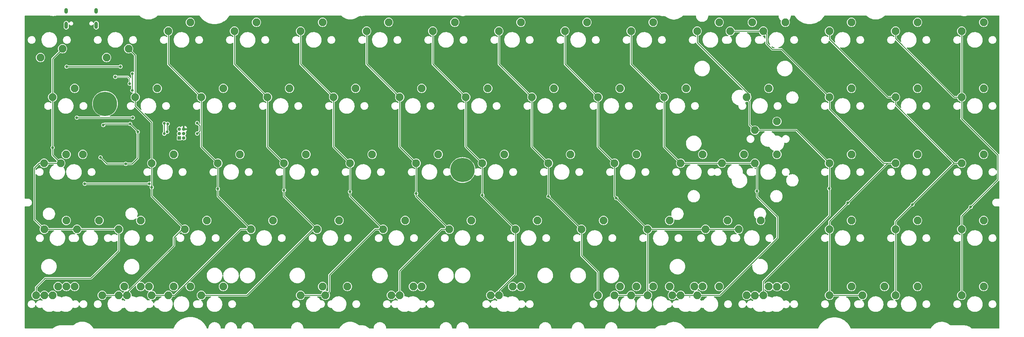
<source format=gbr>
%TF.GenerationSoftware,KiCad,Pcbnew,(7.0.0)*%
%TF.CreationDate,2023-03-06T17:02:42+01:00*%
%TF.ProjectId,qazimodo,71617a69-6d6f-4646-9f2e-6b696361645f,rev?*%
%TF.SameCoordinates,Original*%
%TF.FileFunction,Copper,L1,Top*%
%TF.FilePolarity,Positive*%
%FSLAX46Y46*%
G04 Gerber Fmt 4.6, Leading zero omitted, Abs format (unit mm)*
G04 Created by KiCad (PCBNEW (7.0.0)) date 2023-03-06 17:02:42*
%MOMM*%
%LPD*%
G01*
G04 APERTURE LIST*
%TA.AperFunction,ComponentPad*%
%ADD10C,2.250000*%
%TD*%
%TA.AperFunction,ComponentPad*%
%ADD11C,2.200000*%
%TD*%
%TA.AperFunction,ComponentPad*%
%ADD12C,1.000000*%
%TD*%
%TA.AperFunction,ComponentPad*%
%ADD13C,7.001300*%
%TD*%
%TA.AperFunction,ComponentPad*%
%ADD14C,7.000240*%
%TD*%
%TA.AperFunction,ComponentPad*%
%ADD15O,1.000000X1.600000*%
%TD*%
%TA.AperFunction,ComponentPad*%
%ADD16O,1.000000X2.100000*%
%TD*%
%TA.AperFunction,ComponentPad*%
%ADD17R,1.000000X1.000000*%
%TD*%
%TA.AperFunction,ComponentPad*%
%ADD18O,1.000000X1.000000*%
%TD*%
%TA.AperFunction,ViaPad*%
%ADD19C,0.800000*%
%TD*%
%TA.AperFunction,Conductor*%
%ADD20C,0.250000*%
%TD*%
%TA.AperFunction,Conductor*%
%ADD21C,0.200000*%
%TD*%
G04 APERTURE END LIST*
D10*
%TO.P,MX3,1,COL*%
%TO.N,COL2*%
X89852500Y-53022500D03*
%TO.P,MX3,2,ROW*%
%TO.N,Net-(D12-Pad2)*%
X96202500Y-50482500D03*
%TD*%
%TO.P,MX55b1,1,COL*%
%TO.N,COL0*%
X56515000Y-129222500D03*
%TO.P,MX55b1,2,ROW*%
%TO.N,Net-(D6-Pad2)*%
X62865000Y-126682500D03*
%TD*%
%TO.P,MX64a1,1,COL*%
%TO.N,COL9*%
X235109503Y-129224508D03*
%TO.P,MX64a1,2,ROW*%
%TO.N,Net-(D53-Pad2)*%
X241459503Y-126684508D03*
%TD*%
%TO.P,MX68,1,COL*%
%TO.N,COL13*%
X318452500Y-129222500D03*
%TO.P,MX68,2,ROW*%
%TO.N,Net-(D71-Pad2)*%
X324802500Y-126682500D03*
%TD*%
%TO.P,MX61,1,COL*%
%TO.N,COL6*%
X182759937Y-129222500D03*
%TO.P,MX61,2,ROW*%
%TO.N,Net-(D36-Pad2)*%
X189109937Y-126682500D03*
%TD*%
%TO.P,MX63a1,1,COL*%
%TO.N,COL8*%
X227965000Y-129222500D03*
%TO.P,MX63a1,2,ROW*%
%TO.N,Net-(D47-Pad2)*%
X234315000Y-126682500D03*
%TD*%
%TO.P,MX52,1,COL*%
%TO.N,COL11*%
X280352500Y-110172500D03*
%TO.P,MX52,2,ROW*%
%TO.N,Net-(D52-Pad2)*%
X286702500Y-107632500D03*
%TD*%
%TO.P,MX34,1,COL*%
%TO.N,COL4*%
X142240000Y-91122500D03*
%TO.P,MX34,2,ROW*%
%TO.N,Net-(D24-Pad2)*%
X148590000Y-88582500D03*
%TD*%
%TO.P,MX9,1,COL*%
%TO.N,COL8*%
X204152500Y-53022500D03*
%TO.P,MX9,2,ROW*%
%TO.N,Net-(D43-Pad2)*%
X210502500Y-50482500D03*
%TD*%
%TO.P,MX14,1,COL*%
%TO.N,COL13*%
X299402500Y-53022500D03*
%TO.P,MX14,2,ROW*%
%TO.N,Net-(D68-Pad2)*%
X305752500Y-50482500D03*
%TD*%
%TO.P,MX27,1,COL*%
%TO.N,COL11*%
X280352500Y-72072500D03*
%TO.P,MX27,2,ROW*%
%TO.N,Net-(D60-Pad2)*%
X286702500Y-69532500D03*
%TD*%
%TO.P,MX30a1,1,COL*%
%TO.N,COL0*%
X54065628Y-91122501D03*
%TO.P,MX30a1,2,ROW*%
%TO.N,Net-(D4-Pad2)*%
X60415628Y-88582501D03*
%TD*%
%TO.P,MX42,1,COL*%
%TO.N,COL12*%
X318452500Y-91122500D03*
%TO.P,MX42,2,ROW*%
%TO.N,Net-(D66-Pad2)*%
X324802500Y-88582500D03*
%TD*%
%TO.P,MX39a1,1,COL*%
%TO.N,COL9*%
X237490000Y-91122500D03*
%TO.P,MX39a1,2,ROW*%
%TO.N,Net-(D51-Pad2)*%
X243840000Y-88582500D03*
%TD*%
%TO.P,MX50,1,COL*%
%TO.N,COL7*%
X208915000Y-110172500D03*
%TO.P,MX50,2,ROW*%
%TO.N,Net-(D40-Pad2)*%
X215265000Y-107632500D03*
%TD*%
%TO.P,MX60b1,1,COL*%
%TO.N,COL5*%
X156527500Y-129222500D03*
%TO.P,MX60b1,2,ROW*%
%TO.N,Net-(D31-Pad2)*%
X162877500Y-126682500D03*
%TD*%
%TO.P,MX25,1,COL*%
%TO.N,COL9*%
X232727500Y-72072500D03*
%TO.P,MX25,2,ROW*%
%TO.N,Net-(D50-Pad2)*%
X239077500Y-69532500D03*
%TD*%
%TO.P,MX11,1,COL*%
%TO.N,COL10*%
X242252500Y-53022500D03*
%TO.P,MX11,2,ROW*%
%TO.N,Net-(D54-Pad2)*%
X248602500Y-50482500D03*
%TD*%
%TO.P,MX62,1,COL*%
%TO.N,COL7*%
X213677500Y-129222500D03*
%TO.P,MX62,2,ROW*%
%TO.N,Net-(D41-Pad2)*%
X220027500Y-126682500D03*
%TD*%
%TO.P,MX57b1,1,COL*%
%TO.N,COL2*%
X85090000Y-129222500D03*
%TO.P,MX57b1,2,ROW*%
%TO.N,Net-(D16-Pad2)*%
X91440000Y-126682500D03*
%TD*%
%TO.P,MX41,1,COL*%
%TO.N,COL11*%
X299402500Y-91122500D03*
%TO.P,MX41,2,ROW*%
%TO.N,Net-(D61-Pad2)*%
X305752500Y-88582500D03*
%TD*%
%TO.P,MX54,1,COL*%
%TO.N,COL13*%
X318452500Y-110172500D03*
%TO.P,MX54,2,ROW*%
%TO.N,Net-(D62-Pad2)*%
X324802500Y-107632500D03*
%TD*%
%TO.P,MX12a1,1,COL*%
%TO.N,COL11*%
X251777500Y-53022500D03*
%TO.P,MX12a1,2,ROW*%
%TO.N,Net-(D59-Pad2)*%
X258127500Y-50482500D03*
%TD*%
%TO.P,MX65a1,1,COL*%
%TO.N,COL10*%
X258912743Y-129282903D03*
%TO.P,MX65a1,2,ROW*%
%TO.N,Net-(D58-Pad2)*%
X265262743Y-126742903D03*
%TD*%
D11*
%TO.P,MX60c1,1,COL*%
%TO.N,COL5*%
X156527500Y-129222500D03*
%TO.P,MX60c1,2,ROW*%
%TO.N,Net-(D31-Pad2)*%
X162877500Y-126682500D03*
%TD*%
D10*
%TO.P,MX45,1,COL*%
%TO.N,COL2*%
X113665000Y-110172500D03*
%TO.P,MX45,2,ROW*%
%TO.N,Net-(D15-Pad2)*%
X120015000Y-107632500D03*
%TD*%
%TO.P,MX67,1,COL*%
%TO.N,COL12*%
X299402500Y-129222500D03*
%TO.P,MX67,2,ROW*%
%TO.N,Net-(D67-Pad2)*%
X305752500Y-126682500D03*
%TD*%
%TO.P,MX53,1,COL*%
%TO.N,COL12*%
X299402500Y-110172500D03*
%TO.P,MX53,2,ROW*%
%TO.N,Net-(D57-Pad2)*%
X305752500Y-107632500D03*
%TD*%
%TO.P,MX33,1,COL*%
%TO.N,COL3*%
X123190000Y-91122500D03*
%TO.P,MX33,2,ROW*%
%TO.N,Net-(D19-Pad2)*%
X129540000Y-88582500D03*
%TD*%
%TO.P,MX8,1,COL*%
%TO.N,COL7*%
X185102500Y-53022500D03*
%TO.P,MX8,2,ROW*%
%TO.N,Net-(D37-Pad2)*%
X191452500Y-50482500D03*
%TD*%
%TO.P,MX38,1,COL*%
%TO.N,COL8*%
X218440000Y-91122500D03*
%TO.P,MX38,2,ROW*%
%TO.N,Net-(D45-Pad2)*%
X224790000Y-88582500D03*
%TD*%
%TO.P,MX48,1,COL*%
%TO.N,COL5*%
X170815000Y-110172500D03*
%TO.P,MX48,2,ROW*%
%TO.N,Net-(D30-Pad2)*%
X177165000Y-107632500D03*
%TD*%
%TO.P,MX19,1,COL*%
%TO.N,COL3*%
X118427500Y-72072500D03*
%TO.P,MX19,2,ROW*%
%TO.N,Net-(D18-Pad2)*%
X124777500Y-69532500D03*
%TD*%
%TO.P,MX26a1,1,COL*%
%TO.N,COL10*%
X258889500Y-81597500D03*
%TO.P,MX26a1,2,ROW*%
%TO.N,Net-(D55-Pad2)*%
X265239500Y-79057500D03*
%TD*%
%TO.P,MX10,1,COL*%
%TO.N,COL9*%
X223202500Y-53022500D03*
%TO.P,MX10,2,ROW*%
%TO.N,Net-(D49-Pad2)*%
X229552500Y-50482500D03*
%TD*%
%TO.P,MX21,1,COL*%
%TO.N,COL5*%
X156527500Y-72072500D03*
%TO.P,MX21,2,ROW*%
%TO.N,Net-(D28-Pad2)*%
X162877500Y-69532500D03*
%TD*%
%TO.P,MX66a1,1,COL*%
%TO.N,COL11*%
X289877500Y-129222500D03*
%TO.P,MX66a1,2,ROW*%
%TO.N,Net-(D63-Pad2)*%
X296227500Y-126682500D03*
%TD*%
%TO.P,MX64c1,1,COL*%
%TO.N,COL9*%
X237490000Y-129222500D03*
%TO.P,MX64c1,2,ROW*%
%TO.N,Net-(D53-Pad2)*%
X243840000Y-126682500D03*
%TD*%
%TO.P,MX37,1,COL*%
%TO.N,COL7*%
X199390000Y-91122500D03*
%TO.P,MX37,2,ROW*%
%TO.N,Net-(D39-Pad2)*%
X205740000Y-88582500D03*
%TD*%
%TO.P,MX64,1,COL*%
%TO.N,COL9*%
X237490000Y-129222500D03*
%TO.P,MX64,2,ROW*%
%TO.N,Net-(D53-Pad2)*%
X243840000Y-126682500D03*
%TD*%
%TO.P,MX46,1,COL*%
%TO.N,COL3*%
X132715000Y-110172500D03*
%TO.P,MX46,2,ROW*%
%TO.N,Net-(D20-Pad2)*%
X139065000Y-107632500D03*
%TD*%
%TO.P,MX39,1,COL*%
%TO.N,COL9*%
X249364500Y-91122500D03*
%TO.P,MX39,2,ROW*%
%TO.N,Net-(D51-Pad2)*%
X255714500Y-88582500D03*
%TD*%
%TO.P,MX44,1,COL*%
%TO.N,COL1*%
X94615000Y-110172500D03*
%TO.P,MX44,2,ROW*%
%TO.N,Net-(D10-Pad2)*%
X100965000Y-107632500D03*
%TD*%
%TO.P,MX26,1,COL*%
%TO.N,COL10*%
X256540000Y-72072500D03*
%TO.P,MX26,2,ROW*%
%TO.N,Net-(D55-Pad2)*%
X262890000Y-69532500D03*
%TD*%
%TO.P,MX61a1,1,COL*%
%TO.N,COL6*%
X185102500Y-129222500D03*
%TO.P,MX61a1,2,ROW*%
%TO.N,Net-(D36-Pad2)*%
X191452500Y-126682500D03*
%TD*%
%TO.P,MX30,1,COL*%
%TO.N,COL0*%
X58864500Y-91122500D03*
%TO.P,MX30,2,ROW*%
%TO.N,Net-(D4-Pad2)*%
X65214500Y-88582500D03*
%TD*%
%TO.P,MX40,1,COL*%
%TO.N,COL10*%
X280352500Y-91122500D03*
%TO.P,MX40,2,ROW*%
%TO.N,Net-(D56-Pad2)*%
X286702500Y-88582500D03*
%TD*%
%TO.P,MX49,1,COL*%
%TO.N,COL6*%
X189865000Y-110172500D03*
%TO.P,MX49,2,ROW*%
%TO.N,Net-(D35-Pad2)*%
X196215000Y-107632500D03*
%TD*%
%TO.P,MX23,1,COL*%
%TO.N,COL7*%
X194627500Y-72072500D03*
%TO.P,MX23,2,ROW*%
%TO.N,Net-(D38-Pad2)*%
X200977500Y-69532500D03*
%TD*%
%TO.P,MX24,1,COL*%
%TO.N,COL8*%
X213677500Y-72072500D03*
%TO.P,MX24,2,ROW*%
%TO.N,Net-(D44-Pad2)*%
X220027500Y-69532500D03*
%TD*%
%TO.P,MX55,1,COL*%
%TO.N,COL0*%
X51752500Y-129222500D03*
%TO.P,MX55,2,ROW*%
%TO.N,Net-(D6-Pad2)*%
X58102500Y-126682500D03*
%TD*%
%TO.P,MX2,1,COL*%
%TO.N,COL1*%
X78422500Y-58102500D03*
%TO.P,MX2,2,ROW*%
%TO.N,Net-(D7-Pad2)*%
X72072500Y-60642500D03*
%TD*%
%TO.P,MX31,1,COL*%
%TO.N,COL1*%
X85090000Y-91122500D03*
%TO.P,MX31,2,ROW*%
%TO.N,Net-(D9-Pad2)*%
X91440000Y-88582500D03*
%TD*%
%TO.P,MX63b1,1,COL*%
%TO.N,COL8*%
X218440000Y-129222500D03*
%TO.P,MX63b1,2,ROW*%
%TO.N,Net-(D47-Pad2)*%
X224790000Y-126682500D03*
%TD*%
%TO.P,MX58,1,COL*%
%TO.N,COL3*%
X99377500Y-129222500D03*
%TO.P,MX58,2,ROW*%
%TO.N,Net-(D21-Pad2)*%
X105727500Y-126682500D03*
%TD*%
%TO.P,MX29,1,COL*%
%TO.N,COL13*%
X318452500Y-72072500D03*
%TO.P,MX29,2,ROW*%
%TO.N,Net-(D69-Pad2)*%
X324802500Y-69532500D03*
%TD*%
%TO.P,MX57a1,1,COL*%
%TO.N,COL2*%
X89852500Y-129222500D03*
%TO.P,MX57a1,2,ROW*%
%TO.N,Net-(D16-Pad2)*%
X96202500Y-126682500D03*
%TD*%
%TO.P,MX32,1,COL*%
%TO.N,COL2*%
X104140000Y-91122500D03*
%TO.P,MX32,2,ROW*%
%TO.N,Net-(D14-Pad2)*%
X110490000Y-88582500D03*
%TD*%
%TO.P,MX12,1,COL*%
%TO.N,COL11*%
X261302500Y-53022500D03*
%TO.P,MX12,2,ROW*%
%TO.N,Net-(D59-Pad2)*%
X267652500Y-50482500D03*
%TD*%
%TO.P,MX17,1,COL*%
%TO.N,COL1*%
X80327500Y-72072500D03*
%TO.P,MX17,2,ROW*%
%TO.N,Net-(D8-Pad2)*%
X86677500Y-69532500D03*
%TD*%
%TO.P,MX16,1,COL*%
%TO.N,COL0*%
X56515000Y-72072500D03*
%TO.P,MX16,2,ROW*%
%TO.N,Net-(D3-Pad2)*%
X62865000Y-69532500D03*
%TD*%
%TO.P,MX55a1,1,COL*%
%TO.N,COL0*%
X54151621Y-129222500D03*
%TO.P,MX55a1,2,ROW*%
%TO.N,Net-(D6-Pad2)*%
X60501621Y-126682500D03*
%TD*%
%TO.P,MX60a1,1,COL*%
%TO.N,COL5*%
X154114500Y-129222500D03*
%TO.P,MX60a1,2,ROW*%
%TO.N,Net-(D31-Pad2)*%
X160464500Y-126682500D03*
%TD*%
%TO.P,MX36,1,COL*%
%TO.N,COL6*%
X180340000Y-91122500D03*
%TO.P,MX36,2,ROW*%
%TO.N,Net-(D34-Pad2)*%
X186690000Y-88582500D03*
%TD*%
%TO.P,MX59a1,1,COL*%
%TO.N,COL4*%
X127952500Y-129222500D03*
%TO.P,MX59a1,2,ROW*%
%TO.N,Net-(D26-Pad2)*%
X134302500Y-126682500D03*
%TD*%
%TO.P,MX51b1,1,COL*%
%TO.N,COL8*%
X244665500Y-110172500D03*
%TO.P,MX51b1,2,ROW*%
%TO.N,Net-(D46-Pad2)*%
X251015500Y-107632500D03*
%TD*%
%TO.P,MX5,1,COL*%
%TO.N,COL4*%
X127952500Y-53022500D03*
%TO.P,MX5,2,ROW*%
%TO.N,Net-(D22-Pad2)*%
X134302500Y-50482500D03*
%TD*%
%TO.P,MX7,1,COL*%
%TO.N,COL6*%
X166052500Y-53022500D03*
%TO.P,MX7,2,ROW*%
%TO.N,Net-(D32-Pad2)*%
X172402500Y-50482500D03*
%TD*%
%TO.P,MX18,1,COL*%
%TO.N,COL2*%
X99377500Y-72072500D03*
%TO.P,MX18,2,ROW*%
%TO.N,Net-(D13-Pad2)*%
X105727500Y-69532500D03*
%TD*%
%TO.P,MX15,1,COL*%
%TO.N,COL13*%
X318452500Y-53022500D03*
%TO.P,MX15,2,ROW*%
%TO.N,Net-(D70-Pad2)*%
X324802500Y-50482500D03*
%TD*%
%TO.P,MX56b1,1,COL*%
%TO.N,COL1*%
X75565000Y-129222500D03*
%TO.P,MX56b1,2,ROW*%
%TO.N,Net-(D11-Pad2)*%
X81915000Y-126682500D03*
%TD*%
%TO.P,MX63,1,COL*%
%TO.N,COL8*%
X223202500Y-129222500D03*
%TO.P,MX63,2,ROW*%
%TO.N,Net-(D47-Pad2)*%
X229552500Y-126682500D03*
%TD*%
%TO.P,MX4,1,COL*%
%TO.N,COL3*%
X108902500Y-53022500D03*
%TO.P,MX4,2,ROW*%
%TO.N,Net-(D17-Pad2)*%
X115252500Y-50482500D03*
%TD*%
%TO.P,MX20,1,COL*%
%TO.N,COL4*%
X137477500Y-72072500D03*
%TO.P,MX20,2,ROW*%
%TO.N,Net-(D23-Pad2)*%
X143827500Y-69532500D03*
%TD*%
%TO.P,MX28,1,COL*%
%TO.N,COL12*%
X299402500Y-72072500D03*
%TO.P,MX28,2,ROW*%
%TO.N,Net-(D65-Pad2)*%
X305752500Y-69532500D03*
%TD*%
%TO.P,MX51,1,COL*%
%TO.N,COL8*%
X227965000Y-110172500D03*
%TO.P,MX51,2,ROW*%
%TO.N,Net-(D46-Pad2)*%
X234315000Y-107632500D03*
%TD*%
%TO.P,MX35,1,COL*%
%TO.N,COL5*%
X161290000Y-91122500D03*
%TO.P,MX35,2,ROW*%
%TO.N,Net-(D29-Pad2)*%
X167640000Y-88582500D03*
%TD*%
%TO.P,MX66,1,COL*%
%TO.N,COL11*%
X280352500Y-129222500D03*
%TO.P,MX66,2,ROW*%
%TO.N,Net-(D63-Pad2)*%
X286702500Y-126682500D03*
%TD*%
%TO.P,MX65,1,COL*%
%TO.N,COL10*%
X256540000Y-129222500D03*
%TO.P,MX65,2,ROW*%
%TO.N,Net-(D58-Pad2)*%
X262890000Y-126682500D03*
%TD*%
%TO.P,MX51a1,1,COL*%
%TO.N,COL8*%
X254190500Y-110172500D03*
%TO.P,MX51a1,2,ROW*%
%TO.N,Net-(D42-Pad2)*%
X260540500Y-107632500D03*
%TD*%
%TO.P,MX59,1,COL*%
%TO.N,COL4*%
X135128000Y-129222500D03*
%TO.P,MX59,2,ROW*%
%TO.N,Net-(D26-Pad2)*%
X141478000Y-126682500D03*
%TD*%
%TO.P,MX64b1,1,COL*%
%TO.N,COL9*%
X242252500Y-129222500D03*
%TO.P,MX64b1,2,ROW*%
%TO.N,Net-(D53-Pad2)*%
X248602500Y-126682500D03*
%TD*%
%TO.P,MX47,1,COL*%
%TO.N,COL4*%
X151765000Y-110172500D03*
%TO.P,MX47,2,ROW*%
%TO.N,Net-(D25-Pad2)*%
X158115000Y-107632500D03*
%TD*%
D12*
%TO.P,,1,1*%
%TO.N,N/C*%
X69325000Y-73991000D03*
X69325000Y-73991000D03*
X69998654Y-72364654D03*
X69998654Y-72364654D03*
X69998654Y-75617346D03*
X69998654Y-75617346D03*
X71625000Y-71691000D03*
X71625000Y-71691000D03*
D13*
%TO.N,Net-(C_USBSHIELD1-Pad1)*%
X71625000Y-73991000D03*
%TO.N,N/C*%
X71625000Y-73991000D03*
D12*
X71625000Y-76291000D03*
X71625000Y-76291000D03*
X73251346Y-72364654D03*
X73251346Y-72364654D03*
X73251346Y-75617346D03*
X73251346Y-75617346D03*
X73925000Y-73991000D03*
X73925000Y-73991000D03*
D14*
%TO.P,,2*%
X174625000Y-93091000D03*
X174625000Y-93091000D03*
%TD*%
D10*
%TO.P,MX39b1,1,COL*%
%TO.N,COL9*%
X258889500Y-91122500D03*
%TO.P,MX39b1,2,ROW*%
%TO.N,Net-(D48-Pad2)*%
X265239500Y-88582500D03*
%TD*%
%TO.P,MX56,1,COL*%
%TO.N,COL1*%
X70802500Y-129222500D03*
%TO.P,MX56,2,ROW*%
%TO.N,Net-(D11-Pad2)*%
X77152500Y-126682500D03*
%TD*%
%TO.P,MX43b1,1,COL*%
%TO.N,COL0*%
X75565000Y-110172500D03*
%TO.P,MX43b1,2,ROW*%
%TO.N,Net-(D1-Pad2)*%
X81915000Y-107632500D03*
%TD*%
%TO.P,MX43a1,1,COL*%
%TO.N,COL0*%
X54109685Y-110187971D03*
%TO.P,MX43a1,2,ROW*%
%TO.N,Net-(D5-Pad2)*%
X60459685Y-107647971D03*
%TD*%
%TO.P,MX65b1,1,COL*%
%TO.N,COL10*%
X261302500Y-129222500D03*
%TO.P,MX65b1,2,ROW*%
%TO.N,Net-(D58-Pad2)*%
X267652500Y-126682500D03*
%TD*%
%TO.P,MX22,1,COL*%
%TO.N,COL6*%
X175577500Y-72072500D03*
%TO.P,MX22,2,ROW*%
%TO.N,Net-(D33-Pad2)*%
X181927500Y-69532500D03*
%TD*%
%TO.P,MX56a1,1,COL*%
%TO.N,COL1*%
X77957877Y-129249345D03*
%TO.P,MX56a1,2,ROW*%
%TO.N,Net-(D11-Pad2)*%
X84307877Y-126709345D03*
%TD*%
%TO.P,MX13,1,COL*%
%TO.N,COL12*%
X280352500Y-53022500D03*
%TO.P,MX13,2,ROW*%
%TO.N,Net-(D64-Pad2)*%
X286702500Y-50482500D03*
%TD*%
%TO.P,MX6,1,COL*%
%TO.N,COL5*%
X147002500Y-53022500D03*
%TO.P,MX6,2,ROW*%
%TO.N,Net-(D27-Pad2)*%
X153352500Y-50482500D03*
%TD*%
%TO.P,MX60,1,COL*%
%TO.N,COL5*%
X156527500Y-129222500D03*
%TO.P,MX60,2,ROW*%
%TO.N,Net-(D31-Pad2)*%
X162877500Y-126682500D03*
%TD*%
%TO.P,MX1,1,COL*%
%TO.N,COL0*%
X59372500Y-58102500D03*
%TO.P,MX1,2,ROW*%
%TO.N,Net-(D2-Pad2)*%
X53022500Y-60642500D03*
%TD*%
%TO.P,MX43,1,COL*%
%TO.N,COL0*%
X63563500Y-110172500D03*
%TO.P,MX43,2,ROW*%
%TO.N,Net-(D5-Pad2)*%
X69913500Y-107632500D03*
%TD*%
D15*
%TO.P,J3,S1,SHIELD*%
%TO.N,Net-(C_USBSHIELD1-Pad1)*%
X60449999Y-47157999D03*
D16*
X60449999Y-51337999D03*
D15*
X69089999Y-47157999D03*
D16*
X69089999Y-51337999D03*
%TD*%
D17*
%TO.P,J1,1,MISO*%
%TO.N,MISO*%
X93037499Y-83819999D03*
D18*
%TO.P,J1,2,VCC*%
%TO.N,+5V*%
X94307499Y-83819999D03*
%TO.P,J1,3,SCK*%
%TO.N,SCK*%
X93037499Y-82549999D03*
%TO.P,J1,4,MOSI*%
%TO.N,MOSI*%
X94307499Y-82549999D03*
%TO.P,J1,5,~{RST}*%
%TO.N,RESET*%
X93037499Y-81279999D03*
%TO.P,J1,6,GND*%
%TO.N,GND*%
X94307499Y-81279999D03*
%TD*%
D19*
%TO.N,ROW0*%
X76073000Y-63246000D03*
X60550750Y-63298770D03*
%TO.N,ROW1*%
X79603000Y-77978000D03*
X63500000Y-77978000D03*
%TO.N,ROW2*%
X65786000Y-97028000D03*
X84365500Y-97028000D03*
%TO.N,COL0*%
X56515000Y-86634500D03*
%TO.N,COL1*%
X85090000Y-98084500D03*
%TO.N,COL2*%
X104140000Y-98534500D03*
%TO.N,COL3*%
X123190000Y-98933000D03*
%TO.N,COL4*%
X142204959Y-99345311D03*
%TO.N,COL5*%
X161290000Y-99884500D03*
%TO.N,COL6*%
X180340000Y-100330000D03*
%TO.N,COL7*%
X199390000Y-100711000D03*
%TO.N,COL8*%
X218948000Y-101219000D03*
%TO.N,COL9*%
X259461000Y-99149001D03*
%TO.N,COL10*%
X280289000Y-98425000D03*
%TO.N,COL11*%
X285623000Y-102584500D03*
%TO.N,COL12*%
X304292000Y-103034500D03*
%TO.N,COL13*%
X321056000Y-103759000D03*
%TO.N,GND*%
X66495500Y-56134000D03*
X89916000Y-68199000D03*
X68072000Y-54356000D03*
X76645258Y-76997985D03*
X74583695Y-69978977D03*
X67945000Y-87449500D03*
X98171000Y-81280000D03*
X109446431Y-80698142D03*
X77721473Y-77008487D03*
X63500000Y-56134000D03*
X70644990Y-91786939D03*
X56896000Y-52959000D03*
X82136210Y-84063686D03*
X69088000Y-80772000D03*
X79248000Y-90424000D03*
X72517000Y-52959000D03*
%TO.N,+5V*%
X78867000Y-79782500D03*
X81091499Y-82076789D03*
X71120000Y-80137000D03*
X77597000Y-91313000D03*
X70296981Y-89435412D03*
%TO.N,D+*%
X78740000Y-68199000D03*
X74582305Y-66203672D03*
%TO.N,VCC*%
X79499000Y-65275000D03*
X79474645Y-70140672D03*
%TO.N,MISO*%
X88693000Y-79655500D03*
X88713800Y-82609200D03*
%TO.N,SCK*%
X89685458Y-79773958D03*
X89536203Y-82041169D03*
%TO.N,MOSI*%
X98171000Y-79539500D03*
X98171000Y-82550000D03*
%TD*%
D20*
%TO.N,ROW0*%
X75639230Y-63298770D02*
X75692000Y-63246000D01*
X60550750Y-63298770D02*
X75639230Y-63298770D01*
%TO.N,ROW1*%
X63500000Y-77978000D02*
X79603000Y-77978000D01*
%TO.N,ROW2*%
X65786000Y-97028000D02*
X84365500Y-97028000D01*
%TO.N,COL0*%
X54356000Y-124333000D02*
X51752500Y-126936500D01*
X75565000Y-116332000D02*
X67564000Y-124333000D01*
X58864500Y-91122500D02*
X54065628Y-91122501D01*
X54065628Y-91122501D02*
X52641499Y-91122501D01*
X59372500Y-58102500D02*
X56515000Y-60960000D01*
X51308000Y-107386286D02*
X54109685Y-110187971D01*
X51308000Y-92456000D02*
X51308000Y-107386286D01*
X56515000Y-72072500D02*
X56515000Y-88773000D01*
X52641499Y-91122501D02*
X51308000Y-92456000D01*
X56515000Y-60960000D02*
X56515000Y-72072500D01*
X75565000Y-110172500D02*
X75565000Y-116332000D01*
X51752500Y-126936500D02*
X51752500Y-129222500D01*
X54109685Y-110187971D02*
X75549529Y-110187971D01*
X51752500Y-129222500D02*
X56515000Y-129222500D01*
X75549529Y-110187971D02*
X75565000Y-110172500D01*
X56515000Y-88773000D02*
X58864500Y-91122500D01*
X67564000Y-124333000D02*
X54356000Y-124333000D01*
%TO.N,COL1*%
X85090000Y-91122500D02*
X85090000Y-100647500D01*
X91481982Y-114893018D02*
X91481982Y-112563982D01*
X78422500Y-58102500D02*
X80327500Y-60007500D01*
X80327500Y-60007500D02*
X80327500Y-72072500D01*
X94615000Y-110172500D02*
X93873464Y-110172500D01*
X85090000Y-79375000D02*
X80327500Y-74612500D01*
X70829345Y-129249345D02*
X70802500Y-129222500D01*
X77957877Y-128417123D02*
X91481982Y-114893018D01*
X93873464Y-110172500D02*
X91481982Y-112563982D01*
X80327500Y-74612500D02*
X80327500Y-72072500D01*
X85090000Y-91122500D02*
X85090000Y-79375000D01*
X77957877Y-129249345D02*
X77957877Y-128417123D01*
X77957877Y-129249345D02*
X70829345Y-129249345D01*
X85090000Y-100647500D02*
X94615000Y-110172500D01*
%TO.N,COL2*%
X91611890Y-129222500D02*
X89852500Y-129222500D01*
X104140000Y-100647500D02*
X113665000Y-110172500D01*
X89852500Y-53022500D02*
X89852500Y-62547500D01*
X99377500Y-86360000D02*
X104140000Y-91122500D01*
X89852500Y-129222500D02*
X85090000Y-129222500D01*
X113665000Y-110172500D02*
X110661890Y-110172500D01*
X110661890Y-110172500D02*
X91611890Y-129222500D01*
X89852500Y-62547500D02*
X99377500Y-72072500D01*
X104140000Y-91122500D02*
X104140000Y-100647500D01*
X99377500Y-72072500D02*
X99377500Y-86360000D01*
%TO.N,COL3*%
X123190000Y-91122500D02*
X123190000Y-100647500D01*
X112458500Y-129222500D02*
X99377500Y-129222500D01*
X131508500Y-110172500D02*
X112458500Y-129222500D01*
X108902500Y-62547500D02*
X118427500Y-72072500D01*
X118427500Y-72072500D02*
X118427500Y-86360000D01*
X118427500Y-86360000D02*
X123190000Y-91122500D01*
X108902500Y-53022500D02*
X108902500Y-62547500D01*
X123190000Y-100647500D02*
X132715000Y-110172500D01*
X132715000Y-110172500D02*
X131508500Y-110172500D01*
%TO.N,COL4*%
X137477500Y-72072500D02*
X137477500Y-86360000D01*
X142240000Y-91122500D02*
X142240000Y-100647500D01*
X149499464Y-110172500D02*
X136253000Y-123418964D01*
X136253000Y-128097500D02*
X135128000Y-129222500D01*
X142240000Y-100647500D02*
X151765000Y-110172500D01*
X127952500Y-53022500D02*
X127952500Y-62547500D01*
X151765000Y-110172500D02*
X149499464Y-110172500D01*
X127952500Y-62547500D02*
X137477500Y-72072500D01*
X135128000Y-129222500D02*
X127952500Y-129222500D01*
X137477500Y-86360000D02*
X142240000Y-91122500D01*
X136253000Y-123418964D02*
X136253000Y-128097500D01*
%TO.N,COL5*%
X156527500Y-72072500D02*
X156527500Y-86360000D01*
X156527500Y-129222500D02*
X154114500Y-129222500D01*
X161290000Y-91122500D02*
X161290000Y-100647500D01*
X156527500Y-86360000D02*
X161290000Y-91122500D01*
X161290000Y-100647500D02*
X170815000Y-110172500D01*
X156527500Y-122194464D02*
X156527500Y-129222500D01*
X170815000Y-110172500D02*
X168549464Y-110172500D01*
X147002500Y-62547500D02*
X156527500Y-72072500D01*
X147002500Y-53022500D02*
X147002500Y-62547500D01*
X168549464Y-110172500D02*
X156527500Y-122194464D01*
%TO.N,COL6*%
X185102500Y-129222500D02*
X182759937Y-129222500D01*
X175577500Y-72072500D02*
X175577500Y-86360000D01*
X166052500Y-53022500D02*
X166052500Y-62547500D01*
X189865000Y-110172500D02*
X189865000Y-123190000D01*
X180340000Y-91122500D02*
X180340000Y-100647500D01*
X166052500Y-62547500D02*
X175577500Y-72072500D01*
X185102500Y-127952500D02*
X185102500Y-129222500D01*
X189865000Y-123190000D02*
X185102500Y-127952500D01*
X180340000Y-100647500D02*
X189865000Y-110172500D01*
X175577500Y-86360000D02*
X180340000Y-91122500D01*
%TO.N,COL7*%
X213677500Y-122491500D02*
X213677500Y-129222500D01*
X185102500Y-53022500D02*
X185102500Y-62547500D01*
X194627500Y-86360000D02*
X199390000Y-91122500D01*
X194627500Y-72072500D02*
X194627500Y-86360000D01*
X199390000Y-100647500D02*
X208915000Y-110172500D01*
X199390000Y-91122500D02*
X199390000Y-100647500D01*
X208915000Y-117729000D02*
X213677500Y-122491500D01*
X185102500Y-62547500D02*
X194627500Y-72072500D01*
X208915000Y-110172500D02*
X208915000Y-117729000D01*
%TO.N,COL8*%
X218440000Y-91122500D02*
X218440000Y-100647500D01*
X204152500Y-62547500D02*
X213677500Y-72072500D01*
X204152500Y-53022500D02*
X204152500Y-62547500D01*
X227965000Y-129222500D02*
X223202500Y-129222500D01*
X227965000Y-110172500D02*
X227965000Y-129222500D01*
X227965000Y-110172500D02*
X254190500Y-110172500D01*
X223202500Y-129222500D02*
X218440000Y-129222500D01*
X218440000Y-100647500D02*
X227965000Y-110172500D01*
X227965000Y-129222500D02*
X218440000Y-129222500D01*
X213677500Y-86360000D02*
X218440000Y-91122500D01*
X213677500Y-72072500D02*
X213677500Y-86360000D01*
%TO.N,COL9*%
X223202500Y-53022500D02*
X223202500Y-62547500D01*
X258889500Y-91122500D02*
X259417499Y-91650499D01*
X248773001Y-129222500D02*
X265366035Y-112629466D01*
X265366035Y-112629466D02*
X265366035Y-106616035D01*
X242252500Y-129222500D02*
X235111511Y-129222500D01*
X232727500Y-72072500D02*
X232727500Y-86360000D01*
X235111511Y-129222500D02*
X235109503Y-129224508D01*
X265366035Y-106616035D02*
X259504501Y-100754501D01*
X223202500Y-62547500D02*
X232727500Y-72072500D01*
X259504501Y-100754501D02*
X259504501Y-91650499D01*
X242252500Y-129222500D02*
X248773001Y-129222500D01*
X237490000Y-91122500D02*
X258889500Y-91122500D01*
X232727500Y-86360000D02*
X237490000Y-91122500D01*
X259417499Y-91650499D02*
X259504501Y-91650499D01*
%TO.N,COL10*%
X257302000Y-80010000D02*
X257302000Y-73406000D01*
X256813401Y-71799099D02*
X257365500Y-71247000D01*
X261302500Y-129222500D02*
X256540000Y-129222500D01*
X242252500Y-56324500D02*
X242252500Y-53022500D01*
X256813401Y-72917401D02*
X256813401Y-71799099D01*
X257175000Y-71247000D02*
X242252500Y-56324500D01*
X258889500Y-81597500D02*
X257302000Y-80010000D01*
X261302500Y-129222500D02*
X261302500Y-125285500D01*
X261302500Y-125285500D02*
X280352500Y-106235500D01*
X257302000Y-73406000D02*
X256813401Y-72917401D01*
X257365500Y-71247000D02*
X257175000Y-71247000D01*
X280352500Y-91122500D02*
X270827500Y-81597500D01*
X280352500Y-106235500D02*
X280352500Y-91122500D01*
X270827500Y-81597500D02*
X258889500Y-81597500D01*
%TO.N,COL11*%
X280352500Y-75501500D02*
X295973500Y-91122500D01*
X295973500Y-91122500D02*
X299402500Y-91122500D01*
X280352500Y-129222500D02*
X289877500Y-129222500D01*
X299402500Y-91122500D02*
X297136964Y-91122500D01*
X266573000Y-58293000D02*
X263906000Y-58293000D01*
X251777500Y-53022500D02*
X261302500Y-53022500D01*
X263906000Y-58293000D02*
X262255000Y-56642000D01*
X280352500Y-72072500D02*
X266573000Y-58293000D01*
X280352500Y-110172500D02*
X280352500Y-129222500D01*
X280352500Y-107906964D02*
X280352500Y-110172500D01*
X280352500Y-72072500D02*
X280352500Y-75501500D01*
X262255000Y-53975000D02*
X261302500Y-53022500D01*
X297136964Y-91122500D02*
X280352500Y-107906964D01*
X262255000Y-56642000D02*
X262255000Y-53975000D01*
%TO.N,COL12*%
X299402500Y-72072500D02*
X299402500Y-74231500D01*
X280352500Y-53022500D02*
X280352500Y-55308500D01*
X318452500Y-91122500D02*
X316186964Y-91122500D01*
X297116500Y-72072500D02*
X299402500Y-72072500D01*
X299402500Y-74231500D02*
X316293500Y-91122500D01*
X299402500Y-110172500D02*
X299402500Y-129222500D01*
X280352500Y-55308500D02*
X297116500Y-72072500D01*
X316293500Y-91122500D02*
X318452500Y-91122500D01*
X299402500Y-107906964D02*
X299402500Y-110172500D01*
X316186964Y-91122500D02*
X299402500Y-107906964D01*
%TO.N,COL13*%
X318452500Y-53022500D02*
X318452500Y-72072500D01*
X316293500Y-72072500D02*
X299402500Y-55181500D01*
X328930000Y-95885000D02*
X318452500Y-106362500D01*
X318452500Y-106362500D02*
X318452500Y-110172500D01*
X328930000Y-88773000D02*
X328930000Y-95885000D01*
X318452500Y-129222500D02*
X318452500Y-110172500D01*
X299402500Y-55181500D02*
X299402500Y-53022500D01*
X318389000Y-78232000D02*
X328930000Y-88773000D01*
X318452500Y-72072500D02*
X316293500Y-72072500D01*
X318452500Y-72072500D02*
X318452500Y-78168500D01*
X318452500Y-78168500D02*
X318389000Y-78232000D01*
%TO.N,GND*%
X68072000Y-54557500D02*
X68072000Y-54356000D01*
X66495500Y-56134000D02*
X63500000Y-56134000D01*
X66495500Y-56134000D02*
X68072000Y-54557500D01*
%TO.N,+5V*%
X81091499Y-82006999D02*
X81091499Y-82076789D01*
X72172497Y-91313000D02*
X79384305Y-91313000D01*
X79384305Y-91313000D02*
X81091499Y-89605806D01*
X78867000Y-79782500D02*
X71474500Y-79782500D01*
X70296981Y-89435412D02*
X70296981Y-89437484D01*
X81091499Y-89605806D02*
X81091499Y-82076789D01*
X78867000Y-79782500D02*
X81091499Y-82006999D01*
X71474500Y-79782500D02*
X71120000Y-80137000D01*
X70296981Y-89437484D02*
X72172497Y-91313000D01*
D21*
%TO.N,D+*%
X77377362Y-66203672D02*
X77378517Y-66202517D01*
X74389000Y-66200000D02*
X74391517Y-66202517D01*
X78740000Y-66744282D02*
X78740000Y-68199000D01*
X77378517Y-66202517D02*
X78198235Y-66202517D01*
X78198235Y-66202517D02*
X78740000Y-66744282D01*
X74582305Y-66203672D02*
X77377362Y-66203672D01*
D20*
%TO.N,VCC*%
X79474645Y-65299355D02*
X79499000Y-65275000D01*
X79499000Y-70000000D02*
X79499000Y-65275000D01*
X79603000Y-70104000D02*
X79499000Y-70000000D01*
X79474645Y-70140672D02*
X79474645Y-65299355D01*
%TO.N,MISO*%
X88693000Y-82588400D02*
X88693000Y-79655500D01*
X88713800Y-82609200D02*
X88693000Y-82588400D01*
%TO.N,SCK*%
X89536203Y-79923213D02*
X89685458Y-79773958D01*
X89536203Y-82041169D02*
X89536203Y-79923213D01*
%TO.N,MOSI*%
X98171000Y-82550000D02*
X98896000Y-81825000D01*
X98896000Y-81825000D02*
X98896000Y-80264500D01*
X98896000Y-80264500D02*
X98171000Y-79539500D01*
%TD*%
%TA.AperFunction,Conductor*%
%TO.N,GND*%
G36*
X55721668Y-48518507D02*
G01*
X55765749Y-48530624D01*
X56023294Y-48601419D01*
X56366288Y-48657107D01*
X56713274Y-48675741D01*
X57060260Y-48657107D01*
X57403254Y-48601419D01*
X57666543Y-48529045D01*
X57704880Y-48518507D01*
X57738277Y-48514000D01*
X81478687Y-48514000D01*
X81526255Y-48523324D01*
X81566783Y-48549916D01*
X81692551Y-48672907D01*
X81809754Y-48787523D01*
X82097526Y-49015983D01*
X82407308Y-49213573D01*
X82410221Y-49215033D01*
X82410225Y-49215035D01*
X82426335Y-49223108D01*
X82735802Y-49378188D01*
X83079511Y-49508076D01*
X83434775Y-49601854D01*
X83797812Y-49658523D01*
X84164755Y-49677480D01*
X84531698Y-49658523D01*
X84894735Y-49601854D01*
X85249999Y-49508076D01*
X85593708Y-49378188D01*
X85922202Y-49213573D01*
X86231984Y-49015983D01*
X86519756Y-48787523D01*
X86695629Y-48615531D01*
X86762727Y-48549916D01*
X86803255Y-48523324D01*
X86850823Y-48514000D01*
X98784543Y-48514000D01*
X98844251Y-48529045D01*
X98889699Y-48570587D01*
X98958878Y-48675390D01*
X99117271Y-48915350D01*
X99118766Y-48917614D01*
X99159271Y-48968815D01*
X99374881Y-49241360D01*
X99386287Y-49255777D01*
X99388121Y-49257725D01*
X99388131Y-49257737D01*
X99621007Y-49505146D01*
X99681821Y-49569755D01*
X99683821Y-49571544D01*
X99683823Y-49571546D01*
X99780492Y-49658020D01*
X100003191Y-49857233D01*
X100348028Y-50116094D01*
X100713794Y-50344431D01*
X101097793Y-50540562D01*
X101497195Y-50703041D01*
X101909060Y-50830673D01*
X102330352Y-50922516D01*
X102757968Y-50977893D01*
X103188758Y-50996398D01*
X103619548Y-50977893D01*
X104047164Y-50922516D01*
X104468456Y-50830673D01*
X104880320Y-50703042D01*
X105279723Y-50540562D01*
X105393401Y-50482500D01*
X113921937Y-50482500D01*
X113922416Y-50487975D01*
X113941671Y-50708072D01*
X113941672Y-50708080D01*
X113942151Y-50713550D01*
X113943571Y-50718852D01*
X113943573Y-50718859D01*
X114000756Y-50932267D01*
X114000758Y-50932273D01*
X114002180Y-50937579D01*
X114004502Y-50942558D01*
X114004504Y-50942564D01*
X114073536Y-51090603D01*
X114100199Y-51147782D01*
X114103352Y-51152285D01*
X114103355Y-51152290D01*
X114118194Y-51173482D01*
X114233230Y-51337769D01*
X114397231Y-51501770D01*
X114587218Y-51634801D01*
X114797421Y-51732820D01*
X115021450Y-51792849D01*
X115252500Y-51813063D01*
X115483550Y-51792849D01*
X115707579Y-51732820D01*
X115917782Y-51634801D01*
X116107769Y-51501770D01*
X116271770Y-51337769D01*
X116404801Y-51147782D01*
X116502820Y-50937579D01*
X116562849Y-50713550D01*
X116583063Y-50482500D01*
X132971937Y-50482500D01*
X132972416Y-50487975D01*
X132991671Y-50708072D01*
X132991672Y-50708080D01*
X132992151Y-50713550D01*
X132993571Y-50718852D01*
X132993573Y-50718859D01*
X133050756Y-50932267D01*
X133050758Y-50932273D01*
X133052180Y-50937579D01*
X133054502Y-50942558D01*
X133054504Y-50942564D01*
X133123536Y-51090603D01*
X133150199Y-51147782D01*
X133153352Y-51152285D01*
X133153355Y-51152290D01*
X133168194Y-51173482D01*
X133283230Y-51337769D01*
X133447231Y-51501770D01*
X133637218Y-51634801D01*
X133847421Y-51732820D01*
X134071450Y-51792849D01*
X134302500Y-51813063D01*
X134533550Y-51792849D01*
X134757579Y-51732820D01*
X134967782Y-51634801D01*
X135157769Y-51501770D01*
X135321770Y-51337769D01*
X135454801Y-51147782D01*
X135552820Y-50937579D01*
X135612849Y-50713550D01*
X135633063Y-50482500D01*
X152021937Y-50482500D01*
X152022416Y-50487975D01*
X152041671Y-50708072D01*
X152041672Y-50708080D01*
X152042151Y-50713550D01*
X152043571Y-50718852D01*
X152043573Y-50718859D01*
X152100756Y-50932267D01*
X152100758Y-50932273D01*
X152102180Y-50937579D01*
X152104502Y-50942558D01*
X152104504Y-50942564D01*
X152173536Y-51090603D01*
X152200199Y-51147782D01*
X152203352Y-51152285D01*
X152203355Y-51152290D01*
X152218194Y-51173482D01*
X152333230Y-51337769D01*
X152497231Y-51501770D01*
X152687218Y-51634801D01*
X152897421Y-51732820D01*
X153121450Y-51792849D01*
X153352500Y-51813063D01*
X153583550Y-51792849D01*
X153807579Y-51732820D01*
X154017782Y-51634801D01*
X154207769Y-51501770D01*
X154371770Y-51337769D01*
X154504801Y-51147782D01*
X154602820Y-50937579D01*
X154662849Y-50713550D01*
X154683063Y-50482500D01*
X171071937Y-50482500D01*
X171072416Y-50487975D01*
X171091671Y-50708072D01*
X171091672Y-50708080D01*
X171092151Y-50713550D01*
X171093571Y-50718852D01*
X171093573Y-50718859D01*
X171150756Y-50932267D01*
X171150758Y-50932273D01*
X171152180Y-50937579D01*
X171154502Y-50942558D01*
X171154504Y-50942564D01*
X171223536Y-51090603D01*
X171250199Y-51147782D01*
X171253352Y-51152285D01*
X171253355Y-51152290D01*
X171268194Y-51173482D01*
X171383230Y-51337769D01*
X171547231Y-51501770D01*
X171737218Y-51634801D01*
X171947421Y-51732820D01*
X172171450Y-51792849D01*
X172402500Y-51813063D01*
X172633550Y-51792849D01*
X172857579Y-51732820D01*
X173067782Y-51634801D01*
X173257769Y-51501770D01*
X173421770Y-51337769D01*
X173554801Y-51147782D01*
X173652820Y-50937579D01*
X173712849Y-50713550D01*
X173733063Y-50482500D01*
X190121937Y-50482500D01*
X190122416Y-50487975D01*
X190141671Y-50708072D01*
X190141672Y-50708080D01*
X190142151Y-50713550D01*
X190143571Y-50718852D01*
X190143573Y-50718859D01*
X190200756Y-50932267D01*
X190200758Y-50932273D01*
X190202180Y-50937579D01*
X190204502Y-50942558D01*
X190204504Y-50942564D01*
X190273536Y-51090603D01*
X190300199Y-51147782D01*
X190303352Y-51152285D01*
X190303355Y-51152290D01*
X190318194Y-51173482D01*
X190433230Y-51337769D01*
X190597231Y-51501770D01*
X190787218Y-51634801D01*
X190997421Y-51732820D01*
X191221450Y-51792849D01*
X191452500Y-51813063D01*
X191683550Y-51792849D01*
X191907579Y-51732820D01*
X192117782Y-51634801D01*
X192307769Y-51501770D01*
X192471770Y-51337769D01*
X192604801Y-51147782D01*
X192702820Y-50937579D01*
X192762849Y-50713550D01*
X192783063Y-50482500D01*
X209171937Y-50482500D01*
X209172416Y-50487975D01*
X209191671Y-50708072D01*
X209191672Y-50708080D01*
X209192151Y-50713550D01*
X209193571Y-50718852D01*
X209193573Y-50718859D01*
X209250756Y-50932267D01*
X209250758Y-50932273D01*
X209252180Y-50937579D01*
X209254502Y-50942558D01*
X209254504Y-50942564D01*
X209323536Y-51090603D01*
X209350199Y-51147782D01*
X209353352Y-51152285D01*
X209353355Y-51152290D01*
X209368194Y-51173482D01*
X209483230Y-51337769D01*
X209647231Y-51501770D01*
X209837218Y-51634801D01*
X210047421Y-51732820D01*
X210271450Y-51792849D01*
X210502500Y-51813063D01*
X210733550Y-51792849D01*
X210957579Y-51732820D01*
X211167782Y-51634801D01*
X211357769Y-51501770D01*
X211521770Y-51337769D01*
X211654801Y-51147782D01*
X211752820Y-50937579D01*
X211812849Y-50713550D01*
X211833063Y-50482500D01*
X228221937Y-50482500D01*
X228222416Y-50487975D01*
X228241671Y-50708072D01*
X228241672Y-50708080D01*
X228242151Y-50713550D01*
X228243571Y-50718852D01*
X228243573Y-50718859D01*
X228300756Y-50932267D01*
X228300758Y-50932273D01*
X228302180Y-50937579D01*
X228304502Y-50942558D01*
X228304504Y-50942564D01*
X228373536Y-51090603D01*
X228400199Y-51147782D01*
X228403352Y-51152285D01*
X228403355Y-51152290D01*
X228418194Y-51173482D01*
X228533230Y-51337769D01*
X228697231Y-51501770D01*
X228887218Y-51634801D01*
X229097421Y-51732820D01*
X229321450Y-51792849D01*
X229552500Y-51813063D01*
X229783550Y-51792849D01*
X230007579Y-51732820D01*
X230217782Y-51634801D01*
X230407769Y-51501770D01*
X230571770Y-51337769D01*
X230704801Y-51147782D01*
X230802820Y-50937579D01*
X230862849Y-50713550D01*
X230883063Y-50482500D01*
X247271937Y-50482500D01*
X247272416Y-50487975D01*
X247291671Y-50708072D01*
X247291672Y-50708080D01*
X247292151Y-50713550D01*
X247293571Y-50718852D01*
X247293573Y-50718859D01*
X247350756Y-50932267D01*
X247350758Y-50932273D01*
X247352180Y-50937579D01*
X247354502Y-50942558D01*
X247354504Y-50942564D01*
X247423536Y-51090603D01*
X247450199Y-51147782D01*
X247453352Y-51152285D01*
X247453355Y-51152290D01*
X247468194Y-51173482D01*
X247583230Y-51337769D01*
X247747231Y-51501770D01*
X247937218Y-51634801D01*
X248147421Y-51732820D01*
X248371450Y-51792849D01*
X248602500Y-51813063D01*
X248833550Y-51792849D01*
X249057579Y-51732820D01*
X249267782Y-51634801D01*
X249457769Y-51501770D01*
X249621770Y-51337769D01*
X249754801Y-51147782D01*
X249852820Y-50937579D01*
X249912849Y-50713550D01*
X249933063Y-50482500D01*
X256796937Y-50482500D01*
X256797416Y-50487975D01*
X256816671Y-50708072D01*
X256816672Y-50708080D01*
X256817151Y-50713550D01*
X256818571Y-50718852D01*
X256818573Y-50718859D01*
X256875756Y-50932267D01*
X256875758Y-50932273D01*
X256877180Y-50937579D01*
X256879502Y-50942558D01*
X256879504Y-50942564D01*
X256948536Y-51090603D01*
X256975199Y-51147782D01*
X256978352Y-51152285D01*
X256978355Y-51152290D01*
X256993194Y-51173482D01*
X257108230Y-51337769D01*
X257272231Y-51501770D01*
X257462218Y-51634801D01*
X257672421Y-51732820D01*
X257896450Y-51792849D01*
X258127500Y-51813063D01*
X258358550Y-51792849D01*
X258582579Y-51732820D01*
X258792782Y-51634801D01*
X258982769Y-51501770D01*
X259146770Y-51337769D01*
X259279801Y-51147782D01*
X259377820Y-50937579D01*
X259437849Y-50713550D01*
X259458063Y-50482500D01*
X259437849Y-50251450D01*
X259377820Y-50027421D01*
X259279801Y-49817219D01*
X259146770Y-49627231D01*
X258982769Y-49463230D01*
X258859232Y-49376728D01*
X258797290Y-49333355D01*
X258797285Y-49333352D01*
X258792782Y-49330199D01*
X258777393Y-49323023D01*
X258587564Y-49234504D01*
X258587558Y-49234502D01*
X258582579Y-49232180D01*
X258577273Y-49230758D01*
X258577267Y-49230756D01*
X258363859Y-49173573D01*
X258363852Y-49173571D01*
X258358550Y-49172151D01*
X258353080Y-49171672D01*
X258353072Y-49171671D01*
X258132975Y-49152416D01*
X258127500Y-49151937D01*
X258122025Y-49152416D01*
X257901927Y-49171671D01*
X257901917Y-49171672D01*
X257896450Y-49172151D01*
X257891149Y-49173571D01*
X257891140Y-49173573D01*
X257677732Y-49230756D01*
X257677722Y-49230759D01*
X257672421Y-49232180D01*
X257667441Y-49234502D01*
X257667436Y-49234504D01*
X257467206Y-49327873D01*
X257467201Y-49327875D01*
X257462219Y-49330199D01*
X257457720Y-49333349D01*
X257457710Y-49333355D01*
X257276742Y-49460071D01*
X257276739Y-49460073D01*
X257272231Y-49463230D01*
X257268339Y-49467121D01*
X257268333Y-49467127D01*
X257112127Y-49623333D01*
X257112121Y-49623339D01*
X257108230Y-49627231D01*
X257105073Y-49631739D01*
X257105071Y-49631742D01*
X256978355Y-49812710D01*
X256978349Y-49812720D01*
X256975199Y-49817219D01*
X256972875Y-49822201D01*
X256972873Y-49822206D01*
X256879504Y-50022436D01*
X256879502Y-50022441D01*
X256877180Y-50027421D01*
X256875759Y-50032722D01*
X256875756Y-50032732D01*
X256818573Y-50246140D01*
X256818571Y-50246149D01*
X256817151Y-50251450D01*
X256816672Y-50256917D01*
X256816671Y-50256927D01*
X256800516Y-50441586D01*
X256796937Y-50482500D01*
X249933063Y-50482500D01*
X249912849Y-50251450D01*
X249852820Y-50027421D01*
X249754801Y-49817219D01*
X249621770Y-49627231D01*
X249457769Y-49463230D01*
X249334232Y-49376728D01*
X249272290Y-49333355D01*
X249272285Y-49333352D01*
X249267782Y-49330199D01*
X249252393Y-49323023D01*
X249062564Y-49234504D01*
X249062558Y-49234502D01*
X249057579Y-49232180D01*
X249052273Y-49230758D01*
X249052267Y-49230756D01*
X248838859Y-49173573D01*
X248838852Y-49173571D01*
X248833550Y-49172151D01*
X248828080Y-49171672D01*
X248828072Y-49171671D01*
X248607975Y-49152416D01*
X248602500Y-49151937D01*
X248597025Y-49152416D01*
X248376927Y-49171671D01*
X248376917Y-49171672D01*
X248371450Y-49172151D01*
X248366149Y-49173571D01*
X248366140Y-49173573D01*
X248152732Y-49230756D01*
X248152722Y-49230759D01*
X248147421Y-49232180D01*
X248142441Y-49234502D01*
X248142436Y-49234504D01*
X247942206Y-49327873D01*
X247942201Y-49327875D01*
X247937219Y-49330199D01*
X247932720Y-49333349D01*
X247932710Y-49333355D01*
X247751742Y-49460071D01*
X247751739Y-49460073D01*
X247747231Y-49463230D01*
X247743339Y-49467121D01*
X247743333Y-49467127D01*
X247587127Y-49623333D01*
X247587121Y-49623339D01*
X247583230Y-49627231D01*
X247580073Y-49631739D01*
X247580071Y-49631742D01*
X247453355Y-49812710D01*
X247453349Y-49812720D01*
X247450199Y-49817219D01*
X247447875Y-49822201D01*
X247447873Y-49822206D01*
X247354504Y-50022436D01*
X247354502Y-50022441D01*
X247352180Y-50027421D01*
X247350759Y-50032722D01*
X247350756Y-50032732D01*
X247293573Y-50246140D01*
X247293571Y-50246149D01*
X247292151Y-50251450D01*
X247291672Y-50256917D01*
X247291671Y-50256927D01*
X247275516Y-50441586D01*
X247271937Y-50482500D01*
X230883063Y-50482500D01*
X230862849Y-50251450D01*
X230802820Y-50027421D01*
X230704801Y-49817219D01*
X230571770Y-49627231D01*
X230407769Y-49463230D01*
X230284232Y-49376728D01*
X230222290Y-49333355D01*
X230222285Y-49333352D01*
X230217782Y-49330199D01*
X230202393Y-49323023D01*
X230012564Y-49234504D01*
X230012558Y-49234502D01*
X230007579Y-49232180D01*
X230002273Y-49230758D01*
X230002267Y-49230756D01*
X229788859Y-49173573D01*
X229788852Y-49173571D01*
X229783550Y-49172151D01*
X229778080Y-49171672D01*
X229778072Y-49171671D01*
X229557975Y-49152416D01*
X229552500Y-49151937D01*
X229547025Y-49152416D01*
X229326927Y-49171671D01*
X229326917Y-49171672D01*
X229321450Y-49172151D01*
X229316149Y-49173571D01*
X229316140Y-49173573D01*
X229102732Y-49230756D01*
X229102722Y-49230759D01*
X229097421Y-49232180D01*
X229092441Y-49234502D01*
X229092436Y-49234504D01*
X228892206Y-49327873D01*
X228892201Y-49327875D01*
X228887219Y-49330199D01*
X228882720Y-49333349D01*
X228882710Y-49333355D01*
X228701742Y-49460071D01*
X228701739Y-49460073D01*
X228697231Y-49463230D01*
X228693339Y-49467121D01*
X228693333Y-49467127D01*
X228537127Y-49623333D01*
X228537121Y-49623339D01*
X228533230Y-49627231D01*
X228530073Y-49631739D01*
X228530071Y-49631742D01*
X228403355Y-49812710D01*
X228403349Y-49812720D01*
X228400199Y-49817219D01*
X228397875Y-49822201D01*
X228397873Y-49822206D01*
X228304504Y-50022436D01*
X228304502Y-50022441D01*
X228302180Y-50027421D01*
X228300759Y-50032722D01*
X228300756Y-50032732D01*
X228243573Y-50246140D01*
X228243571Y-50246149D01*
X228242151Y-50251450D01*
X228241672Y-50256917D01*
X228241671Y-50256927D01*
X228225516Y-50441586D01*
X228221937Y-50482500D01*
X211833063Y-50482500D01*
X211812849Y-50251450D01*
X211752820Y-50027421D01*
X211654801Y-49817219D01*
X211521770Y-49627231D01*
X211357769Y-49463230D01*
X211234232Y-49376728D01*
X211172290Y-49333355D01*
X211172285Y-49333352D01*
X211167782Y-49330199D01*
X211152393Y-49323023D01*
X210962564Y-49234504D01*
X210962558Y-49234502D01*
X210957579Y-49232180D01*
X210952273Y-49230758D01*
X210952267Y-49230756D01*
X210738859Y-49173573D01*
X210738852Y-49173571D01*
X210733550Y-49172151D01*
X210728080Y-49171672D01*
X210728072Y-49171671D01*
X210507975Y-49152416D01*
X210502500Y-49151937D01*
X210497025Y-49152416D01*
X210276927Y-49171671D01*
X210276917Y-49171672D01*
X210271450Y-49172151D01*
X210266149Y-49173571D01*
X210266140Y-49173573D01*
X210052732Y-49230756D01*
X210052722Y-49230759D01*
X210047421Y-49232180D01*
X210042441Y-49234502D01*
X210042436Y-49234504D01*
X209842206Y-49327873D01*
X209842201Y-49327875D01*
X209837219Y-49330199D01*
X209832720Y-49333349D01*
X209832710Y-49333355D01*
X209651742Y-49460071D01*
X209651739Y-49460073D01*
X209647231Y-49463230D01*
X209643339Y-49467121D01*
X209643333Y-49467127D01*
X209487127Y-49623333D01*
X209487121Y-49623339D01*
X209483230Y-49627231D01*
X209480073Y-49631739D01*
X209480071Y-49631742D01*
X209353355Y-49812710D01*
X209353349Y-49812720D01*
X209350199Y-49817219D01*
X209347875Y-49822201D01*
X209347873Y-49822206D01*
X209254504Y-50022436D01*
X209254502Y-50022441D01*
X209252180Y-50027421D01*
X209250759Y-50032722D01*
X209250756Y-50032732D01*
X209193573Y-50246140D01*
X209193571Y-50246149D01*
X209192151Y-50251450D01*
X209191672Y-50256917D01*
X209191671Y-50256927D01*
X209175516Y-50441586D01*
X209171937Y-50482500D01*
X192783063Y-50482500D01*
X192762849Y-50251450D01*
X192702820Y-50027421D01*
X192604801Y-49817219D01*
X192471770Y-49627231D01*
X192307769Y-49463230D01*
X192184232Y-49376728D01*
X192122290Y-49333355D01*
X192122285Y-49333352D01*
X192117782Y-49330199D01*
X192102393Y-49323023D01*
X191912564Y-49234504D01*
X191912558Y-49234502D01*
X191907579Y-49232180D01*
X191902273Y-49230758D01*
X191902267Y-49230756D01*
X191688859Y-49173573D01*
X191688852Y-49173571D01*
X191683550Y-49172151D01*
X191678080Y-49171672D01*
X191678072Y-49171671D01*
X191457975Y-49152416D01*
X191452500Y-49151937D01*
X191447025Y-49152416D01*
X191226927Y-49171671D01*
X191226917Y-49171672D01*
X191221450Y-49172151D01*
X191216149Y-49173571D01*
X191216140Y-49173573D01*
X191002732Y-49230756D01*
X191002722Y-49230759D01*
X190997421Y-49232180D01*
X190992441Y-49234502D01*
X190992436Y-49234504D01*
X190792206Y-49327873D01*
X190792201Y-49327875D01*
X190787219Y-49330199D01*
X190782720Y-49333349D01*
X190782710Y-49333355D01*
X190601742Y-49460071D01*
X190601739Y-49460073D01*
X190597231Y-49463230D01*
X190593339Y-49467121D01*
X190593333Y-49467127D01*
X190437127Y-49623333D01*
X190437121Y-49623339D01*
X190433230Y-49627231D01*
X190430073Y-49631739D01*
X190430071Y-49631742D01*
X190303355Y-49812710D01*
X190303349Y-49812720D01*
X190300199Y-49817219D01*
X190297875Y-49822201D01*
X190297873Y-49822206D01*
X190204504Y-50022436D01*
X190204502Y-50022441D01*
X190202180Y-50027421D01*
X190200759Y-50032722D01*
X190200756Y-50032732D01*
X190143573Y-50246140D01*
X190143571Y-50246149D01*
X190142151Y-50251450D01*
X190141672Y-50256917D01*
X190141671Y-50256927D01*
X190125516Y-50441586D01*
X190121937Y-50482500D01*
X173733063Y-50482500D01*
X173712849Y-50251450D01*
X173652820Y-50027421D01*
X173554801Y-49817219D01*
X173421770Y-49627231D01*
X173257769Y-49463230D01*
X173134232Y-49376728D01*
X173072290Y-49333355D01*
X173072285Y-49333352D01*
X173067782Y-49330199D01*
X173052393Y-49323023D01*
X172862564Y-49234504D01*
X172862558Y-49234502D01*
X172857579Y-49232180D01*
X172852273Y-49230758D01*
X172852267Y-49230756D01*
X172638859Y-49173573D01*
X172638852Y-49173571D01*
X172633550Y-49172151D01*
X172628080Y-49171672D01*
X172628072Y-49171671D01*
X172407975Y-49152416D01*
X172402500Y-49151937D01*
X172397025Y-49152416D01*
X172176927Y-49171671D01*
X172176917Y-49171672D01*
X172171450Y-49172151D01*
X172166149Y-49173571D01*
X172166140Y-49173573D01*
X171952732Y-49230756D01*
X171952722Y-49230759D01*
X171947421Y-49232180D01*
X171942441Y-49234502D01*
X171942436Y-49234504D01*
X171742206Y-49327873D01*
X171742201Y-49327875D01*
X171737219Y-49330199D01*
X171732720Y-49333349D01*
X171732710Y-49333355D01*
X171551742Y-49460071D01*
X171551739Y-49460073D01*
X171547231Y-49463230D01*
X171543339Y-49467121D01*
X171543333Y-49467127D01*
X171387127Y-49623333D01*
X171387121Y-49623339D01*
X171383230Y-49627231D01*
X171380073Y-49631739D01*
X171380071Y-49631742D01*
X171253355Y-49812710D01*
X171253349Y-49812720D01*
X171250199Y-49817219D01*
X171247875Y-49822201D01*
X171247873Y-49822206D01*
X171154504Y-50022436D01*
X171154502Y-50022441D01*
X171152180Y-50027421D01*
X171150759Y-50032722D01*
X171150756Y-50032732D01*
X171093573Y-50246140D01*
X171093571Y-50246149D01*
X171092151Y-50251450D01*
X171091672Y-50256917D01*
X171091671Y-50256927D01*
X171075516Y-50441586D01*
X171071937Y-50482500D01*
X154683063Y-50482500D01*
X154662849Y-50251450D01*
X154602820Y-50027421D01*
X154504801Y-49817219D01*
X154371770Y-49627231D01*
X154207769Y-49463230D01*
X154084232Y-49376728D01*
X154022290Y-49333355D01*
X154022285Y-49333352D01*
X154017782Y-49330199D01*
X154002393Y-49323023D01*
X153812564Y-49234504D01*
X153812558Y-49234502D01*
X153807579Y-49232180D01*
X153802273Y-49230758D01*
X153802267Y-49230756D01*
X153588859Y-49173573D01*
X153588852Y-49173571D01*
X153583550Y-49172151D01*
X153578080Y-49171672D01*
X153578072Y-49171671D01*
X153357975Y-49152416D01*
X153352500Y-49151937D01*
X153347025Y-49152416D01*
X153126927Y-49171671D01*
X153126917Y-49171672D01*
X153121450Y-49172151D01*
X153116149Y-49173571D01*
X153116140Y-49173573D01*
X152902732Y-49230756D01*
X152902722Y-49230759D01*
X152897421Y-49232180D01*
X152892441Y-49234502D01*
X152892436Y-49234504D01*
X152692206Y-49327873D01*
X152692201Y-49327875D01*
X152687219Y-49330199D01*
X152682720Y-49333349D01*
X152682710Y-49333355D01*
X152501742Y-49460071D01*
X152501739Y-49460073D01*
X152497231Y-49463230D01*
X152493339Y-49467121D01*
X152493333Y-49467127D01*
X152337127Y-49623333D01*
X152337121Y-49623339D01*
X152333230Y-49627231D01*
X152330073Y-49631739D01*
X152330071Y-49631742D01*
X152203355Y-49812710D01*
X152203349Y-49812720D01*
X152200199Y-49817219D01*
X152197875Y-49822201D01*
X152197873Y-49822206D01*
X152104504Y-50022436D01*
X152104502Y-50022441D01*
X152102180Y-50027421D01*
X152100759Y-50032722D01*
X152100756Y-50032732D01*
X152043573Y-50246140D01*
X152043571Y-50246149D01*
X152042151Y-50251450D01*
X152041672Y-50256917D01*
X152041671Y-50256927D01*
X152025516Y-50441586D01*
X152021937Y-50482500D01*
X135633063Y-50482500D01*
X135612849Y-50251450D01*
X135552820Y-50027421D01*
X135454801Y-49817219D01*
X135321770Y-49627231D01*
X135157769Y-49463230D01*
X135034232Y-49376728D01*
X134972290Y-49333355D01*
X134972285Y-49333352D01*
X134967782Y-49330199D01*
X134952393Y-49323023D01*
X134762564Y-49234504D01*
X134762558Y-49234502D01*
X134757579Y-49232180D01*
X134752273Y-49230758D01*
X134752267Y-49230756D01*
X134538859Y-49173573D01*
X134538852Y-49173571D01*
X134533550Y-49172151D01*
X134528080Y-49171672D01*
X134528072Y-49171671D01*
X134307975Y-49152416D01*
X134302500Y-49151937D01*
X134297025Y-49152416D01*
X134076927Y-49171671D01*
X134076917Y-49171672D01*
X134071450Y-49172151D01*
X134066149Y-49173571D01*
X134066140Y-49173573D01*
X133852732Y-49230756D01*
X133852722Y-49230759D01*
X133847421Y-49232180D01*
X133842441Y-49234502D01*
X133842436Y-49234504D01*
X133642206Y-49327873D01*
X133642201Y-49327875D01*
X133637219Y-49330199D01*
X133632720Y-49333349D01*
X133632710Y-49333355D01*
X133451742Y-49460071D01*
X133451739Y-49460073D01*
X133447231Y-49463230D01*
X133443339Y-49467121D01*
X133443333Y-49467127D01*
X133287127Y-49623333D01*
X133287121Y-49623339D01*
X133283230Y-49627231D01*
X133280073Y-49631739D01*
X133280071Y-49631742D01*
X133153355Y-49812710D01*
X133153349Y-49812720D01*
X133150199Y-49817219D01*
X133147875Y-49822201D01*
X133147873Y-49822206D01*
X133054504Y-50022436D01*
X133054502Y-50022441D01*
X133052180Y-50027421D01*
X133050759Y-50032722D01*
X133050756Y-50032732D01*
X132993573Y-50246140D01*
X132993571Y-50246149D01*
X132992151Y-50251450D01*
X132991672Y-50256917D01*
X132991671Y-50256927D01*
X132975516Y-50441586D01*
X132971937Y-50482500D01*
X116583063Y-50482500D01*
X116562849Y-50251450D01*
X116502820Y-50027421D01*
X116404801Y-49817219D01*
X116271770Y-49627231D01*
X116107769Y-49463230D01*
X115984232Y-49376728D01*
X115922290Y-49333355D01*
X115922285Y-49333352D01*
X115917782Y-49330199D01*
X115902393Y-49323023D01*
X115712564Y-49234504D01*
X115712558Y-49234502D01*
X115707579Y-49232180D01*
X115702273Y-49230758D01*
X115702267Y-49230756D01*
X115488859Y-49173573D01*
X115488852Y-49173571D01*
X115483550Y-49172151D01*
X115478080Y-49171672D01*
X115478072Y-49171671D01*
X115257975Y-49152416D01*
X115252500Y-49151937D01*
X115247025Y-49152416D01*
X115026927Y-49171671D01*
X115026917Y-49171672D01*
X115021450Y-49172151D01*
X115016149Y-49173571D01*
X115016140Y-49173573D01*
X114802732Y-49230756D01*
X114802722Y-49230759D01*
X114797421Y-49232180D01*
X114792441Y-49234502D01*
X114792436Y-49234504D01*
X114592206Y-49327873D01*
X114592201Y-49327875D01*
X114587219Y-49330199D01*
X114582720Y-49333349D01*
X114582710Y-49333355D01*
X114401742Y-49460071D01*
X114401739Y-49460073D01*
X114397231Y-49463230D01*
X114393339Y-49467121D01*
X114393333Y-49467127D01*
X114237127Y-49623333D01*
X114237121Y-49623339D01*
X114233230Y-49627231D01*
X114230073Y-49631739D01*
X114230071Y-49631742D01*
X114103355Y-49812710D01*
X114103349Y-49812720D01*
X114100199Y-49817219D01*
X114097875Y-49822201D01*
X114097873Y-49822206D01*
X114004504Y-50022436D01*
X114004502Y-50022441D01*
X114002180Y-50027421D01*
X114000759Y-50032722D01*
X114000756Y-50032732D01*
X113943573Y-50246140D01*
X113943571Y-50246149D01*
X113942151Y-50251450D01*
X113941672Y-50256917D01*
X113941671Y-50256927D01*
X113925516Y-50441586D01*
X113921937Y-50482500D01*
X105393401Y-50482500D01*
X105663722Y-50344431D01*
X106029487Y-50116094D01*
X106374325Y-49857233D01*
X106695695Y-49569755D01*
X106991229Y-49255777D01*
X107258750Y-48917614D01*
X107487816Y-48570587D01*
X107533265Y-48529045D01*
X107592973Y-48514000D01*
X139636245Y-48514000D01*
X139684784Y-48523725D01*
X139725831Y-48551398D01*
X139873897Y-48701108D01*
X139885605Y-48712946D01*
X139887975Y-48714913D01*
X139887978Y-48714916D01*
X140154750Y-48936360D01*
X140154755Y-48936364D01*
X140157131Y-48938336D01*
X140159692Y-48940068D01*
X140159697Y-48940072D01*
X140375524Y-49086061D01*
X140449425Y-49136049D01*
X140518667Y-49173573D01*
X140756964Y-49302713D01*
X140756969Y-49302715D01*
X140759679Y-49304184D01*
X140996770Y-49404012D01*
X141082068Y-49439927D01*
X141082071Y-49439928D01*
X141084909Y-49441123D01*
X141421987Y-49545550D01*
X141767672Y-49616461D01*
X142118641Y-49653175D01*
X142471518Y-49655336D01*
X142822910Y-49622927D01*
X143169438Y-49556256D01*
X143507770Y-49455967D01*
X143834653Y-49323023D01*
X144146944Y-49158703D01*
X144441640Y-48964586D01*
X144568322Y-48862013D01*
X144590666Y-48847543D01*
X144604145Y-48840717D01*
X144605756Y-48839919D01*
X144762302Y-48763950D01*
X144776045Y-48758259D01*
X144842866Y-48735123D01*
X144848877Y-48733211D01*
X144970920Y-48697783D01*
X144981228Y-48695258D01*
X145056223Y-48680220D01*
X145066716Y-48678575D01*
X145193050Y-48664207D01*
X145199378Y-48663649D01*
X145269779Y-48659245D01*
X145284666Y-48659198D01*
X145459089Y-48668982D01*
X145460956Y-48669102D01*
X145488240Y-48671096D01*
X145488240Y-48671132D01*
X145488713Y-48671145D01*
X145488664Y-48672907D01*
X145489136Y-48672937D01*
X145489184Y-48671167D01*
X145655893Y-48675667D01*
X145989218Y-48648532D01*
X146317670Y-48585589D01*
X146522543Y-48522786D01*
X146533155Y-48519533D01*
X146570084Y-48514000D01*
X173712680Y-48514000D01*
X173753157Y-48520678D01*
X173767670Y-48525601D01*
X173871925Y-48560967D01*
X174207570Y-48635329D01*
X174549313Y-48672731D01*
X174889659Y-48672731D01*
X174893097Y-48672731D01*
X175234840Y-48635327D01*
X175570485Y-48560964D01*
X175689240Y-48520678D01*
X175729716Y-48514000D01*
X231271387Y-48514000D01*
X231309122Y-48519783D01*
X231343660Y-48530624D01*
X231484210Y-48574741D01*
X231812458Y-48641089D01*
X232145843Y-48672766D01*
X232312819Y-48671099D01*
X232312824Y-48671630D01*
X232313306Y-48671605D01*
X232313302Y-48671132D01*
X232313778Y-48671132D01*
X232313782Y-48671580D01*
X232313796Y-48671579D01*
X232313778Y-48671132D01*
X232313302Y-48671132D01*
X232313302Y-48671095D01*
X232313778Y-48671091D01*
X232313777Y-48671075D01*
X232348076Y-48669705D01*
X232349758Y-48669650D01*
X232513138Y-48665414D01*
X232525391Y-48665697D01*
X232599246Y-48671018D01*
X232604438Y-48671502D01*
X232725548Y-48685354D01*
X232734210Y-48686654D01*
X232811997Y-48701112D01*
X232820560Y-48703015D01*
X232938734Y-48733656D01*
X232943699Y-48735055D01*
X233014323Y-48756563D01*
X233025882Y-48760711D01*
X233177886Y-48823815D01*
X233179280Y-48824405D01*
X233193239Y-48830430D01*
X233224816Y-48850031D01*
X233229011Y-48853590D01*
X233346484Y-48953253D01*
X233640471Y-49156008D01*
X233953207Y-49328442D01*
X234281576Y-49468838D01*
X234622306Y-49575797D01*
X234972003Y-49648253D01*
X235327181Y-49685484D01*
X235684301Y-49687119D01*
X236039805Y-49653142D01*
X236390150Y-49583891D01*
X236731845Y-49480057D01*
X237061486Y-49342673D01*
X237375788Y-49173110D01*
X237671619Y-48973056D01*
X237946031Y-48744505D01*
X238103114Y-48584590D01*
X238135418Y-48551704D01*
X238176568Y-48523808D01*
X238225306Y-48514000D01*
X241780750Y-48514000D01*
X241843750Y-48530881D01*
X241889869Y-48577000D01*
X241906750Y-48640000D01*
X241906750Y-48710480D01*
X241907451Y-48715134D01*
X241907452Y-48715141D01*
X241943609Y-48955028D01*
X241946389Y-48973471D01*
X241947775Y-48977967D01*
X241947777Y-48977972D01*
X242022196Y-49219231D01*
X242024783Y-49227616D01*
X242026828Y-49231862D01*
X242026829Y-49231865D01*
X242057236Y-49295006D01*
X242140179Y-49467238D01*
X242142833Y-49471131D01*
X242142835Y-49471134D01*
X242157317Y-49492375D01*
X242290000Y-49686985D01*
X242293200Y-49690434D01*
X242293205Y-49690440D01*
X242442728Y-49851587D01*
X242470899Y-49881948D01*
X242678835Y-50047772D01*
X242682914Y-50050127D01*
X242799642Y-50117520D01*
X242909164Y-50180752D01*
X242913553Y-50182474D01*
X242913556Y-50182476D01*
X242967695Y-50203724D01*
X243156740Y-50277919D01*
X243416033Y-50337101D01*
X243614849Y-50352000D01*
X243745298Y-50352000D01*
X243747651Y-50352000D01*
X243946467Y-50337101D01*
X244205760Y-50277919D01*
X244453336Y-50180752D01*
X244683665Y-50047772D01*
X244891601Y-49881948D01*
X245072500Y-49686985D01*
X245222321Y-49467238D01*
X245337717Y-49227616D01*
X245416111Y-48973471D01*
X245455750Y-48710480D01*
X245455750Y-48640000D01*
X245472631Y-48577000D01*
X245518750Y-48530881D01*
X245581750Y-48514000D01*
X265593250Y-48514000D01*
X265656250Y-48530881D01*
X265702369Y-48577000D01*
X265719250Y-48640000D01*
X265719250Y-48710480D01*
X265719951Y-48715134D01*
X265719952Y-48715141D01*
X265756109Y-48955028D01*
X265758889Y-48973471D01*
X265760275Y-48977967D01*
X265760277Y-48977972D01*
X265834696Y-49219231D01*
X265837283Y-49227616D01*
X265839328Y-49231862D01*
X265839329Y-49231865D01*
X265869736Y-49295006D01*
X265952679Y-49467238D01*
X265955333Y-49471131D01*
X265955335Y-49471134D01*
X265969817Y-49492375D01*
X266102500Y-49686985D01*
X266105700Y-49690434D01*
X266105705Y-49690440D01*
X266255228Y-49851587D01*
X266283399Y-49881948D01*
X266287078Y-49884882D01*
X266287086Y-49884889D01*
X266348884Y-49934172D01*
X266380220Y-49971047D01*
X266395346Y-50017015D01*
X266392031Y-50065293D01*
X266343574Y-50246136D01*
X266343572Y-50246145D01*
X266342151Y-50251450D01*
X266341672Y-50256917D01*
X266341671Y-50256927D01*
X266325516Y-50441586D01*
X266321937Y-50482500D01*
X266322416Y-50487975D01*
X266341671Y-50708072D01*
X266341672Y-50708080D01*
X266342151Y-50713550D01*
X266343571Y-50718852D01*
X266343573Y-50718859D01*
X266400756Y-50932267D01*
X266400758Y-50932273D01*
X266402180Y-50937579D01*
X266404502Y-50942558D01*
X266404504Y-50942564D01*
X266473536Y-51090603D01*
X266500199Y-51147782D01*
X266503352Y-51152285D01*
X266503355Y-51152290D01*
X266518194Y-51173482D01*
X266633230Y-51337769D01*
X266797231Y-51501770D01*
X266987218Y-51634801D01*
X267197421Y-51732820D01*
X267421450Y-51792849D01*
X267652500Y-51813063D01*
X267883550Y-51792849D01*
X268107579Y-51732820D01*
X268317782Y-51634801D01*
X268507769Y-51501770D01*
X268671770Y-51337769D01*
X268804801Y-51147782D01*
X268902820Y-50937579D01*
X268962849Y-50713550D01*
X268983063Y-50482500D01*
X268962849Y-50251450D01*
X268902820Y-50027421D01*
X268827027Y-49864883D01*
X268815332Y-49816870D01*
X268823002Y-49768048D01*
X268848855Y-49725938D01*
X268885000Y-49686985D01*
X269034821Y-49467238D01*
X269150217Y-49227616D01*
X269228611Y-48973471D01*
X269268250Y-48710480D01*
X269268250Y-48640000D01*
X269285131Y-48577000D01*
X269331250Y-48530881D01*
X269394250Y-48514000D01*
X270234545Y-48514000D01*
X270294253Y-48529045D01*
X270339700Y-48570586D01*
X270447046Y-48733211D01*
X270525764Y-48852466D01*
X270568767Y-48917613D01*
X270614023Y-48974819D01*
X270819459Y-49234504D01*
X270836288Y-49255776D01*
X270838122Y-49257725D01*
X270838132Y-49257736D01*
X271086284Y-49521375D01*
X271131821Y-49569754D01*
X271133821Y-49571543D01*
X271133823Y-49571545D01*
X271190610Y-49622343D01*
X271453191Y-49857232D01*
X271798028Y-50116093D01*
X272163793Y-50344430D01*
X272547791Y-50540561D01*
X272947194Y-50703040D01*
X273359058Y-50830672D01*
X273780350Y-50922515D01*
X274207966Y-50977892D01*
X274638755Y-50996397D01*
X275069544Y-50977892D01*
X275497160Y-50922515D01*
X275918452Y-50830672D01*
X276330316Y-50703041D01*
X276729719Y-50540561D01*
X276843395Y-50482500D01*
X285371937Y-50482500D01*
X285372416Y-50487975D01*
X285391671Y-50708072D01*
X285391672Y-50708080D01*
X285392151Y-50713550D01*
X285393571Y-50718852D01*
X285393573Y-50718859D01*
X285450756Y-50932267D01*
X285450758Y-50932273D01*
X285452180Y-50937579D01*
X285454502Y-50942558D01*
X285454504Y-50942564D01*
X285523536Y-51090603D01*
X285550199Y-51147782D01*
X285553352Y-51152285D01*
X285553355Y-51152290D01*
X285568194Y-51173482D01*
X285683230Y-51337769D01*
X285847231Y-51501770D01*
X286037218Y-51634801D01*
X286247421Y-51732820D01*
X286471450Y-51792849D01*
X286702500Y-51813063D01*
X286933550Y-51792849D01*
X287157579Y-51732820D01*
X287367782Y-51634801D01*
X287557769Y-51501770D01*
X287721770Y-51337769D01*
X287854801Y-51147782D01*
X287952820Y-50937579D01*
X288012849Y-50713550D01*
X288033063Y-50482500D01*
X304421937Y-50482500D01*
X304422416Y-50487975D01*
X304441671Y-50708072D01*
X304441672Y-50708080D01*
X304442151Y-50713550D01*
X304443571Y-50718852D01*
X304443573Y-50718859D01*
X304500756Y-50932267D01*
X304500758Y-50932273D01*
X304502180Y-50937579D01*
X304504502Y-50942558D01*
X304504504Y-50942564D01*
X304573536Y-51090603D01*
X304600199Y-51147782D01*
X304603352Y-51152285D01*
X304603355Y-51152290D01*
X304618194Y-51173482D01*
X304733230Y-51337769D01*
X304897231Y-51501770D01*
X305087218Y-51634801D01*
X305297421Y-51732820D01*
X305521450Y-51792849D01*
X305752500Y-51813063D01*
X305983550Y-51792849D01*
X306207579Y-51732820D01*
X306417782Y-51634801D01*
X306607769Y-51501770D01*
X306771770Y-51337769D01*
X306904801Y-51147782D01*
X307002820Y-50937579D01*
X307062849Y-50713550D01*
X307083063Y-50482500D01*
X323471937Y-50482500D01*
X323472416Y-50487975D01*
X323491671Y-50708072D01*
X323491672Y-50708080D01*
X323492151Y-50713550D01*
X323493571Y-50718852D01*
X323493573Y-50718859D01*
X323550756Y-50932267D01*
X323550758Y-50932273D01*
X323552180Y-50937579D01*
X323554502Y-50942558D01*
X323554504Y-50942564D01*
X323623536Y-51090603D01*
X323650199Y-51147782D01*
X323653352Y-51152285D01*
X323653355Y-51152290D01*
X323668194Y-51173482D01*
X323783230Y-51337769D01*
X323947231Y-51501770D01*
X324137218Y-51634801D01*
X324347421Y-51732820D01*
X324571450Y-51792849D01*
X324802500Y-51813063D01*
X325033550Y-51792849D01*
X325257579Y-51732820D01*
X325467782Y-51634801D01*
X325657769Y-51501770D01*
X325821770Y-51337769D01*
X325954801Y-51147782D01*
X326052820Y-50937579D01*
X326112849Y-50713550D01*
X326133063Y-50482500D01*
X326112849Y-50251450D01*
X326052820Y-50027421D01*
X325954801Y-49817219D01*
X325821770Y-49627231D01*
X325657769Y-49463230D01*
X325534232Y-49376728D01*
X325472290Y-49333355D01*
X325472285Y-49333352D01*
X325467782Y-49330199D01*
X325452393Y-49323023D01*
X325262564Y-49234504D01*
X325262558Y-49234502D01*
X325257579Y-49232180D01*
X325252273Y-49230758D01*
X325252267Y-49230756D01*
X325038859Y-49173573D01*
X325038852Y-49173571D01*
X325033550Y-49172151D01*
X325028080Y-49171672D01*
X325028072Y-49171671D01*
X324807975Y-49152416D01*
X324802500Y-49151937D01*
X324797025Y-49152416D01*
X324576927Y-49171671D01*
X324576917Y-49171672D01*
X324571450Y-49172151D01*
X324566149Y-49173571D01*
X324566140Y-49173573D01*
X324352732Y-49230756D01*
X324352722Y-49230759D01*
X324347421Y-49232180D01*
X324342441Y-49234502D01*
X324342436Y-49234504D01*
X324142206Y-49327873D01*
X324142201Y-49327875D01*
X324137219Y-49330199D01*
X324132720Y-49333349D01*
X324132710Y-49333355D01*
X323951742Y-49460071D01*
X323951739Y-49460073D01*
X323947231Y-49463230D01*
X323943339Y-49467121D01*
X323943333Y-49467127D01*
X323787127Y-49623333D01*
X323787121Y-49623339D01*
X323783230Y-49627231D01*
X323780073Y-49631739D01*
X323780071Y-49631742D01*
X323653355Y-49812710D01*
X323653349Y-49812720D01*
X323650199Y-49817219D01*
X323647875Y-49822201D01*
X323647873Y-49822206D01*
X323554504Y-50022436D01*
X323554502Y-50022441D01*
X323552180Y-50027421D01*
X323550759Y-50032722D01*
X323550756Y-50032732D01*
X323493573Y-50246140D01*
X323493571Y-50246149D01*
X323492151Y-50251450D01*
X323491672Y-50256917D01*
X323491671Y-50256927D01*
X323475516Y-50441586D01*
X323471937Y-50482500D01*
X307083063Y-50482500D01*
X307062849Y-50251450D01*
X307002820Y-50027421D01*
X306904801Y-49817219D01*
X306771770Y-49627231D01*
X306607769Y-49463230D01*
X306484232Y-49376728D01*
X306422290Y-49333355D01*
X306422285Y-49333352D01*
X306417782Y-49330199D01*
X306402393Y-49323023D01*
X306212564Y-49234504D01*
X306212558Y-49234502D01*
X306207579Y-49232180D01*
X306202273Y-49230758D01*
X306202267Y-49230756D01*
X305988859Y-49173573D01*
X305988852Y-49173571D01*
X305983550Y-49172151D01*
X305978080Y-49171672D01*
X305978072Y-49171671D01*
X305757975Y-49152416D01*
X305752500Y-49151937D01*
X305747025Y-49152416D01*
X305526927Y-49171671D01*
X305526917Y-49171672D01*
X305521450Y-49172151D01*
X305516149Y-49173571D01*
X305516140Y-49173573D01*
X305302732Y-49230756D01*
X305302722Y-49230759D01*
X305297421Y-49232180D01*
X305292441Y-49234502D01*
X305292436Y-49234504D01*
X305092206Y-49327873D01*
X305092201Y-49327875D01*
X305087219Y-49330199D01*
X305082720Y-49333349D01*
X305082710Y-49333355D01*
X304901742Y-49460071D01*
X304901739Y-49460073D01*
X304897231Y-49463230D01*
X304893339Y-49467121D01*
X304893333Y-49467127D01*
X304737127Y-49623333D01*
X304737121Y-49623339D01*
X304733230Y-49627231D01*
X304730073Y-49631739D01*
X304730071Y-49631742D01*
X304603355Y-49812710D01*
X304603349Y-49812720D01*
X304600199Y-49817219D01*
X304597875Y-49822201D01*
X304597873Y-49822206D01*
X304504504Y-50022436D01*
X304504502Y-50022441D01*
X304502180Y-50027421D01*
X304500759Y-50032722D01*
X304500756Y-50032732D01*
X304443573Y-50246140D01*
X304443571Y-50246149D01*
X304442151Y-50251450D01*
X304441672Y-50256917D01*
X304441671Y-50256927D01*
X304425516Y-50441586D01*
X304421937Y-50482500D01*
X288033063Y-50482500D01*
X288012849Y-50251450D01*
X287952820Y-50027421D01*
X287854801Y-49817219D01*
X287721770Y-49627231D01*
X287557769Y-49463230D01*
X287434232Y-49376728D01*
X287372290Y-49333355D01*
X287372285Y-49333352D01*
X287367782Y-49330199D01*
X287352393Y-49323023D01*
X287162564Y-49234504D01*
X287162558Y-49234502D01*
X287157579Y-49232180D01*
X287152273Y-49230758D01*
X287152267Y-49230756D01*
X286938859Y-49173573D01*
X286938852Y-49173571D01*
X286933550Y-49172151D01*
X286928080Y-49171672D01*
X286928072Y-49171671D01*
X286707975Y-49152416D01*
X286702500Y-49151937D01*
X286697025Y-49152416D01*
X286476927Y-49171671D01*
X286476917Y-49171672D01*
X286471450Y-49172151D01*
X286466149Y-49173571D01*
X286466140Y-49173573D01*
X286252732Y-49230756D01*
X286252722Y-49230759D01*
X286247421Y-49232180D01*
X286242441Y-49234502D01*
X286242436Y-49234504D01*
X286042206Y-49327873D01*
X286042201Y-49327875D01*
X286037219Y-49330199D01*
X286032720Y-49333349D01*
X286032710Y-49333355D01*
X285851742Y-49460071D01*
X285851739Y-49460073D01*
X285847231Y-49463230D01*
X285843339Y-49467121D01*
X285843333Y-49467127D01*
X285687127Y-49623333D01*
X285687121Y-49623339D01*
X285683230Y-49627231D01*
X285680073Y-49631739D01*
X285680071Y-49631742D01*
X285553355Y-49812710D01*
X285553349Y-49812720D01*
X285550199Y-49817219D01*
X285547875Y-49822201D01*
X285547873Y-49822206D01*
X285454504Y-50022436D01*
X285454502Y-50022441D01*
X285452180Y-50027421D01*
X285450759Y-50032722D01*
X285450756Y-50032732D01*
X285393573Y-50246140D01*
X285393571Y-50246149D01*
X285392151Y-50251450D01*
X285391672Y-50256917D01*
X285391671Y-50256927D01*
X285375516Y-50441586D01*
X285371937Y-50482500D01*
X276843395Y-50482500D01*
X277113717Y-50344430D01*
X277479482Y-50116093D01*
X277824319Y-49857232D01*
X278145689Y-49569754D01*
X278441222Y-49255777D01*
X278708743Y-48917613D01*
X278857478Y-48692284D01*
X278937808Y-48570588D01*
X278983257Y-48529045D01*
X279042965Y-48514000D01*
X290976681Y-48514000D01*
X291024249Y-48523324D01*
X291064777Y-48549916D01*
X291190545Y-48672907D01*
X291307748Y-48787523D01*
X291595520Y-49015983D01*
X291905302Y-49213573D01*
X291908215Y-49215033D01*
X291908219Y-49215035D01*
X291924329Y-49223108D01*
X292233796Y-49378188D01*
X292577505Y-49508076D01*
X292932769Y-49601854D01*
X293295806Y-49658523D01*
X293662749Y-49677480D01*
X294029692Y-49658523D01*
X294392729Y-49601854D01*
X294747993Y-49508076D01*
X295091702Y-49378188D01*
X295420196Y-49213573D01*
X295729978Y-49015983D01*
X296017750Y-48787523D01*
X296193623Y-48615531D01*
X296260721Y-48549916D01*
X296301249Y-48523324D01*
X296348817Y-48514000D01*
X318050920Y-48514000D01*
X318095626Y-48522497D01*
X318095661Y-48522395D01*
X318096418Y-48522647D01*
X318097146Y-48522786D01*
X318097658Y-48522987D01*
X318102013Y-48524705D01*
X318439260Y-48617428D01*
X318735195Y-48665495D01*
X318780828Y-48672907D01*
X318784498Y-48673503D01*
X319133755Y-48692284D01*
X319483016Y-48673555D01*
X319828262Y-48617532D01*
X320165523Y-48524860D01*
X320170811Y-48522775D01*
X320171720Y-48522602D01*
X320171870Y-48522553D01*
X320171876Y-48522573D01*
X320217011Y-48514000D01*
X329185000Y-48514000D01*
X329248000Y-48530881D01*
X329294119Y-48577000D01*
X329311000Y-48640000D01*
X329311000Y-88389483D01*
X329297267Y-88446686D01*
X329259061Y-88491419D01*
X329204711Y-88513932D01*
X329146064Y-88509316D01*
X329095905Y-88478578D01*
X318814905Y-78197579D01*
X318787591Y-78156702D01*
X318778000Y-78108484D01*
X318778000Y-74687664D01*
X320014333Y-74687664D01*
X320014753Y-74691848D01*
X320014754Y-74691849D01*
X320043988Y-74982446D01*
X320043989Y-74982454D01*
X320044411Y-74986645D01*
X320114070Y-75278949D01*
X320222069Y-75559360D01*
X320224089Y-75563046D01*
X320336965Y-75769020D01*
X320366479Y-75822875D01*
X320368972Y-75826259D01*
X320368973Y-75826260D01*
X320460163Y-75950025D01*
X320544723Y-76064790D01*
X320753621Y-76280789D01*
X320989446Y-76467018D01*
X321247987Y-76620152D01*
X321524633Y-76737460D01*
X321814446Y-76816848D01*
X322112255Y-76856900D01*
X322335425Y-76856900D01*
X322337533Y-76856900D01*
X322562319Y-76841852D01*
X322856787Y-76781999D01*
X323140651Y-76683431D01*
X323408843Y-76547907D01*
X323656580Y-76377846D01*
X323879439Y-76176282D01*
X324073443Y-75946812D01*
X324235131Y-75693532D01*
X324361618Y-75420960D01*
X324450646Y-75133962D01*
X324500626Y-74837658D01*
X324509953Y-74558703D01*
X326213161Y-74558703D01*
X326213446Y-74564690D01*
X326213446Y-74564694D01*
X326220519Y-74713171D01*
X326223388Y-74773404D01*
X326224803Y-74779237D01*
X326224804Y-74779243D01*
X326249018Y-74879054D01*
X326274063Y-74982290D01*
X326276557Y-74987751D01*
X326360860Y-75172350D01*
X326360862Y-75172354D01*
X326363354Y-75177810D01*
X326488034Y-75352899D01*
X326492376Y-75357039D01*
X326637458Y-75495374D01*
X326643597Y-75501227D01*
X326824420Y-75617435D01*
X327023968Y-75697322D01*
X327235028Y-75738000D01*
X327393117Y-75738000D01*
X327396118Y-75738000D01*
X327556471Y-75722688D01*
X327762709Y-75662131D01*
X327953759Y-75563638D01*
X328122717Y-75430768D01*
X328263476Y-75268324D01*
X328370948Y-75082177D01*
X328441250Y-74879054D01*
X328471839Y-74666297D01*
X328461612Y-74451596D01*
X328410937Y-74242710D01*
X328321646Y-74047190D01*
X328196966Y-73872101D01*
X328129799Y-73808058D01*
X328045741Y-73727909D01*
X328045739Y-73727907D01*
X328041403Y-73723773D01*
X328036361Y-73720533D01*
X328036359Y-73720531D01*
X327865628Y-73610809D01*
X327865626Y-73610808D01*
X327860580Y-73607565D01*
X327842548Y-73600346D01*
X327666611Y-73529911D01*
X327666606Y-73529909D01*
X327661032Y-73527678D01*
X327655137Y-73526542D01*
X327655131Y-73526540D01*
X327455861Y-73488135D01*
X327449972Y-73487000D01*
X327288882Y-73487000D01*
X327285904Y-73487284D01*
X327285890Y-73487285D01*
X327134504Y-73501741D01*
X327134499Y-73501741D01*
X327128529Y-73502312D01*
X327122779Y-73504000D01*
X327122770Y-73504002D01*
X326928055Y-73561176D01*
X326928049Y-73561178D01*
X326922291Y-73562869D01*
X326916954Y-73565620D01*
X326916950Y-73565622D01*
X326736576Y-73658611D01*
X326736571Y-73658614D01*
X326731241Y-73661362D01*
X326726529Y-73665066D01*
X326726525Y-73665070D01*
X326566996Y-73790524D01*
X326566986Y-73790533D01*
X326562283Y-73794232D01*
X326558360Y-73798758D01*
X326558355Y-73798764D01*
X326425456Y-73952137D01*
X326425451Y-73952143D01*
X326421524Y-73956676D01*
X326418526Y-73961868D01*
X326418520Y-73961877D01*
X326317054Y-74137622D01*
X326317050Y-74137628D01*
X326314052Y-74142823D01*
X326312090Y-74148491D01*
X326312088Y-74148496D01*
X326251755Y-74322817D01*
X326243750Y-74345946D01*
X326242896Y-74351883D01*
X326242896Y-74351885D01*
X326214175Y-74551653D01*
X326213161Y-74558703D01*
X324509953Y-74558703D01*
X324510667Y-74537336D01*
X324480589Y-74238355D01*
X324410930Y-73946051D01*
X324302931Y-73665640D01*
X324158521Y-73402125D01*
X323980277Y-73160210D01*
X323771379Y-72944211D01*
X323535554Y-72757982D01*
X323531939Y-72755841D01*
X323531935Y-72755838D01*
X323280638Y-72606995D01*
X323280636Y-72606994D01*
X323277013Y-72604848D01*
X323000367Y-72487540D01*
X322996314Y-72486429D01*
X322996309Y-72486428D01*
X322714618Y-72409265D01*
X322714614Y-72409264D01*
X322710554Y-72408152D01*
X322706383Y-72407591D01*
X322706378Y-72407590D01*
X322416921Y-72368661D01*
X322416911Y-72368660D01*
X322412745Y-72368100D01*
X322187467Y-72368100D01*
X322185383Y-72368239D01*
X322185368Y-72368240D01*
X321966879Y-72382866D01*
X321966864Y-72382867D01*
X321962681Y-72383148D01*
X321958553Y-72383986D01*
X321958553Y-72383987D01*
X321672345Y-72442161D01*
X321672343Y-72442161D01*
X321668213Y-72443001D01*
X321664234Y-72444382D01*
X321664229Y-72444384D01*
X321388340Y-72540183D01*
X321388337Y-72540183D01*
X321384349Y-72541569D01*
X321380590Y-72543468D01*
X321380577Y-72543474D01*
X321119923Y-72675189D01*
X321119912Y-72675195D01*
X321116157Y-72677093D01*
X321112692Y-72679470D01*
X321112681Y-72679478D01*
X320871889Y-72844772D01*
X320871882Y-72844777D01*
X320868420Y-72847154D01*
X320865303Y-72849972D01*
X320865298Y-72849977D01*
X320648686Y-73045891D01*
X320648681Y-73045895D01*
X320645561Y-73048718D01*
X320642849Y-73051924D01*
X320642839Y-73051936D01*
X320454273Y-73274974D01*
X320454264Y-73274985D01*
X320451557Y-73278188D01*
X320449298Y-73281725D01*
X320449291Y-73281736D01*
X320292141Y-73527908D01*
X320292137Y-73527914D01*
X320289869Y-73531468D01*
X320288092Y-73535295D01*
X320288092Y-73535297D01*
X320165154Y-73800220D01*
X320165150Y-73800228D01*
X320163382Y-73804040D01*
X320162138Y-73808050D01*
X320162135Y-73808058D01*
X320075601Y-74087015D01*
X320075597Y-74087028D01*
X320074354Y-74091038D01*
X320073654Y-74095187D01*
X320073653Y-74095192D01*
X320025334Y-74381653D01*
X320024374Y-74387342D01*
X320024233Y-74391542D01*
X320024233Y-74391548D01*
X320015248Y-74660305D01*
X320014333Y-74687664D01*
X318778000Y-74687664D01*
X318778000Y-73454224D01*
X318789805Y-73400974D01*
X318823009Y-73357702D01*
X318871390Y-73332517D01*
X318875761Y-73331345D01*
X318907579Y-73322820D01*
X319117782Y-73224801D01*
X319307769Y-73091770D01*
X319471770Y-72927769D01*
X319604801Y-72737782D01*
X319702820Y-72527579D01*
X319762849Y-72303550D01*
X319783063Y-72072500D01*
X319762849Y-71841450D01*
X319702820Y-71617421D01*
X319604801Y-71407219D01*
X319593472Y-71391040D01*
X319548371Y-71326629D01*
X319471770Y-71217231D01*
X319307769Y-71053230D01*
X319218623Y-70990809D01*
X319122290Y-70923355D01*
X319122285Y-70923352D01*
X319117782Y-70920199D01*
X319081229Y-70903154D01*
X318912564Y-70824504D01*
X318912558Y-70824502D01*
X318907579Y-70822180D01*
X318902268Y-70820757D01*
X318902263Y-70820755D01*
X318871390Y-70812483D01*
X318823009Y-70787298D01*
X318789805Y-70744026D01*
X318778000Y-70690776D01*
X318778000Y-69532500D01*
X323471937Y-69532500D01*
X323472416Y-69537975D01*
X323491671Y-69758072D01*
X323491672Y-69758080D01*
X323492151Y-69763550D01*
X323493571Y-69768852D01*
X323493573Y-69768859D01*
X323550756Y-69982267D01*
X323550758Y-69982273D01*
X323552180Y-69987579D01*
X323554502Y-69992558D01*
X323554504Y-69992564D01*
X323618813Y-70130474D01*
X323650199Y-70197782D01*
X323653352Y-70202285D01*
X323653355Y-70202290D01*
X323711110Y-70284771D01*
X323783230Y-70387769D01*
X323947231Y-70551770D01*
X324137218Y-70684801D01*
X324347421Y-70782820D01*
X324571450Y-70842849D01*
X324802500Y-70863063D01*
X325033550Y-70842849D01*
X325257579Y-70782820D01*
X325467782Y-70684801D01*
X325657769Y-70551770D01*
X325821770Y-70387769D01*
X325954801Y-70197782D01*
X326052820Y-69987579D01*
X326112849Y-69763550D01*
X326133063Y-69532500D01*
X326112849Y-69301450D01*
X326052820Y-69077421D01*
X325954801Y-68867219D01*
X325821770Y-68677231D01*
X325657769Y-68513230D01*
X325582711Y-68460673D01*
X325472290Y-68383355D01*
X325472285Y-68383352D01*
X325467782Y-68380199D01*
X325415377Y-68355762D01*
X325262564Y-68284504D01*
X325262558Y-68284502D01*
X325257579Y-68282180D01*
X325252273Y-68280758D01*
X325252267Y-68280756D01*
X325038859Y-68223573D01*
X325038852Y-68223571D01*
X325033550Y-68222151D01*
X325028080Y-68221672D01*
X325028072Y-68221671D01*
X324807975Y-68202416D01*
X324802500Y-68201937D01*
X324797025Y-68202416D01*
X324576927Y-68221671D01*
X324576917Y-68221672D01*
X324571450Y-68222151D01*
X324566149Y-68223571D01*
X324566140Y-68223573D01*
X324352732Y-68280756D01*
X324352722Y-68280759D01*
X324347421Y-68282180D01*
X324342441Y-68284502D01*
X324342436Y-68284504D01*
X324142206Y-68377873D01*
X324142201Y-68377875D01*
X324137219Y-68380199D01*
X324132720Y-68383349D01*
X324132710Y-68383355D01*
X323951742Y-68510071D01*
X323951739Y-68510073D01*
X323947231Y-68513230D01*
X323943339Y-68517121D01*
X323943333Y-68517127D01*
X323787127Y-68673333D01*
X323787121Y-68673339D01*
X323783230Y-68677231D01*
X323780073Y-68681739D01*
X323780071Y-68681742D01*
X323653355Y-68862710D01*
X323653349Y-68862720D01*
X323650199Y-68867219D01*
X323647875Y-68872201D01*
X323647873Y-68872206D01*
X323554504Y-69072436D01*
X323554502Y-69072441D01*
X323552180Y-69077421D01*
X323550759Y-69082722D01*
X323550756Y-69082732D01*
X323493573Y-69296140D01*
X323493571Y-69296149D01*
X323492151Y-69301450D01*
X323491672Y-69306917D01*
X323491671Y-69306927D01*
X323472545Y-69525544D01*
X323471937Y-69532500D01*
X318778000Y-69532500D01*
X318778000Y-55637664D01*
X320014333Y-55637664D01*
X320014753Y-55641848D01*
X320014754Y-55641849D01*
X320043988Y-55932446D01*
X320043989Y-55932454D01*
X320044411Y-55936645D01*
X320114070Y-56228949D01*
X320222069Y-56509360D01*
X320224089Y-56513046D01*
X320363608Y-56767637D01*
X320366479Y-56772875D01*
X320368972Y-56776259D01*
X320368973Y-56776260D01*
X320536473Y-57003594D01*
X320544723Y-57014790D01*
X320753621Y-57230789D01*
X320989446Y-57417018D01*
X320993063Y-57419160D01*
X320993064Y-57419161D01*
X321015939Y-57432710D01*
X321247987Y-57570152D01*
X321524633Y-57687460D01*
X321814446Y-57766848D01*
X322112255Y-57806900D01*
X322335425Y-57806900D01*
X322337533Y-57806900D01*
X322562319Y-57791852D01*
X322856787Y-57731999D01*
X323140651Y-57633431D01*
X323408843Y-57497907D01*
X323656580Y-57327846D01*
X323879439Y-57126282D01*
X324073443Y-56896812D01*
X324235131Y-56643532D01*
X324361618Y-56370960D01*
X324450646Y-56083962D01*
X324500626Y-55787658D01*
X324509953Y-55508703D01*
X326213161Y-55508703D01*
X326213446Y-55514690D01*
X326213446Y-55514694D01*
X326220519Y-55663171D01*
X326223388Y-55723404D01*
X326224803Y-55729237D01*
X326224804Y-55729243D01*
X326269599Y-55913890D01*
X326274063Y-55932290D01*
X326276557Y-55937751D01*
X326360860Y-56122350D01*
X326360862Y-56122354D01*
X326363354Y-56127810D01*
X326488034Y-56302899D01*
X326492376Y-56307039D01*
X326638236Y-56446116D01*
X326643597Y-56451227D01*
X326824420Y-56567435D01*
X327023968Y-56647322D01*
X327235028Y-56688000D01*
X327393117Y-56688000D01*
X327396118Y-56688000D01*
X327556471Y-56672688D01*
X327762709Y-56612131D01*
X327953759Y-56513638D01*
X328122717Y-56380768D01*
X328263476Y-56218324D01*
X328370948Y-56032177D01*
X328441250Y-55829054D01*
X328471839Y-55616297D01*
X328461612Y-55401596D01*
X328410937Y-55192710D01*
X328321646Y-54997190D01*
X328196966Y-54822101D01*
X328084576Y-54714938D01*
X328045741Y-54677909D01*
X328045739Y-54677907D01*
X328041403Y-54673773D01*
X328036361Y-54670533D01*
X328036359Y-54670531D01*
X327865628Y-54560809D01*
X327865626Y-54560808D01*
X327860580Y-54557565D01*
X327855005Y-54555333D01*
X327666611Y-54479911D01*
X327666606Y-54479909D01*
X327661032Y-54477678D01*
X327655137Y-54476542D01*
X327655131Y-54476540D01*
X327455861Y-54438135D01*
X327449972Y-54437000D01*
X327288882Y-54437000D01*
X327285904Y-54437284D01*
X327285890Y-54437285D01*
X327134504Y-54451741D01*
X327134499Y-54451741D01*
X327128529Y-54452312D01*
X327122779Y-54454000D01*
X327122770Y-54454002D01*
X326928055Y-54511176D01*
X326928049Y-54511178D01*
X326922291Y-54512869D01*
X326916954Y-54515620D01*
X326916950Y-54515622D01*
X326736576Y-54608611D01*
X326736571Y-54608614D01*
X326731241Y-54611362D01*
X326726529Y-54615066D01*
X326726525Y-54615070D01*
X326566996Y-54740524D01*
X326566986Y-54740533D01*
X326562283Y-54744232D01*
X326558360Y-54748758D01*
X326558355Y-54748764D01*
X326425456Y-54902137D01*
X326425451Y-54902143D01*
X326421524Y-54906676D01*
X326418526Y-54911868D01*
X326418520Y-54911877D01*
X326317054Y-55087622D01*
X326317050Y-55087628D01*
X326314052Y-55092823D01*
X326312090Y-55098491D01*
X326312088Y-55098496D01*
X326273296Y-55210579D01*
X326243750Y-55295946D01*
X326242896Y-55301883D01*
X326242896Y-55301885D01*
X326237194Y-55341548D01*
X326213161Y-55508703D01*
X324509953Y-55508703D01*
X324510667Y-55487336D01*
X324480589Y-55188355D01*
X324410930Y-54896051D01*
X324302931Y-54615640D01*
X324158521Y-54352125D01*
X323980277Y-54110210D01*
X323771379Y-53894211D01*
X323535554Y-53707982D01*
X323531939Y-53705841D01*
X323531935Y-53705838D01*
X323280638Y-53556995D01*
X323280636Y-53556994D01*
X323277013Y-53554848D01*
X323000367Y-53437540D01*
X322996314Y-53436429D01*
X322996309Y-53436428D01*
X322714618Y-53359265D01*
X322714614Y-53359264D01*
X322710554Y-53358152D01*
X322706383Y-53357591D01*
X322706378Y-53357590D01*
X322416921Y-53318661D01*
X322416911Y-53318660D01*
X322412745Y-53318100D01*
X322187467Y-53318100D01*
X322185383Y-53318239D01*
X322185368Y-53318240D01*
X321966879Y-53332866D01*
X321966864Y-53332867D01*
X321962681Y-53333148D01*
X321958553Y-53333986D01*
X321958553Y-53333987D01*
X321672345Y-53392161D01*
X321672343Y-53392161D01*
X321668213Y-53393001D01*
X321664234Y-53394382D01*
X321664229Y-53394384D01*
X321388340Y-53490183D01*
X321388337Y-53490183D01*
X321384349Y-53491569D01*
X321380590Y-53493468D01*
X321380577Y-53493474D01*
X321119923Y-53625189D01*
X321119912Y-53625195D01*
X321116157Y-53627093D01*
X321112692Y-53629470D01*
X321112681Y-53629478D01*
X320871889Y-53794772D01*
X320871882Y-53794777D01*
X320868420Y-53797154D01*
X320865303Y-53799972D01*
X320865298Y-53799977D01*
X320648686Y-53995891D01*
X320648681Y-53995895D01*
X320645561Y-53998718D01*
X320642849Y-54001924D01*
X320642839Y-54001936D01*
X320454273Y-54224974D01*
X320454264Y-54224985D01*
X320451557Y-54228188D01*
X320449298Y-54231725D01*
X320449291Y-54231736D01*
X320292141Y-54477908D01*
X320292137Y-54477914D01*
X320289869Y-54481468D01*
X320288092Y-54485295D01*
X320288092Y-54485297D01*
X320165154Y-54750220D01*
X320165150Y-54750228D01*
X320163382Y-54754040D01*
X320162138Y-54758050D01*
X320162135Y-54758058D01*
X320075601Y-55037015D01*
X320075597Y-55037028D01*
X320074354Y-55041038D01*
X320073654Y-55045187D01*
X320073653Y-55045192D01*
X320030355Y-55301885D01*
X320024374Y-55337342D01*
X320024233Y-55341542D01*
X320024233Y-55341548D01*
X320015248Y-55610305D01*
X320014333Y-55637664D01*
X318778000Y-55637664D01*
X318778000Y-54404224D01*
X318789805Y-54350974D01*
X318823009Y-54307702D01*
X318871390Y-54282517D01*
X318875761Y-54281345D01*
X318907579Y-54272820D01*
X319117782Y-54174801D01*
X319307769Y-54041770D01*
X319471770Y-53877769D01*
X319604801Y-53687782D01*
X319702820Y-53477579D01*
X319762849Y-53253550D01*
X319783063Y-53022500D01*
X319762849Y-52791450D01*
X319702820Y-52567421D01*
X319604801Y-52357219D01*
X319471770Y-52167231D01*
X319307769Y-52003230D01*
X319198278Y-51926563D01*
X319122290Y-51873355D01*
X319122285Y-51873352D01*
X319117782Y-51870199D01*
X319112794Y-51867873D01*
X318912564Y-51774504D01*
X318912558Y-51774502D01*
X318907579Y-51772180D01*
X318902273Y-51770758D01*
X318902267Y-51770756D01*
X318688859Y-51713573D01*
X318688852Y-51713571D01*
X318683550Y-51712151D01*
X318678080Y-51711672D01*
X318678072Y-51711671D01*
X318457975Y-51692416D01*
X318452500Y-51691937D01*
X318447025Y-51692416D01*
X318226927Y-51711671D01*
X318226917Y-51711672D01*
X318221450Y-51712151D01*
X318216149Y-51713571D01*
X318216140Y-51713573D01*
X318002732Y-51770756D01*
X318002722Y-51770759D01*
X317997421Y-51772180D01*
X317992441Y-51774502D01*
X317992436Y-51774504D01*
X317792206Y-51867873D01*
X317792201Y-51867875D01*
X317787219Y-51870199D01*
X317782720Y-51873349D01*
X317782710Y-51873355D01*
X317601742Y-52000071D01*
X317601739Y-52000073D01*
X317597231Y-52003230D01*
X317593339Y-52007121D01*
X317593333Y-52007127D01*
X317437127Y-52163333D01*
X317437121Y-52163339D01*
X317433230Y-52167231D01*
X317430073Y-52171739D01*
X317430071Y-52171742D01*
X317303355Y-52352710D01*
X317303349Y-52352720D01*
X317300199Y-52357219D01*
X317297875Y-52362201D01*
X317297873Y-52362206D01*
X317204504Y-52562436D01*
X317204502Y-52562441D01*
X317202180Y-52567421D01*
X317200759Y-52572722D01*
X317200756Y-52572732D01*
X317143573Y-52786140D01*
X317143571Y-52786149D01*
X317142151Y-52791450D01*
X317141672Y-52796917D01*
X317141671Y-52796927D01*
X317122545Y-53015544D01*
X317121937Y-53022500D01*
X317122416Y-53027975D01*
X317141671Y-53248072D01*
X317141672Y-53248080D01*
X317142151Y-53253550D01*
X317143571Y-53258852D01*
X317143573Y-53258859D01*
X317200756Y-53472267D01*
X317200758Y-53472273D01*
X317202180Y-53477579D01*
X317204502Y-53482558D01*
X317204504Y-53482564D01*
X317270504Y-53624101D01*
X317300199Y-53687782D01*
X317303352Y-53692285D01*
X317303355Y-53692290D01*
X317352549Y-53762545D01*
X317433230Y-53877769D01*
X317597231Y-54041770D01*
X317787218Y-54174801D01*
X317997421Y-54272820D01*
X318024327Y-54280029D01*
X318033610Y-54282517D01*
X318081991Y-54307702D01*
X318115195Y-54350974D01*
X318127000Y-54404224D01*
X318127000Y-54613711D01*
X318113538Y-54670379D01*
X318076028Y-54714938D01*
X318022486Y-54737866D01*
X317964352Y-54734264D01*
X317914050Y-54704901D01*
X317885746Y-54677913D01*
X317885739Y-54677908D01*
X317881403Y-54673773D01*
X317876361Y-54670533D01*
X317876359Y-54670531D01*
X317705628Y-54560809D01*
X317705626Y-54560808D01*
X317700580Y-54557565D01*
X317695005Y-54555333D01*
X317506611Y-54479911D01*
X317506606Y-54479909D01*
X317501032Y-54477678D01*
X317495137Y-54476542D01*
X317495131Y-54476540D01*
X317295861Y-54438135D01*
X317289972Y-54437000D01*
X317128882Y-54437000D01*
X317125904Y-54437284D01*
X317125890Y-54437285D01*
X316974504Y-54451741D01*
X316974499Y-54451741D01*
X316968529Y-54452312D01*
X316962779Y-54454000D01*
X316962770Y-54454002D01*
X316768055Y-54511176D01*
X316768049Y-54511178D01*
X316762291Y-54512869D01*
X316756954Y-54515620D01*
X316756950Y-54515622D01*
X316576576Y-54608611D01*
X316576571Y-54608614D01*
X316571241Y-54611362D01*
X316566529Y-54615066D01*
X316566525Y-54615070D01*
X316406996Y-54740524D01*
X316406986Y-54740533D01*
X316402283Y-54744232D01*
X316398360Y-54748758D01*
X316398355Y-54748764D01*
X316265456Y-54902137D01*
X316265451Y-54902143D01*
X316261524Y-54906676D01*
X316258526Y-54911868D01*
X316258520Y-54911877D01*
X316157054Y-55087622D01*
X316157050Y-55087628D01*
X316154052Y-55092823D01*
X316152090Y-55098491D01*
X316152088Y-55098496D01*
X316113296Y-55210579D01*
X316083750Y-55295946D01*
X316082896Y-55301883D01*
X316082896Y-55301885D01*
X316077194Y-55341548D01*
X316053161Y-55508703D01*
X316053446Y-55514690D01*
X316053446Y-55514694D01*
X316060519Y-55663171D01*
X316063388Y-55723404D01*
X316064803Y-55729237D01*
X316064804Y-55729243D01*
X316109599Y-55913890D01*
X316114063Y-55932290D01*
X316116557Y-55937751D01*
X316200860Y-56122350D01*
X316200862Y-56122354D01*
X316203354Y-56127810D01*
X316328034Y-56302899D01*
X316332376Y-56307039D01*
X316478236Y-56446116D01*
X316483597Y-56451227D01*
X316664420Y-56567435D01*
X316863968Y-56647322D01*
X317075028Y-56688000D01*
X317233117Y-56688000D01*
X317236118Y-56688000D01*
X317396471Y-56672688D01*
X317602709Y-56612131D01*
X317793759Y-56513638D01*
X317923111Y-56411914D01*
X317987531Y-56385679D01*
X318056055Y-56397621D01*
X318107801Y-56444102D01*
X318127000Y-56510957D01*
X318127000Y-70690776D01*
X318115195Y-70744026D01*
X318081991Y-70787298D01*
X318033610Y-70812483D01*
X318002736Y-70820755D01*
X318002727Y-70820758D01*
X317997421Y-70822180D01*
X317992441Y-70824502D01*
X317992436Y-70824504D01*
X317792206Y-70917873D01*
X317792201Y-70917875D01*
X317787219Y-70920199D01*
X317782720Y-70923349D01*
X317782710Y-70923355D01*
X317601742Y-71050071D01*
X317601739Y-71050073D01*
X317597231Y-71053230D01*
X317593339Y-71057121D01*
X317593333Y-71057127D01*
X317437127Y-71213333D01*
X317437121Y-71213339D01*
X317433230Y-71217231D01*
X317430073Y-71221739D01*
X317430071Y-71221742D01*
X317303355Y-71402710D01*
X317303349Y-71402720D01*
X317300199Y-71407219D01*
X317297875Y-71412201D01*
X317297873Y-71412206D01*
X317204504Y-71612436D01*
X317204502Y-71612441D01*
X317202180Y-71617421D01*
X317200758Y-71622727D01*
X317200755Y-71622736D01*
X317192483Y-71653610D01*
X317167298Y-71701991D01*
X317124026Y-71735195D01*
X317070776Y-71747000D01*
X316480517Y-71747000D01*
X316432299Y-71737409D01*
X316391422Y-71710095D01*
X309528045Y-64846718D01*
X302662701Y-57981375D01*
X302630966Y-57928000D01*
X302628580Y-57865947D01*
X302656123Y-57810290D01*
X302706905Y-57774549D01*
X302768589Y-57767405D01*
X303062255Y-57806900D01*
X303285425Y-57806900D01*
X303287533Y-57806900D01*
X303512319Y-57791852D01*
X303806787Y-57731999D01*
X304090651Y-57633431D01*
X304358843Y-57497907D01*
X304606580Y-57327846D01*
X304829439Y-57126282D01*
X305023443Y-56896812D01*
X305185131Y-56643532D01*
X305311618Y-56370960D01*
X305400646Y-56083962D01*
X305450626Y-55787658D01*
X305459953Y-55508703D01*
X307163161Y-55508703D01*
X307163446Y-55514690D01*
X307163446Y-55514694D01*
X307170519Y-55663171D01*
X307173388Y-55723404D01*
X307174803Y-55729237D01*
X307174804Y-55729243D01*
X307219599Y-55913890D01*
X307224063Y-55932290D01*
X307226557Y-55937751D01*
X307310860Y-56122350D01*
X307310862Y-56122354D01*
X307313354Y-56127810D01*
X307438034Y-56302899D01*
X307442376Y-56307039D01*
X307588236Y-56446116D01*
X307593597Y-56451227D01*
X307774420Y-56567435D01*
X307973968Y-56647322D01*
X308185028Y-56688000D01*
X308343117Y-56688000D01*
X308346118Y-56688000D01*
X308506471Y-56672688D01*
X308712709Y-56612131D01*
X308903759Y-56513638D01*
X309072717Y-56380768D01*
X309213476Y-56218324D01*
X309320948Y-56032177D01*
X309391250Y-55829054D01*
X309421839Y-55616297D01*
X309411612Y-55401596D01*
X309360937Y-55192710D01*
X309271646Y-54997190D01*
X309146966Y-54822101D01*
X309034576Y-54714938D01*
X308995741Y-54677909D01*
X308995739Y-54677907D01*
X308991403Y-54673773D01*
X308986361Y-54670533D01*
X308986359Y-54670531D01*
X308815628Y-54560809D01*
X308815626Y-54560808D01*
X308810580Y-54557565D01*
X308805005Y-54555333D01*
X308616611Y-54479911D01*
X308616606Y-54479909D01*
X308611032Y-54477678D01*
X308605137Y-54476542D01*
X308605131Y-54476540D01*
X308405861Y-54438135D01*
X308399972Y-54437000D01*
X308238882Y-54437000D01*
X308235904Y-54437284D01*
X308235890Y-54437285D01*
X308084504Y-54451741D01*
X308084499Y-54451741D01*
X308078529Y-54452312D01*
X308072779Y-54454000D01*
X308072770Y-54454002D01*
X307878055Y-54511176D01*
X307878049Y-54511178D01*
X307872291Y-54512869D01*
X307866954Y-54515620D01*
X307866950Y-54515622D01*
X307686576Y-54608611D01*
X307686571Y-54608614D01*
X307681241Y-54611362D01*
X307676529Y-54615066D01*
X307676525Y-54615070D01*
X307516996Y-54740524D01*
X307516986Y-54740533D01*
X307512283Y-54744232D01*
X307508360Y-54748758D01*
X307508355Y-54748764D01*
X307375456Y-54902137D01*
X307375451Y-54902143D01*
X307371524Y-54906676D01*
X307368526Y-54911868D01*
X307368520Y-54911877D01*
X307267054Y-55087622D01*
X307267050Y-55087628D01*
X307264052Y-55092823D01*
X307262090Y-55098491D01*
X307262088Y-55098496D01*
X307223296Y-55210579D01*
X307193750Y-55295946D01*
X307192896Y-55301883D01*
X307192896Y-55301885D01*
X307187194Y-55341548D01*
X307163161Y-55508703D01*
X305459953Y-55508703D01*
X305460667Y-55487336D01*
X305430589Y-55188355D01*
X305360930Y-54896051D01*
X305252931Y-54615640D01*
X305108521Y-54352125D01*
X304930277Y-54110210D01*
X304721379Y-53894211D01*
X304485554Y-53707982D01*
X304481939Y-53705841D01*
X304481935Y-53705838D01*
X304230638Y-53556995D01*
X304230636Y-53556994D01*
X304227013Y-53554848D01*
X303950367Y-53437540D01*
X303946314Y-53436429D01*
X303946309Y-53436428D01*
X303664618Y-53359265D01*
X303664614Y-53359264D01*
X303660554Y-53358152D01*
X303656383Y-53357591D01*
X303656378Y-53357590D01*
X303366921Y-53318661D01*
X303366911Y-53318660D01*
X303362745Y-53318100D01*
X303137467Y-53318100D01*
X303135383Y-53318239D01*
X303135368Y-53318240D01*
X302916879Y-53332866D01*
X302916864Y-53332867D01*
X302912681Y-53333148D01*
X302908553Y-53333986D01*
X302908553Y-53333987D01*
X302622345Y-53392161D01*
X302622343Y-53392161D01*
X302618213Y-53393001D01*
X302614234Y-53394382D01*
X302614229Y-53394384D01*
X302338340Y-53490183D01*
X302338337Y-53490183D01*
X302334349Y-53491569D01*
X302330590Y-53493468D01*
X302330577Y-53493474D01*
X302069923Y-53625189D01*
X302069912Y-53625195D01*
X302066157Y-53627093D01*
X302062692Y-53629470D01*
X302062681Y-53629478D01*
X301821889Y-53794772D01*
X301821882Y-53794777D01*
X301818420Y-53797154D01*
X301815303Y-53799972D01*
X301815298Y-53799977D01*
X301598686Y-53995891D01*
X301598681Y-53995895D01*
X301595561Y-53998718D01*
X301592849Y-54001924D01*
X301592839Y-54001936D01*
X301404273Y-54224974D01*
X301404264Y-54224985D01*
X301401557Y-54228188D01*
X301399298Y-54231725D01*
X301399291Y-54231736D01*
X301242141Y-54477908D01*
X301242137Y-54477914D01*
X301239869Y-54481468D01*
X301238092Y-54485295D01*
X301238092Y-54485297D01*
X301115154Y-54750220D01*
X301115150Y-54750228D01*
X301113382Y-54754040D01*
X301112138Y-54758050D01*
X301112135Y-54758058D01*
X301025601Y-55037015D01*
X301025597Y-55037028D01*
X301024354Y-55041038D01*
X301023654Y-55045187D01*
X301023653Y-55045192D01*
X300980355Y-55301885D01*
X300974374Y-55337342D01*
X300974233Y-55341542D01*
X300974233Y-55341548D01*
X300965248Y-55610305D01*
X300964333Y-55637664D01*
X300964753Y-55641848D01*
X300964754Y-55641849D01*
X300993988Y-55932446D01*
X300993989Y-55932454D01*
X300994411Y-55936645D01*
X300995387Y-55940743D01*
X300995388Y-55940745D01*
X301008951Y-55997658D01*
X301007333Y-56062182D01*
X300973977Y-56117439D01*
X300917636Y-56148929D01*
X300853094Y-56148390D01*
X300797288Y-56115962D01*
X299764905Y-55083579D01*
X299737591Y-55042702D01*
X299728000Y-54994484D01*
X299728000Y-54404224D01*
X299739805Y-54350974D01*
X299773009Y-54307702D01*
X299821390Y-54282517D01*
X299825761Y-54281345D01*
X299857579Y-54272820D01*
X300067782Y-54174801D01*
X300257769Y-54041770D01*
X300421770Y-53877769D01*
X300554801Y-53687782D01*
X300652820Y-53477579D01*
X300712849Y-53253550D01*
X300733063Y-53022500D01*
X300712849Y-52791450D01*
X300652820Y-52567421D01*
X300554801Y-52357219D01*
X300421770Y-52167231D01*
X300257769Y-52003230D01*
X300148278Y-51926563D01*
X300072290Y-51873355D01*
X300072285Y-51873352D01*
X300067782Y-51870199D01*
X300062794Y-51867873D01*
X299862564Y-51774504D01*
X299862558Y-51774502D01*
X299857579Y-51772180D01*
X299852273Y-51770758D01*
X299852267Y-51770756D01*
X299638859Y-51713573D01*
X299638852Y-51713571D01*
X299633550Y-51712151D01*
X299628080Y-51711672D01*
X299628072Y-51711671D01*
X299407975Y-51692416D01*
X299402500Y-51691937D01*
X299397025Y-51692416D01*
X299176927Y-51711671D01*
X299176917Y-51711672D01*
X299171450Y-51712151D01*
X299166149Y-51713571D01*
X299166140Y-51713573D01*
X298952732Y-51770756D01*
X298952722Y-51770759D01*
X298947421Y-51772180D01*
X298942441Y-51774502D01*
X298942436Y-51774504D01*
X298742206Y-51867873D01*
X298742201Y-51867875D01*
X298737219Y-51870199D01*
X298732720Y-51873349D01*
X298732710Y-51873355D01*
X298551742Y-52000071D01*
X298551739Y-52000073D01*
X298547231Y-52003230D01*
X298543339Y-52007121D01*
X298543333Y-52007127D01*
X298387127Y-52163333D01*
X298387121Y-52163339D01*
X298383230Y-52167231D01*
X298380073Y-52171739D01*
X298380071Y-52171742D01*
X298253355Y-52352710D01*
X298253349Y-52352720D01*
X298250199Y-52357219D01*
X298247875Y-52362201D01*
X298247873Y-52362206D01*
X298154504Y-52562436D01*
X298154502Y-52562441D01*
X298152180Y-52567421D01*
X298150759Y-52572722D01*
X298150756Y-52572732D01*
X298093573Y-52786140D01*
X298093571Y-52786149D01*
X298092151Y-52791450D01*
X298091672Y-52796917D01*
X298091671Y-52796927D01*
X298072545Y-53015544D01*
X298071937Y-53022500D01*
X298072416Y-53027975D01*
X298091671Y-53248072D01*
X298091672Y-53248080D01*
X298092151Y-53253550D01*
X298093571Y-53258852D01*
X298093573Y-53258859D01*
X298150756Y-53472267D01*
X298150758Y-53472273D01*
X298152180Y-53477579D01*
X298154502Y-53482558D01*
X298154504Y-53482564D01*
X298220504Y-53624101D01*
X298250199Y-53687782D01*
X298253352Y-53692285D01*
X298253355Y-53692290D01*
X298302549Y-53762545D01*
X298383230Y-53877769D01*
X298547231Y-54041770D01*
X298737218Y-54174801D01*
X298947421Y-54272820D01*
X298974327Y-54280029D01*
X298983610Y-54282517D01*
X299031991Y-54307702D01*
X299065195Y-54350974D01*
X299077000Y-54404224D01*
X299077000Y-54613711D01*
X299063538Y-54670379D01*
X299026028Y-54714938D01*
X298972486Y-54737866D01*
X298914352Y-54734264D01*
X298864050Y-54704901D01*
X298835746Y-54677913D01*
X298835739Y-54677908D01*
X298831403Y-54673773D01*
X298826361Y-54670533D01*
X298826359Y-54670531D01*
X298655628Y-54560809D01*
X298655626Y-54560808D01*
X298650580Y-54557565D01*
X298645005Y-54555333D01*
X298456611Y-54479911D01*
X298456606Y-54479909D01*
X298451032Y-54477678D01*
X298445137Y-54476542D01*
X298445131Y-54476540D01*
X298245861Y-54438135D01*
X298239972Y-54437000D01*
X298078882Y-54437000D01*
X298075904Y-54437284D01*
X298075890Y-54437285D01*
X297924504Y-54451741D01*
X297924499Y-54451741D01*
X297918529Y-54452312D01*
X297912779Y-54454000D01*
X297912770Y-54454002D01*
X297718055Y-54511176D01*
X297718049Y-54511178D01*
X297712291Y-54512869D01*
X297706954Y-54515620D01*
X297706950Y-54515622D01*
X297526576Y-54608611D01*
X297526571Y-54608614D01*
X297521241Y-54611362D01*
X297516529Y-54615066D01*
X297516525Y-54615070D01*
X297356996Y-54740524D01*
X297356986Y-54740533D01*
X297352283Y-54744232D01*
X297348360Y-54748758D01*
X297348355Y-54748764D01*
X297215456Y-54902137D01*
X297215451Y-54902143D01*
X297211524Y-54906676D01*
X297208526Y-54911868D01*
X297208520Y-54911877D01*
X297107054Y-55087622D01*
X297107050Y-55087628D01*
X297104052Y-55092823D01*
X297102090Y-55098491D01*
X297102088Y-55098496D01*
X297063296Y-55210579D01*
X297033750Y-55295946D01*
X297032896Y-55301883D01*
X297032896Y-55301885D01*
X297027194Y-55341548D01*
X297003161Y-55508703D01*
X297003446Y-55514690D01*
X297003446Y-55514694D01*
X297010519Y-55663171D01*
X297013388Y-55723404D01*
X297014803Y-55729237D01*
X297014804Y-55729243D01*
X297059599Y-55913890D01*
X297064063Y-55932290D01*
X297066557Y-55937751D01*
X297150860Y-56122350D01*
X297150862Y-56122354D01*
X297153354Y-56127810D01*
X297278034Y-56302899D01*
X297282376Y-56307039D01*
X297428236Y-56446116D01*
X297433597Y-56451227D01*
X297614420Y-56567435D01*
X297813968Y-56647322D01*
X298025028Y-56688000D01*
X298183117Y-56688000D01*
X298186118Y-56688000D01*
X298346471Y-56672688D01*
X298552709Y-56612131D01*
X298743759Y-56513638D01*
X298912717Y-56380768D01*
X299053476Y-56218324D01*
X299160948Y-56032177D01*
X299231250Y-55829054D01*
X299240489Y-55764791D01*
X299268525Y-55701924D01*
X299325416Y-55663171D01*
X299394183Y-55660100D01*
X299454301Y-55693627D01*
X307799124Y-64038451D01*
X316049394Y-72288721D01*
X316056821Y-72296825D01*
X316081045Y-72325694D01*
X316113691Y-72344542D01*
X316122937Y-72350432D01*
X316153816Y-72372054D01*
X316164471Y-72374908D01*
X316167629Y-72376381D01*
X316170902Y-72377572D01*
X316180455Y-72383088D01*
X316217565Y-72389631D01*
X316228299Y-72392011D01*
X316264693Y-72401763D01*
X316302230Y-72398479D01*
X316313212Y-72398000D01*
X317070776Y-72398000D01*
X317124026Y-72409805D01*
X317167298Y-72443009D01*
X317192483Y-72491390D01*
X317200755Y-72522263D01*
X317200757Y-72522268D01*
X317202180Y-72527579D01*
X317204502Y-72532558D01*
X317204504Y-72532564D01*
X317231667Y-72590815D01*
X317300199Y-72737782D01*
X317303352Y-72742285D01*
X317303355Y-72742290D01*
X317312842Y-72755838D01*
X317433230Y-72927769D01*
X317597231Y-73091770D01*
X317686747Y-73154450D01*
X317776422Y-73217242D01*
X317787218Y-73224801D01*
X317997421Y-73322820D01*
X318024327Y-73330029D01*
X318033610Y-73332517D01*
X318081991Y-73357702D01*
X318115195Y-73400974D01*
X318127000Y-73454224D01*
X318127000Y-73663711D01*
X318113538Y-73720379D01*
X318076028Y-73764938D01*
X318022486Y-73787866D01*
X317964352Y-73784264D01*
X317914050Y-73754901D01*
X317885746Y-73727913D01*
X317885739Y-73727908D01*
X317881403Y-73723773D01*
X317876361Y-73720533D01*
X317876359Y-73720531D01*
X317705628Y-73610809D01*
X317705626Y-73610808D01*
X317700580Y-73607565D01*
X317682548Y-73600346D01*
X317506611Y-73529911D01*
X317506606Y-73529909D01*
X317501032Y-73527678D01*
X317495137Y-73526542D01*
X317495131Y-73526540D01*
X317295861Y-73488135D01*
X317289972Y-73487000D01*
X317128882Y-73487000D01*
X317125904Y-73487284D01*
X317125890Y-73487285D01*
X316974504Y-73501741D01*
X316974499Y-73501741D01*
X316968529Y-73502312D01*
X316962779Y-73504000D01*
X316962770Y-73504002D01*
X316768055Y-73561176D01*
X316768049Y-73561178D01*
X316762291Y-73562869D01*
X316756954Y-73565620D01*
X316756950Y-73565622D01*
X316576576Y-73658611D01*
X316576571Y-73658614D01*
X316571241Y-73661362D01*
X316566529Y-73665066D01*
X316566525Y-73665070D01*
X316406996Y-73790524D01*
X316406986Y-73790533D01*
X316402283Y-73794232D01*
X316398360Y-73798758D01*
X316398355Y-73798764D01*
X316265456Y-73952137D01*
X316265451Y-73952143D01*
X316261524Y-73956676D01*
X316258526Y-73961868D01*
X316258520Y-73961877D01*
X316157054Y-74137622D01*
X316157050Y-74137628D01*
X316154052Y-74142823D01*
X316152090Y-74148491D01*
X316152088Y-74148496D01*
X316091755Y-74322817D01*
X316083750Y-74345946D01*
X316082896Y-74351883D01*
X316082896Y-74351885D01*
X316054175Y-74551653D01*
X316053161Y-74558703D01*
X316053446Y-74564690D01*
X316053446Y-74564694D01*
X316060519Y-74713171D01*
X316063388Y-74773404D01*
X316064803Y-74779237D01*
X316064804Y-74779243D01*
X316089018Y-74879054D01*
X316114063Y-74982290D01*
X316116557Y-74987751D01*
X316200860Y-75172350D01*
X316200862Y-75172354D01*
X316203354Y-75177810D01*
X316328034Y-75352899D01*
X316332376Y-75357039D01*
X316477458Y-75495374D01*
X316483597Y-75501227D01*
X316664420Y-75617435D01*
X316863968Y-75697322D01*
X317075028Y-75738000D01*
X317233117Y-75738000D01*
X317236118Y-75738000D01*
X317396471Y-75722688D01*
X317602709Y-75662131D01*
X317793759Y-75563638D01*
X317923111Y-75461914D01*
X317987531Y-75435679D01*
X318056055Y-75447621D01*
X318107801Y-75494102D01*
X318127000Y-75560957D01*
X318127000Y-77995728D01*
X318115192Y-78048984D01*
X318110685Y-78058648D01*
X318099708Y-78077660D01*
X318095768Y-78083286D01*
X318095766Y-78083289D01*
X318089446Y-78092316D01*
X318086593Y-78102960D01*
X318086593Y-78102962D01*
X318084816Y-78109596D01*
X318077306Y-78130229D01*
X318074401Y-78136458D01*
X318074399Y-78136464D01*
X318069741Y-78146454D01*
X318068780Y-78157434D01*
X318068779Y-78157438D01*
X318068180Y-78164287D01*
X318064369Y-78185899D01*
X318062588Y-78192546D01*
X318062587Y-78192549D01*
X318059736Y-78203193D01*
X318060696Y-78214169D01*
X318060696Y-78214173D01*
X318061295Y-78221021D01*
X318061295Y-78242975D01*
X318060695Y-78249826D01*
X318060695Y-78249834D01*
X318059736Y-78260807D01*
X318062587Y-78271448D01*
X318062588Y-78271457D01*
X318064368Y-78278100D01*
X318068180Y-78299712D01*
X318069741Y-78317545D01*
X318074398Y-78327533D01*
X318074399Y-78327535D01*
X318077305Y-78333768D01*
X318084811Y-78354393D01*
X318086590Y-78361032D01*
X318086593Y-78361039D01*
X318089446Y-78371684D01*
X318099709Y-78386342D01*
X318110687Y-78405356D01*
X318118253Y-78421580D01*
X318199420Y-78502747D01*
X318199421Y-78502747D01*
X318199423Y-78502749D01*
X328567595Y-88870922D01*
X328594909Y-88911799D01*
X328604500Y-88960017D01*
X328604500Y-93137341D01*
X328586400Y-93202407D01*
X328537300Y-93248780D01*
X328471307Y-93263136D01*
X328407380Y-93241350D01*
X328363886Y-93189683D01*
X328324139Y-93102649D01*
X328321646Y-93097190D01*
X328196966Y-92922101D01*
X328115299Y-92844232D01*
X328045741Y-92777909D01*
X328045739Y-92777907D01*
X328041403Y-92773773D01*
X328036360Y-92770532D01*
X328036359Y-92770531D01*
X327865628Y-92660809D01*
X327865626Y-92660808D01*
X327860580Y-92657565D01*
X327855005Y-92655333D01*
X327666611Y-92579911D01*
X327666606Y-92579909D01*
X327661032Y-92577678D01*
X327655137Y-92576542D01*
X327655131Y-92576540D01*
X327455861Y-92538135D01*
X327449972Y-92537000D01*
X327288882Y-92537000D01*
X327285904Y-92537284D01*
X327285890Y-92537285D01*
X327134504Y-92551741D01*
X327134499Y-92551741D01*
X327128529Y-92552312D01*
X327122779Y-92554000D01*
X327122770Y-92554002D01*
X326928055Y-92611176D01*
X326928053Y-92611177D01*
X326922291Y-92612869D01*
X326916957Y-92615619D01*
X326916950Y-92615622D01*
X326736576Y-92708611D01*
X326736571Y-92708614D01*
X326731241Y-92711362D01*
X326726529Y-92715066D01*
X326726525Y-92715070D01*
X326566996Y-92840524D01*
X326566986Y-92840533D01*
X326562283Y-92844232D01*
X326558360Y-92848758D01*
X326558355Y-92848764D01*
X326425456Y-93002137D01*
X326425451Y-93002143D01*
X326421524Y-93006676D01*
X326418526Y-93011868D01*
X326418520Y-93011877D01*
X326317054Y-93187622D01*
X326317050Y-93187628D01*
X326314052Y-93192823D01*
X326312090Y-93198491D01*
X326312088Y-93198496D01*
X326277460Y-93298547D01*
X326243750Y-93395946D01*
X326242896Y-93401883D01*
X326242896Y-93401885D01*
X326237194Y-93441548D01*
X326213161Y-93608703D01*
X326213446Y-93614690D01*
X326213446Y-93614694D01*
X326218001Y-93710306D01*
X326223388Y-93823404D01*
X326224803Y-93829237D01*
X326224804Y-93829243D01*
X326250394Y-93934725D01*
X326274063Y-94032290D01*
X326276557Y-94037751D01*
X326360860Y-94222350D01*
X326360862Y-94222354D01*
X326363354Y-94227810D01*
X326488034Y-94402899D01*
X326492376Y-94407039D01*
X326618860Y-94527641D01*
X326643597Y-94551227D01*
X326824420Y-94667435D01*
X327023968Y-94747322D01*
X327235028Y-94788000D01*
X327393117Y-94788000D01*
X327396118Y-94788000D01*
X327556471Y-94772688D01*
X327762709Y-94712131D01*
X327953759Y-94613638D01*
X328122717Y-94480768D01*
X328263476Y-94318324D01*
X328369381Y-94134890D01*
X328415500Y-94088772D01*
X328478500Y-94071891D01*
X328541500Y-94088772D01*
X328587619Y-94134891D01*
X328604500Y-94197891D01*
X328604500Y-95697984D01*
X328594909Y-95746202D01*
X328567595Y-95787079D01*
X321228382Y-103126290D01*
X321179789Y-103156508D01*
X321122842Y-103162117D01*
X321064190Y-103154396D01*
X321064188Y-103154396D01*
X321056000Y-103153318D01*
X321047812Y-103154396D01*
X320907426Y-103172877D01*
X320907418Y-103172879D01*
X320899238Y-103173956D01*
X320891611Y-103177115D01*
X320891608Y-103177116D01*
X320760788Y-103231303D01*
X320760782Y-103231306D01*
X320753159Y-103234464D01*
X320746611Y-103239487D01*
X320746608Y-103239490D01*
X320634263Y-103325695D01*
X320634259Y-103325698D01*
X320627718Y-103330718D01*
X320622698Y-103337259D01*
X320622695Y-103337263D01*
X320536490Y-103449608D01*
X320536487Y-103449611D01*
X320531464Y-103456159D01*
X320528306Y-103463782D01*
X320528303Y-103463788D01*
X320476178Y-103589631D01*
X320470956Y-103602238D01*
X320469879Y-103610418D01*
X320469877Y-103610426D01*
X320458250Y-103698750D01*
X320450318Y-103759000D01*
X320451396Y-103767188D01*
X320451396Y-103767190D01*
X320459117Y-103825842D01*
X320453508Y-103882789D01*
X320423290Y-103931382D01*
X318236287Y-106118385D01*
X318228186Y-106125809D01*
X318207752Y-106142955D01*
X318207744Y-106142964D01*
X318199306Y-106150045D01*
X318193795Y-106159589D01*
X318193794Y-106159591D01*
X318180464Y-106182678D01*
X318174563Y-106191941D01*
X318159266Y-106213788D01*
X318159263Y-106213793D01*
X318152946Y-106222816D01*
X318150095Y-106233452D01*
X318148620Y-106236617D01*
X318147420Y-106239913D01*
X318141912Y-106249455D01*
X318139998Y-106260307D01*
X318139998Y-106260308D01*
X318135369Y-106286556D01*
X318132992Y-106297279D01*
X318126089Y-106323042D01*
X318126088Y-106323046D01*
X318123236Y-106333693D01*
X318125637Y-106361137D01*
X318126520Y-106371228D01*
X318127000Y-106382210D01*
X318127000Y-108790776D01*
X318115195Y-108844026D01*
X318081991Y-108887298D01*
X318033610Y-108912483D01*
X318002736Y-108920755D01*
X318002727Y-108920758D01*
X317997421Y-108922180D01*
X317992441Y-108924502D01*
X317992436Y-108924504D01*
X317792206Y-109017873D01*
X317792201Y-109017875D01*
X317787219Y-109020199D01*
X317782720Y-109023349D01*
X317782710Y-109023355D01*
X317601742Y-109150071D01*
X317601739Y-109150073D01*
X317597231Y-109153230D01*
X317593339Y-109157121D01*
X317593333Y-109157127D01*
X317437127Y-109313333D01*
X317437121Y-109313339D01*
X317433230Y-109317231D01*
X317430073Y-109321739D01*
X317430071Y-109321742D01*
X317303355Y-109502710D01*
X317303349Y-109502720D01*
X317300199Y-109507219D01*
X317297875Y-109512201D01*
X317297873Y-109512206D01*
X317204504Y-109712436D01*
X317204502Y-109712441D01*
X317202180Y-109717421D01*
X317200759Y-109722722D01*
X317200756Y-109722732D01*
X317143573Y-109936140D01*
X317143571Y-109936149D01*
X317142151Y-109941450D01*
X317141672Y-109946917D01*
X317141671Y-109946927D01*
X317140853Y-109956282D01*
X317121937Y-110172500D01*
X317122416Y-110177975D01*
X317141671Y-110398072D01*
X317141672Y-110398080D01*
X317142151Y-110403550D01*
X317143571Y-110408852D01*
X317143573Y-110408859D01*
X317200756Y-110622267D01*
X317200758Y-110622273D01*
X317202180Y-110627579D01*
X317204502Y-110632558D01*
X317204504Y-110632564D01*
X317280226Y-110794949D01*
X317300199Y-110837782D01*
X317303352Y-110842285D01*
X317303355Y-110842290D01*
X317314343Y-110857982D01*
X317433230Y-111027769D01*
X317597231Y-111191770D01*
X317787218Y-111324801D01*
X317997421Y-111422820D01*
X318024327Y-111430029D01*
X318033610Y-111432517D01*
X318081991Y-111457702D01*
X318115195Y-111500974D01*
X318127000Y-111554224D01*
X318127000Y-111763711D01*
X318113538Y-111820379D01*
X318076028Y-111864938D01*
X318022486Y-111887866D01*
X317964352Y-111884264D01*
X317914050Y-111854901D01*
X317885746Y-111827913D01*
X317885739Y-111827908D01*
X317881403Y-111823773D01*
X317876361Y-111820533D01*
X317876359Y-111820531D01*
X317705628Y-111710809D01*
X317705626Y-111710808D01*
X317700580Y-111707565D01*
X317695005Y-111705333D01*
X317506611Y-111629911D01*
X317506606Y-111629909D01*
X317501032Y-111627678D01*
X317495137Y-111626542D01*
X317495131Y-111626540D01*
X317295861Y-111588135D01*
X317289972Y-111587000D01*
X317128882Y-111587000D01*
X317125904Y-111587284D01*
X317125890Y-111587285D01*
X316974504Y-111601741D01*
X316974499Y-111601741D01*
X316968529Y-111602312D01*
X316962779Y-111604000D01*
X316962770Y-111604002D01*
X316768055Y-111661176D01*
X316768049Y-111661178D01*
X316762291Y-111662869D01*
X316756954Y-111665620D01*
X316756950Y-111665622D01*
X316576576Y-111758611D01*
X316576571Y-111758614D01*
X316571241Y-111761362D01*
X316566529Y-111765066D01*
X316566525Y-111765070D01*
X316406996Y-111890524D01*
X316406986Y-111890533D01*
X316402283Y-111894232D01*
X316398360Y-111898758D01*
X316398355Y-111898764D01*
X316265456Y-112052137D01*
X316265451Y-112052143D01*
X316261524Y-112056676D01*
X316258526Y-112061868D01*
X316258520Y-112061877D01*
X316157054Y-112237622D01*
X316157050Y-112237628D01*
X316154052Y-112242823D01*
X316152090Y-112248491D01*
X316152088Y-112248496D01*
X316094367Y-112415270D01*
X316083750Y-112445946D01*
X316082896Y-112451883D01*
X316082896Y-112451885D01*
X316054611Y-112648621D01*
X316053161Y-112658703D01*
X316053446Y-112664690D01*
X316053446Y-112664694D01*
X316061888Y-112841921D01*
X316063388Y-112873404D01*
X316064803Y-112879237D01*
X316064804Y-112879243D01*
X316094147Y-113000196D01*
X316114063Y-113082290D01*
X316116557Y-113087751D01*
X316200860Y-113272350D01*
X316200862Y-113272354D01*
X316203354Y-113277810D01*
X316328034Y-113452899D01*
X316483597Y-113601227D01*
X316664420Y-113717435D01*
X316863968Y-113797322D01*
X317075028Y-113838000D01*
X317233117Y-113838000D01*
X317236118Y-113838000D01*
X317396471Y-113822688D01*
X317602709Y-113762131D01*
X317793759Y-113663638D01*
X317923111Y-113561914D01*
X317987531Y-113535679D01*
X318056055Y-113547621D01*
X318107801Y-113594102D01*
X318127000Y-113660957D01*
X318127000Y-127840776D01*
X318115195Y-127894026D01*
X318081991Y-127937298D01*
X318033610Y-127962483D01*
X318002736Y-127970755D01*
X318002727Y-127970758D01*
X317997421Y-127972180D01*
X317992441Y-127974502D01*
X317992436Y-127974504D01*
X317792206Y-128067873D01*
X317792201Y-128067875D01*
X317787219Y-128070199D01*
X317782720Y-128073349D01*
X317782710Y-128073355D01*
X317601742Y-128200071D01*
X317601739Y-128200073D01*
X317597231Y-128203230D01*
X317593339Y-128207121D01*
X317593333Y-128207127D01*
X317437127Y-128363333D01*
X317437121Y-128363339D01*
X317433230Y-128367231D01*
X317430073Y-128371739D01*
X317430071Y-128371742D01*
X317303355Y-128552710D01*
X317303349Y-128552720D01*
X317300199Y-128557219D01*
X317297875Y-128562201D01*
X317297873Y-128562206D01*
X317204504Y-128762436D01*
X317204502Y-128762441D01*
X317202180Y-128767421D01*
X317200759Y-128772722D01*
X317200756Y-128772732D01*
X317143573Y-128986140D01*
X317143571Y-128986149D01*
X317142151Y-128991450D01*
X317141672Y-128996917D01*
X317141671Y-128996927D01*
X317122545Y-129215544D01*
X317121937Y-129222500D01*
X317122416Y-129227974D01*
X317122416Y-129227975D01*
X317141671Y-129448072D01*
X317141672Y-129448080D01*
X317142151Y-129453550D01*
X317143571Y-129458852D01*
X317143573Y-129458859D01*
X317200756Y-129672267D01*
X317200758Y-129672273D01*
X317202180Y-129677579D01*
X317204502Y-129682558D01*
X317204504Y-129682564D01*
X317284417Y-129853938D01*
X317300199Y-129887782D01*
X317303352Y-129892285D01*
X317303355Y-129892290D01*
X317341019Y-129946079D01*
X317433230Y-130077769D01*
X317597231Y-130241770D01*
X317787218Y-130374801D01*
X317997421Y-130472820D01*
X318221450Y-130532849D01*
X318452500Y-130553063D01*
X318683550Y-130532849D01*
X318907579Y-130472820D01*
X319117782Y-130374801D01*
X319307769Y-130241770D01*
X319471770Y-130077769D01*
X319604801Y-129887782D01*
X319702820Y-129677579D01*
X319762849Y-129453550D01*
X319783063Y-129222500D01*
X319762849Y-128991450D01*
X319702820Y-128767421D01*
X319604801Y-128557219D01*
X319592965Y-128540316D01*
X319548847Y-128477308D01*
X319471770Y-128367231D01*
X319307769Y-128203230D01*
X319223830Y-128144455D01*
X319122290Y-128073355D01*
X319122285Y-128073352D01*
X319117782Y-128070199D01*
X319081227Y-128053153D01*
X318912564Y-127974504D01*
X318912558Y-127974502D01*
X318907579Y-127972180D01*
X318902268Y-127970757D01*
X318902263Y-127970755D01*
X318871390Y-127962483D01*
X318823009Y-127937298D01*
X318789805Y-127894026D01*
X318778000Y-127840776D01*
X318778000Y-126682500D01*
X323471937Y-126682500D01*
X323472416Y-126687975D01*
X323491671Y-126908072D01*
X323491672Y-126908080D01*
X323492151Y-126913550D01*
X323493571Y-126918852D01*
X323493573Y-126918859D01*
X323550756Y-127132267D01*
X323550758Y-127132273D01*
X323552180Y-127137579D01*
X323554502Y-127142558D01*
X323554504Y-127142564D01*
X323643579Y-127333585D01*
X323650199Y-127347782D01*
X323653352Y-127352285D01*
X323653355Y-127352290D01*
X323696370Y-127413721D01*
X323783230Y-127537769D01*
X323947231Y-127701770D01*
X324137218Y-127834801D01*
X324347421Y-127932820D01*
X324571450Y-127992849D01*
X324802500Y-128013063D01*
X325033550Y-127992849D01*
X325257579Y-127932820D01*
X325467782Y-127834801D01*
X325657769Y-127701770D01*
X325821770Y-127537769D01*
X325954801Y-127347782D01*
X326052820Y-127137579D01*
X326112849Y-126913550D01*
X326133063Y-126682500D01*
X326112849Y-126451450D01*
X326052820Y-126227421D01*
X325954801Y-126017219D01*
X325942965Y-126000316D01*
X325890238Y-125925014D01*
X325821770Y-125827231D01*
X325657769Y-125663230D01*
X325510628Y-125560200D01*
X325472290Y-125533355D01*
X325472285Y-125533352D01*
X325467782Y-125530199D01*
X325392098Y-125494907D01*
X325262564Y-125434504D01*
X325262558Y-125434502D01*
X325257579Y-125432180D01*
X325252273Y-125430758D01*
X325252267Y-125430756D01*
X325038859Y-125373573D01*
X325038852Y-125373571D01*
X325033550Y-125372151D01*
X325028080Y-125371672D01*
X325028072Y-125371671D01*
X324807975Y-125352416D01*
X324802500Y-125351937D01*
X324797025Y-125352416D01*
X324576927Y-125371671D01*
X324576917Y-125371672D01*
X324571450Y-125372151D01*
X324566149Y-125373571D01*
X324566140Y-125373573D01*
X324352732Y-125430756D01*
X324352722Y-125430759D01*
X324347421Y-125432180D01*
X324342441Y-125434502D01*
X324342436Y-125434504D01*
X324142206Y-125527873D01*
X324142201Y-125527875D01*
X324137219Y-125530199D01*
X324132720Y-125533349D01*
X324132710Y-125533355D01*
X323951742Y-125660071D01*
X323951739Y-125660073D01*
X323947231Y-125663230D01*
X323943339Y-125667121D01*
X323943333Y-125667127D01*
X323787127Y-125823333D01*
X323787121Y-125823339D01*
X323783230Y-125827231D01*
X323780073Y-125831739D01*
X323780071Y-125831742D01*
X323653355Y-126012710D01*
X323653349Y-126012720D01*
X323650199Y-126017219D01*
X323647875Y-126022201D01*
X323647873Y-126022206D01*
X323554504Y-126222436D01*
X323554502Y-126222441D01*
X323552180Y-126227421D01*
X323550759Y-126232722D01*
X323550756Y-126232732D01*
X323493573Y-126446140D01*
X323493571Y-126446149D01*
X323492151Y-126451450D01*
X323491672Y-126456917D01*
X323491671Y-126456927D01*
X323472545Y-126675544D01*
X323471937Y-126682500D01*
X318778000Y-126682500D01*
X318778000Y-112787664D01*
X320014333Y-112787664D01*
X320014753Y-112791848D01*
X320014754Y-112791849D01*
X320043988Y-113082446D01*
X320043989Y-113082454D01*
X320044411Y-113086645D01*
X320114070Y-113378949D01*
X320222069Y-113659360D01*
X320224089Y-113663046D01*
X320340315Y-113875133D01*
X320366479Y-113922875D01*
X320368972Y-113926259D01*
X320368973Y-113926260D01*
X320471562Y-114065496D01*
X320544723Y-114164790D01*
X320753621Y-114380789D01*
X320989446Y-114567018D01*
X321247987Y-114720152D01*
X321524633Y-114837460D01*
X321814446Y-114916848D01*
X322112255Y-114956900D01*
X322335425Y-114956900D01*
X322337533Y-114956900D01*
X322562319Y-114941852D01*
X322856787Y-114881999D01*
X323140651Y-114783431D01*
X323408843Y-114647907D01*
X323656580Y-114477846D01*
X323879439Y-114276282D01*
X324073443Y-114046812D01*
X324235131Y-113793532D01*
X324361618Y-113520960D01*
X324450646Y-113233962D01*
X324500626Y-112937658D01*
X324509953Y-112658703D01*
X326213161Y-112658703D01*
X326213446Y-112664690D01*
X326213446Y-112664694D01*
X326221888Y-112841921D01*
X326223388Y-112873404D01*
X326224803Y-112879237D01*
X326224804Y-112879243D01*
X326254147Y-113000196D01*
X326274063Y-113082290D01*
X326276557Y-113087751D01*
X326360860Y-113272350D01*
X326360862Y-113272354D01*
X326363354Y-113277810D01*
X326488034Y-113452899D01*
X326643597Y-113601227D01*
X326824420Y-113717435D01*
X327023968Y-113797322D01*
X327235028Y-113838000D01*
X327393117Y-113838000D01*
X327396118Y-113838000D01*
X327556471Y-113822688D01*
X327762709Y-113762131D01*
X327953759Y-113663638D01*
X328122717Y-113530768D01*
X328263476Y-113368324D01*
X328370948Y-113182177D01*
X328441250Y-112979054D01*
X328471839Y-112766297D01*
X328461612Y-112551596D01*
X328410937Y-112342710D01*
X328321646Y-112147190D01*
X328196966Y-111972101D01*
X328141811Y-111919511D01*
X328045741Y-111827909D01*
X328045739Y-111827907D01*
X328041403Y-111823773D01*
X328036361Y-111820533D01*
X328036359Y-111820531D01*
X327865628Y-111710809D01*
X327865626Y-111710808D01*
X327860580Y-111707565D01*
X327855005Y-111705333D01*
X327666611Y-111629911D01*
X327666606Y-111629909D01*
X327661032Y-111627678D01*
X327655137Y-111626542D01*
X327655131Y-111626540D01*
X327455861Y-111588135D01*
X327449972Y-111587000D01*
X327288882Y-111587000D01*
X327285904Y-111587284D01*
X327285890Y-111587285D01*
X327134504Y-111601741D01*
X327134499Y-111601741D01*
X327128529Y-111602312D01*
X327122779Y-111604000D01*
X327122770Y-111604002D01*
X326928055Y-111661176D01*
X326928049Y-111661178D01*
X326922291Y-111662869D01*
X326916954Y-111665620D01*
X326916950Y-111665622D01*
X326736576Y-111758611D01*
X326736571Y-111758614D01*
X326731241Y-111761362D01*
X326726529Y-111765066D01*
X326726525Y-111765070D01*
X326566996Y-111890524D01*
X326566986Y-111890533D01*
X326562283Y-111894232D01*
X326558360Y-111898758D01*
X326558355Y-111898764D01*
X326425456Y-112052137D01*
X326425451Y-112052143D01*
X326421524Y-112056676D01*
X326418526Y-112061868D01*
X326418520Y-112061877D01*
X326317054Y-112237622D01*
X326317050Y-112237628D01*
X326314052Y-112242823D01*
X326312090Y-112248491D01*
X326312088Y-112248496D01*
X326254367Y-112415270D01*
X326243750Y-112445946D01*
X326242896Y-112451883D01*
X326242896Y-112451885D01*
X326214611Y-112648621D01*
X326213161Y-112658703D01*
X324509953Y-112658703D01*
X324510667Y-112637336D01*
X324480589Y-112338355D01*
X324410930Y-112046051D01*
X324302931Y-111765640D01*
X324158521Y-111502125D01*
X324036941Y-111337115D01*
X323982769Y-111263592D01*
X323982768Y-111263590D01*
X323980277Y-111260210D01*
X323771379Y-111044211D01*
X323535554Y-110857982D01*
X323531939Y-110855841D01*
X323531935Y-110855838D01*
X323280638Y-110706995D01*
X323280636Y-110706994D01*
X323277013Y-110704848D01*
X323000367Y-110587540D01*
X322996314Y-110586429D01*
X322996309Y-110586428D01*
X322714618Y-110509265D01*
X322714614Y-110509264D01*
X322710554Y-110508152D01*
X322706383Y-110507591D01*
X322706378Y-110507590D01*
X322416921Y-110468661D01*
X322416911Y-110468660D01*
X322412745Y-110468100D01*
X322187467Y-110468100D01*
X322185383Y-110468239D01*
X322185368Y-110468240D01*
X321966879Y-110482866D01*
X321966864Y-110482867D01*
X321962681Y-110483148D01*
X321958553Y-110483986D01*
X321958553Y-110483987D01*
X321672345Y-110542161D01*
X321672343Y-110542161D01*
X321668213Y-110543001D01*
X321664234Y-110544382D01*
X321664229Y-110544384D01*
X321388340Y-110640183D01*
X321388337Y-110640183D01*
X321384349Y-110641569D01*
X321380590Y-110643468D01*
X321380577Y-110643474D01*
X321119923Y-110775189D01*
X321119912Y-110775195D01*
X321116157Y-110777093D01*
X321112692Y-110779470D01*
X321112681Y-110779478D01*
X320871889Y-110944772D01*
X320871882Y-110944777D01*
X320868420Y-110947154D01*
X320865303Y-110949972D01*
X320865298Y-110949977D01*
X320648686Y-111145891D01*
X320648681Y-111145895D01*
X320645561Y-111148718D01*
X320642849Y-111151924D01*
X320642839Y-111151936D01*
X320454273Y-111374974D01*
X320454264Y-111374985D01*
X320451557Y-111378188D01*
X320449298Y-111381725D01*
X320449291Y-111381736D01*
X320292141Y-111627908D01*
X320292137Y-111627914D01*
X320289869Y-111631468D01*
X320288092Y-111635295D01*
X320288092Y-111635297D01*
X320165154Y-111900220D01*
X320165150Y-111900228D01*
X320163382Y-111904040D01*
X320162138Y-111908050D01*
X320162135Y-111908058D01*
X320075601Y-112187015D01*
X320075597Y-112187028D01*
X320074354Y-112191038D01*
X320073654Y-112195187D01*
X320073653Y-112195192D01*
X320028192Y-112464709D01*
X320024374Y-112487342D01*
X320024233Y-112491542D01*
X320024233Y-112491548D01*
X320015248Y-112760305D01*
X320014333Y-112787664D01*
X318778000Y-112787664D01*
X318778000Y-111554224D01*
X318789805Y-111500974D01*
X318823009Y-111457702D01*
X318871390Y-111432517D01*
X318877473Y-111430887D01*
X318907579Y-111422820D01*
X319117782Y-111324801D01*
X319307769Y-111191770D01*
X319471770Y-111027769D01*
X319604801Y-110837782D01*
X319702820Y-110627579D01*
X319762849Y-110403550D01*
X319783063Y-110172500D01*
X319762849Y-109941450D01*
X319702820Y-109717421D01*
X319604801Y-109507219D01*
X319471770Y-109317231D01*
X319307769Y-109153230D01*
X319232711Y-109100673D01*
X319122290Y-109023355D01*
X319122285Y-109023352D01*
X319117782Y-109020199D01*
X319062252Y-108994305D01*
X318912564Y-108924504D01*
X318912558Y-108924502D01*
X318907579Y-108922180D01*
X318902268Y-108920757D01*
X318902263Y-108920755D01*
X318871390Y-108912483D01*
X318823009Y-108887298D01*
X318789805Y-108844026D01*
X318778000Y-108790776D01*
X318778000Y-107632500D01*
X323471937Y-107632500D01*
X323472416Y-107637975D01*
X323491671Y-107858072D01*
X323491672Y-107858080D01*
X323492151Y-107863550D01*
X323493571Y-107868852D01*
X323493573Y-107868859D01*
X323550756Y-108082267D01*
X323550758Y-108082273D01*
X323552180Y-108087579D01*
X323554502Y-108092558D01*
X323554504Y-108092564D01*
X323647873Y-108292794D01*
X323650199Y-108297782D01*
X323653352Y-108302285D01*
X323653355Y-108302290D01*
X323730673Y-108412711D01*
X323783230Y-108487769D01*
X323947231Y-108651770D01*
X324137218Y-108784801D01*
X324347421Y-108882820D01*
X324571450Y-108942849D01*
X324802500Y-108963063D01*
X325033550Y-108942849D01*
X325257579Y-108882820D01*
X325467782Y-108784801D01*
X325657769Y-108651770D01*
X325821770Y-108487769D01*
X325954801Y-108297782D01*
X326052820Y-108087579D01*
X326112849Y-107863550D01*
X326133063Y-107632500D01*
X326112849Y-107401450D01*
X326052820Y-107177421D01*
X325954801Y-106967219D01*
X325821770Y-106777231D01*
X325657769Y-106613230D01*
X325574987Y-106555265D01*
X325472290Y-106483355D01*
X325472285Y-106483352D01*
X325467782Y-106480199D01*
X325413824Y-106455038D01*
X325262564Y-106384504D01*
X325262558Y-106384502D01*
X325257579Y-106382180D01*
X325252273Y-106380758D01*
X325252267Y-106380756D01*
X325038859Y-106323573D01*
X325038852Y-106323571D01*
X325033550Y-106322151D01*
X325028080Y-106321672D01*
X325028072Y-106321671D01*
X324807975Y-106302416D01*
X324802500Y-106301937D01*
X324797025Y-106302416D01*
X324576927Y-106321671D01*
X324576917Y-106321672D01*
X324571450Y-106322151D01*
X324566149Y-106323571D01*
X324566140Y-106323573D01*
X324352732Y-106380756D01*
X324352722Y-106380759D01*
X324347421Y-106382180D01*
X324342441Y-106384502D01*
X324342436Y-106384504D01*
X324142206Y-106477873D01*
X324142201Y-106477875D01*
X324137219Y-106480199D01*
X324132720Y-106483349D01*
X324132710Y-106483355D01*
X323951742Y-106610071D01*
X323951739Y-106610073D01*
X323947231Y-106613230D01*
X323943339Y-106617121D01*
X323943333Y-106617127D01*
X323787127Y-106773333D01*
X323787121Y-106773339D01*
X323783230Y-106777231D01*
X323780073Y-106781739D01*
X323780071Y-106781742D01*
X323653355Y-106962710D01*
X323653349Y-106962720D01*
X323650199Y-106967219D01*
X323647875Y-106972201D01*
X323647873Y-106972206D01*
X323554504Y-107172436D01*
X323554502Y-107172441D01*
X323552180Y-107177421D01*
X323550759Y-107182722D01*
X323550756Y-107182732D01*
X323493573Y-107396140D01*
X323493571Y-107396149D01*
X323492151Y-107401450D01*
X323491672Y-107406917D01*
X323491671Y-107406927D01*
X323477746Y-107566103D01*
X323471937Y-107632500D01*
X318778000Y-107632500D01*
X318778000Y-106549516D01*
X318787591Y-106501298D01*
X318814905Y-106460421D01*
X319226843Y-106048483D01*
X320883618Y-104391706D01*
X320932211Y-104361489D01*
X320989155Y-104355881D01*
X321056000Y-104364682D01*
X321212762Y-104344044D01*
X321358841Y-104283536D01*
X321484282Y-104187282D01*
X321580536Y-104061841D01*
X321641044Y-103915762D01*
X321661682Y-103759000D01*
X321652881Y-103692155D01*
X321658489Y-103635211D01*
X321688706Y-103586618D01*
X329095905Y-96179419D01*
X329146064Y-96148682D01*
X329204711Y-96144066D01*
X329259061Y-96166579D01*
X329297267Y-96211312D01*
X329311000Y-96268515D01*
X329311000Y-101245746D01*
X329294119Y-101308746D01*
X329248000Y-101354865D01*
X329185000Y-101371746D01*
X328371110Y-101371746D01*
X328370757Y-101371700D01*
X328370757Y-101371650D01*
X328370381Y-101371650D01*
X328274601Y-101371653D01*
X328274592Y-101371653D01*
X328268779Y-101371654D01*
X328263065Y-101372722D01*
X328263057Y-101372723D01*
X328074015Y-101408068D01*
X328074007Y-101408070D01*
X328068296Y-101409138D01*
X328062877Y-101411237D01*
X328062868Y-101411240D01*
X327883549Y-101480715D01*
X327883546Y-101480716D01*
X327878114Y-101482821D01*
X327873168Y-101485883D01*
X327873159Y-101485888D01*
X327709661Y-101587128D01*
X327709656Y-101587131D01*
X327704709Y-101590195D01*
X327700406Y-101594117D01*
X327700403Y-101594120D01*
X327558294Y-101723674D01*
X327558285Y-101723683D01*
X327553986Y-101727603D01*
X327550474Y-101732252D01*
X327550470Y-101732258D01*
X327434589Y-101885714D01*
X327434584Y-101885720D01*
X327431077Y-101890366D01*
X327428483Y-101895575D01*
X327428479Y-101895582D01*
X327342763Y-102067727D01*
X327342760Y-102067733D01*
X327340167Y-102072942D01*
X327338575Y-102078536D01*
X327338572Y-102078545D01*
X327285946Y-102263510D01*
X327285943Y-102263521D01*
X327284353Y-102269113D01*
X327283816Y-102274898D01*
X327283815Y-102274909D01*
X327267742Y-102448377D01*
X327265535Y-102472200D01*
X327266072Y-102477995D01*
X327283815Y-102669490D01*
X327283816Y-102669499D01*
X327284353Y-102675287D01*
X327285944Y-102680880D01*
X327285946Y-102680889D01*
X327338572Y-102865854D01*
X327338574Y-102865859D01*
X327340167Y-102871458D01*
X327342762Y-102876670D01*
X327342763Y-102876672D01*
X327349897Y-102891000D01*
X327431077Y-103054034D01*
X327434588Y-103058683D01*
X327434589Y-103058685D01*
X327533074Y-103189104D01*
X327553986Y-103216797D01*
X327558290Y-103220721D01*
X327558294Y-103220725D01*
X327578878Y-103239490D01*
X327704709Y-103354205D01*
X327878114Y-103461579D01*
X328068296Y-103535262D01*
X328268779Y-103572746D01*
X328370657Y-103572749D01*
X328370658Y-103572750D01*
X328370667Y-103572750D01*
X329185000Y-103572750D01*
X329248000Y-103589631D01*
X329294119Y-103635750D01*
X329311000Y-103698750D01*
X329311000Y-138685000D01*
X329294119Y-138748000D01*
X329248000Y-138794119D01*
X329185000Y-138811000D01*
X321426913Y-138811000D01*
X321382452Y-138802895D01*
X321343711Y-138779623D01*
X321342611Y-138778656D01*
X321226820Y-138676841D01*
X321120139Y-138583036D01*
X321120133Y-138583031D01*
X321117740Y-138580927D01*
X320846623Y-138387360D01*
X320839402Y-138383237D01*
X320560110Y-138223764D01*
X320560108Y-138223763D01*
X320557334Y-138222179D01*
X320480605Y-138188135D01*
X320255736Y-138088363D01*
X320255733Y-138088362D01*
X320252835Y-138087076D01*
X320209462Y-138072877D01*
X319939263Y-137984421D01*
X319939245Y-137984416D01*
X319936242Y-137983433D01*
X319933143Y-137982755D01*
X319933133Y-137982753D01*
X319613904Y-137912992D01*
X319610797Y-137912313D01*
X319607638Y-137911951D01*
X319607635Y-137911951D01*
X319283012Y-137874806D01*
X319282992Y-137874804D01*
X319279831Y-137874443D01*
X319276641Y-137874402D01*
X319276631Y-137874402D01*
X319113375Y-137872337D01*
X319113409Y-137869576D01*
X319113373Y-137869577D01*
X319113373Y-137872336D01*
X319113281Y-137872336D01*
X319112781Y-137872330D01*
X319112814Y-137869576D01*
X319112775Y-137869576D01*
X319112780Y-137872336D01*
X315726585Y-137877732D01*
X315726581Y-137877732D01*
X315718827Y-137877745D01*
X315718811Y-137877661D01*
X315718367Y-137877745D01*
X315718314Y-137877746D01*
X315718286Y-137877757D01*
X315701861Y-137879449D01*
X315701826Y-137879438D01*
X315699248Y-137879667D01*
X315536031Y-137891772D01*
X315517998Y-137891815D01*
X315465580Y-137888181D01*
X315454816Y-137886968D01*
X315441930Y-137884952D01*
X315334070Y-137868073D01*
X315323458Y-137865942D01*
X315290199Y-137857762D01*
X315272454Y-137853397D01*
X315255295Y-137847846D01*
X315174756Y-137815259D01*
X315107526Y-137788056D01*
X315070733Y-137765123D01*
X315050710Y-137747194D01*
X315006548Y-137707649D01*
X314954368Y-137660925D01*
X314954362Y-137660920D01*
X314951991Y-137658797D01*
X314660901Y-137446978D01*
X314658164Y-137445382D01*
X314658155Y-137445376D01*
X314352672Y-137267234D01*
X314352669Y-137267232D01*
X314349916Y-137265627D01*
X314347015Y-137264307D01*
X314347006Y-137264303D01*
X314025116Y-137117914D01*
X314025104Y-137117909D01*
X314022212Y-137116594D01*
X314019203Y-137115577D01*
X314019191Y-137115573D01*
X313684146Y-137002419D01*
X313684130Y-137002414D01*
X313681138Y-137001404D01*
X313668386Y-136998491D01*
X313333275Y-136921940D01*
X313333266Y-136921938D01*
X313330178Y-136921233D01*
X313327032Y-136920842D01*
X313327023Y-136920841D01*
X312976076Y-136877292D01*
X312976075Y-136877291D01*
X312972917Y-136876900D01*
X312969757Y-136876829D01*
X312969738Y-136876828D01*
X312616193Y-136868929D01*
X312616189Y-136868929D01*
X312613007Y-136868858D01*
X312609830Y-136869108D01*
X312609822Y-136869109D01*
X312257295Y-136896938D01*
X312257283Y-136896939D01*
X312254123Y-136897189D01*
X312251004Y-136897756D01*
X312250998Y-136897757D01*
X311903056Y-136961035D01*
X311903039Y-136961038D01*
X311899932Y-136961604D01*
X311896893Y-136962481D01*
X311896881Y-136962484D01*
X311557101Y-137060564D01*
X311557097Y-137060565D01*
X311554053Y-137061444D01*
X311551119Y-137062622D01*
X311551099Y-137062630D01*
X311222980Y-137194500D01*
X311222963Y-137194507D01*
X311220019Y-137195691D01*
X311217202Y-137197169D01*
X311217196Y-137197172D01*
X310904061Y-137361492D01*
X310904049Y-137361498D01*
X310901244Y-137362971D01*
X310898608Y-137364714D01*
X310898592Y-137364724D01*
X310603642Y-137559816D01*
X310603625Y-137559827D01*
X310600983Y-137561576D01*
X310598518Y-137563591D01*
X310598511Y-137563597D01*
X310324777Y-137787454D01*
X310324760Y-137787468D01*
X310322305Y-137789477D01*
X310320057Y-137791730D01*
X310320052Y-137791735D01*
X310070309Y-138042087D01*
X310070294Y-138042102D01*
X310068057Y-138044346D01*
X310066055Y-138046806D01*
X310066039Y-138046824D01*
X309842848Y-138321104D01*
X309842838Y-138321116D01*
X309840835Y-138323579D01*
X309839084Y-138326239D01*
X309839082Y-138326243D01*
X309652480Y-138609858D01*
X309642963Y-138624323D01*
X309641502Y-138627123D01*
X309641493Y-138627139D01*
X309600029Y-138706625D01*
X309581090Y-138742933D01*
X309580911Y-138743276D01*
X309534516Y-138792747D01*
X309469197Y-138811000D01*
X286566207Y-138811000D01*
X286518724Y-138801711D01*
X286478243Y-138775213D01*
X286450732Y-138735413D01*
X286312170Y-138418022D01*
X286296984Y-138383237D01*
X286091600Y-138005000D01*
X286080095Y-137987565D01*
X285856033Y-137648011D01*
X285856029Y-137648006D01*
X285854548Y-137645761D01*
X285721564Y-137477599D01*
X285589247Y-137310281D01*
X285589241Y-137310275D01*
X285587574Y-137308166D01*
X285585726Y-137306202D01*
X285585721Y-137306196D01*
X285294494Y-136996668D01*
X285294488Y-136996663D01*
X285292641Y-136994699D01*
X284971923Y-136707670D01*
X284969778Y-136706058D01*
X284969772Y-136706054D01*
X284629938Y-136450810D01*
X284629925Y-136450801D01*
X284627780Y-136449190D01*
X284625496Y-136447763D01*
X284625484Y-136447755D01*
X284265045Y-136222599D01*
X284265042Y-136222597D01*
X284262746Y-136221163D01*
X284260336Y-136219931D01*
X284260327Y-136219926D01*
X283881916Y-136026497D01*
X283881909Y-136026493D01*
X283879509Y-136025267D01*
X283741562Y-135969094D01*
X283483383Y-135863961D01*
X283483371Y-135863956D01*
X283480889Y-135862946D01*
X283478322Y-135862149D01*
X283478318Y-135862148D01*
X283072405Y-135736194D01*
X283072387Y-135736189D01*
X283069821Y-135735393D01*
X283067193Y-135734819D01*
X283067178Y-135734815D01*
X282651973Y-135644124D01*
X282651958Y-135644121D01*
X282649333Y-135643548D01*
X282646674Y-135643202D01*
X282646654Y-135643199D01*
X282225194Y-135588435D01*
X282225177Y-135588433D01*
X282222518Y-135588088D01*
X282219822Y-135587970D01*
X282219811Y-135587970D01*
X281795227Y-135569537D01*
X281795215Y-135569536D01*
X281792521Y-135569420D01*
X281789836Y-135569534D01*
X281789824Y-135569534D01*
X281365198Y-135587566D01*
X281365182Y-135587567D01*
X281362506Y-135587681D01*
X281359835Y-135588025D01*
X281359829Y-135588026D01*
X280938327Y-135642391D01*
X280938317Y-135642392D01*
X280935640Y-135642738D01*
X280933002Y-135643311D01*
X280932988Y-135643314D01*
X280517717Y-135733608D01*
X280517708Y-135733610D01*
X280515065Y-135734185D01*
X280512485Y-135734982D01*
X280512473Y-135734986D01*
X280106447Y-135860553D01*
X280106421Y-135860562D01*
X280103877Y-135861349D01*
X280101411Y-135862350D01*
X280101387Y-135862359D01*
X279707610Y-136022276D01*
X279707604Y-136022278D01*
X279705104Y-136023294D01*
X279702703Y-136024518D01*
X279702693Y-136024523D01*
X279324086Y-136217600D01*
X279324076Y-136217605D01*
X279321681Y-136218827D01*
X279319414Y-136220239D01*
X279319393Y-136220252D01*
X278958717Y-136445083D01*
X278958700Y-136445094D01*
X278956431Y-136446509D01*
X278954279Y-136448121D01*
X278954266Y-136448131D01*
X278652613Y-136674252D01*
X278612044Y-136704663D01*
X278610024Y-136706467D01*
X278610022Y-136706469D01*
X278293076Y-136989583D01*
X278293066Y-136989591D01*
X278291055Y-136991389D01*
X278289221Y-136993334D01*
X278289201Y-136993354D01*
X277997684Y-137302606D01*
X277997673Y-137302618D01*
X277995827Y-137304577D01*
X277994149Y-137306694D01*
X277994141Y-137306704D01*
X277730220Y-137639789D01*
X277730203Y-137639811D01*
X277728533Y-137641920D01*
X277727042Y-137644174D01*
X277727031Y-137644190D01*
X277499981Y-137987565D01*
X277491141Y-138000934D01*
X277489864Y-138003279D01*
X277489854Y-138003297D01*
X277286688Y-138376609D01*
X277286681Y-138376622D01*
X277285400Y-138378977D01*
X277284330Y-138381420D01*
X277284319Y-138381444D01*
X277129343Y-138735522D01*
X277101822Y-138775268D01*
X277061361Y-138801726D01*
X277013915Y-138811000D01*
X238782093Y-138811000D01*
X238716428Y-138792536D01*
X238670007Y-138742557D01*
X238666394Y-138735522D01*
X238624432Y-138653805D01*
X238434301Y-138359460D01*
X238431691Y-138356184D01*
X238217925Y-138087824D01*
X238217924Y-138087823D01*
X238215975Y-138085376D01*
X238052744Y-137917632D01*
X237973774Y-137836479D01*
X237973772Y-137836477D01*
X237971598Y-137834243D01*
X237969213Y-137832234D01*
X237969206Y-137832228D01*
X237705952Y-137610535D01*
X237705946Y-137610530D01*
X237703567Y-137608527D01*
X237701003Y-137606770D01*
X237700994Y-137606763D01*
X237417096Y-137412210D01*
X237417095Y-137412209D01*
X237414516Y-137410442D01*
X237411781Y-137408942D01*
X237411773Y-137408937D01*
X237110011Y-137243432D01*
X237109997Y-137243425D01*
X237107280Y-137241935D01*
X237022092Y-137205663D01*
X236896378Y-137152135D01*
X236784877Y-137104659D01*
X236781916Y-137103732D01*
X236781900Y-137103726D01*
X236453462Y-137000897D01*
X236453459Y-137000896D01*
X236450472Y-136999961D01*
X236404137Y-136990361D01*
X236110410Y-136929505D01*
X236110402Y-136929503D01*
X236107348Y-136928871D01*
X236104248Y-136928543D01*
X236104237Y-136928542D01*
X235761969Y-136892411D01*
X235761950Y-136892409D01*
X235758872Y-136892085D01*
X235755761Y-136892066D01*
X235755758Y-136892066D01*
X235411588Y-136889983D01*
X235411570Y-136889983D01*
X235408467Y-136889965D01*
X235405362Y-136890254D01*
X235405358Y-136890255D01*
X235062675Y-136922242D01*
X235062667Y-136922243D01*
X235059572Y-136922532D01*
X235056529Y-136923124D01*
X235056509Y-136923127D01*
X234718669Y-136988870D01*
X234718647Y-136988875D01*
X234715612Y-136989466D01*
X234712632Y-136990359D01*
X234712626Y-136990361D01*
X234382954Y-137089212D01*
X234382940Y-137089216D01*
X234379965Y-137090109D01*
X234377082Y-137091295D01*
X234377075Y-137091298D01*
X234058830Y-137222278D01*
X234058823Y-137222281D01*
X234055925Y-137223474D01*
X234053162Y-137224945D01*
X234053156Y-137224949D01*
X233749417Y-137386789D01*
X233749402Y-137386797D01*
X233746673Y-137388252D01*
X233744112Y-137389961D01*
X233744090Y-137389975D01*
X233457839Y-137581092D01*
X233457828Y-137581099D01*
X233455246Y-137582824D01*
X233365130Y-137656914D01*
X233320559Y-137693559D01*
X233320265Y-137693797D01*
X233320242Y-137693773D01*
X233319946Y-137694055D01*
X233319154Y-137694697D01*
X233308257Y-137703397D01*
X233305302Y-137705685D01*
X233204902Y-137781079D01*
X233189140Y-137791176D01*
X233153629Y-137810364D01*
X233143516Y-137815259D01*
X233057481Y-137852264D01*
X233046968Y-137856241D01*
X233008583Y-137868832D01*
X232990413Y-137873328D01*
X232866819Y-137894324D01*
X232863121Y-137894896D01*
X232859837Y-137895354D01*
X232836485Y-137896422D01*
X232327276Y-137872359D01*
X232327276Y-137872358D01*
X232327277Y-137872351D01*
X232327276Y-137872350D01*
X232327400Y-137869724D01*
X232327303Y-137869716D01*
X232327223Y-137872349D01*
X232326778Y-137872335D01*
X232326779Y-137872293D01*
X232326413Y-137872282D01*
X232326411Y-137872282D01*
X232163236Y-137867578D01*
X232163230Y-137867578D01*
X232159826Y-137867480D01*
X232156438Y-137867750D01*
X232156424Y-137867751D01*
X231830260Y-137893810D01*
X231830241Y-137893812D01*
X231826843Y-137894084D01*
X231823479Y-137894725D01*
X231823469Y-137894727D01*
X231502095Y-137956031D01*
X231502090Y-137956032D01*
X231498715Y-137956676D01*
X231495434Y-137957680D01*
X231495426Y-137957683D01*
X231182596Y-138053512D01*
X231182583Y-138053516D01*
X231179321Y-138054516D01*
X231176190Y-138055862D01*
X231176171Y-138055869D01*
X230875581Y-138185095D01*
X230872434Y-138186448D01*
X230869463Y-138188128D01*
X230869450Y-138188135D01*
X230584669Y-138349222D01*
X230584650Y-138349234D01*
X230581682Y-138350913D01*
X230578912Y-138352904D01*
X230578900Y-138352913D01*
X230313284Y-138543964D01*
X230313277Y-138543969D01*
X230310500Y-138545967D01*
X230307957Y-138548253D01*
X230307950Y-138548259D01*
X230064632Y-138767022D01*
X230064621Y-138767032D01*
X230062094Y-138769305D01*
X230059822Y-138771845D01*
X230057692Y-138773981D01*
X230016776Y-138801378D01*
X229968483Y-138811000D01*
X219388000Y-138811000D01*
X219325000Y-138794119D01*
X219278881Y-138748000D01*
X219262000Y-138685000D01*
X219262000Y-138619236D01*
X219262000Y-138614520D01*
X219222361Y-138351529D01*
X219143967Y-138097384D01*
X219028571Y-137857762D01*
X218878750Y-137638015D01*
X218875548Y-137634564D01*
X218875544Y-137634559D01*
X218709676Y-137455796D01*
X218697851Y-137443052D01*
X218489915Y-137277228D01*
X218485839Y-137274874D01*
X218485835Y-137274872D01*
X218263673Y-137146607D01*
X218263666Y-137146603D01*
X218259586Y-137144248D01*
X218255202Y-137142527D01*
X218255193Y-137142523D01*
X218016403Y-137048805D01*
X218016401Y-137048804D01*
X218012010Y-137047081D01*
X218007410Y-137046031D01*
X217757318Y-136988949D01*
X217757316Y-136988948D01*
X217752717Y-136987899D01*
X217748015Y-136987546D01*
X217748011Y-136987546D01*
X217556243Y-136973175D01*
X217556229Y-136973174D01*
X217553901Y-136973000D01*
X217421099Y-136973000D01*
X217418771Y-136973174D01*
X217418756Y-136973175D01*
X217226988Y-136987546D01*
X217226982Y-136987546D01*
X217222283Y-136987899D01*
X217217685Y-136988948D01*
X217217681Y-136988949D01*
X216967589Y-137046031D01*
X216967585Y-137046032D01*
X216962990Y-137047081D01*
X216958602Y-137048803D01*
X216958596Y-137048805D01*
X216719806Y-137142523D01*
X216719791Y-137142529D01*
X216715414Y-137144248D01*
X216711338Y-137146600D01*
X216711326Y-137146607D01*
X216489164Y-137274872D01*
X216489154Y-137274878D01*
X216485085Y-137277228D01*
X216481408Y-137280159D01*
X216481404Y-137280163D01*
X216300343Y-137424555D01*
X216277149Y-137443052D01*
X216273953Y-137446495D01*
X216273948Y-137446501D01*
X216099455Y-137634559D01*
X216099444Y-137634571D01*
X216096250Y-137638015D01*
X216093594Y-137641909D01*
X216093592Y-137641913D01*
X215949085Y-137853865D01*
X215949079Y-137853873D01*
X215946429Y-137857762D01*
X215944384Y-137862007D01*
X215944383Y-137862010D01*
X215833079Y-138093134D01*
X215833075Y-138093141D01*
X215831033Y-138097384D01*
X215829645Y-138101881D01*
X215829642Y-138101891D01*
X215754027Y-138347027D01*
X215754025Y-138347035D01*
X215752639Y-138351529D01*
X215751938Y-138356179D01*
X215751937Y-138356184D01*
X215713702Y-138609858D01*
X215713701Y-138609866D01*
X215713000Y-138614520D01*
X215713000Y-138619236D01*
X215713000Y-138685000D01*
X215696119Y-138748000D01*
X215650000Y-138794119D01*
X215587000Y-138811000D01*
X209863000Y-138811000D01*
X209800000Y-138794119D01*
X209753881Y-138748000D01*
X209737000Y-138685000D01*
X209737000Y-138619236D01*
X209737000Y-138614520D01*
X209697361Y-138351529D01*
X209618967Y-138097384D01*
X209503571Y-137857762D01*
X209353750Y-137638015D01*
X209350548Y-137634564D01*
X209350544Y-137634559D01*
X209184676Y-137455796D01*
X209172851Y-137443052D01*
X208964915Y-137277228D01*
X208960839Y-137274874D01*
X208960835Y-137274872D01*
X208738673Y-137146607D01*
X208738666Y-137146603D01*
X208734586Y-137144248D01*
X208730202Y-137142527D01*
X208730193Y-137142523D01*
X208491403Y-137048805D01*
X208491401Y-137048804D01*
X208487010Y-137047081D01*
X208482410Y-137046031D01*
X208232318Y-136988949D01*
X208232316Y-136988948D01*
X208227717Y-136987899D01*
X208223015Y-136987546D01*
X208223011Y-136987546D01*
X208031243Y-136973175D01*
X208031229Y-136973174D01*
X208028901Y-136973000D01*
X207990801Y-136973000D01*
X207857999Y-136973000D01*
X207855671Y-136973174D01*
X207855656Y-136973175D01*
X207663888Y-136987546D01*
X207663882Y-136987546D01*
X207659183Y-136987899D01*
X207654585Y-136988948D01*
X207654581Y-136988949D01*
X207404489Y-137046031D01*
X207404485Y-137046032D01*
X207399890Y-137047081D01*
X207395502Y-137048803D01*
X207395496Y-137048805D01*
X207156706Y-137142523D01*
X207156691Y-137142529D01*
X207152314Y-137144248D01*
X207148238Y-137146600D01*
X207148226Y-137146607D01*
X206926064Y-137274872D01*
X206926054Y-137274878D01*
X206921985Y-137277228D01*
X206918308Y-137280159D01*
X206918304Y-137280163D01*
X206737243Y-137424555D01*
X206714049Y-137443052D01*
X206710853Y-137446495D01*
X206710848Y-137446501D01*
X206536355Y-137634559D01*
X206536344Y-137634571D01*
X206533150Y-137638015D01*
X206530494Y-137641909D01*
X206530492Y-137641913D01*
X206385985Y-137853865D01*
X206385979Y-137853873D01*
X206383329Y-137857762D01*
X206381284Y-137862007D01*
X206381283Y-137862010D01*
X206269979Y-138093134D01*
X206269975Y-138093141D01*
X206267933Y-138097384D01*
X206266545Y-138101881D01*
X206266542Y-138101891D01*
X206190927Y-138347027D01*
X206190925Y-138347035D01*
X206189539Y-138351529D01*
X206188838Y-138356179D01*
X206188837Y-138356184D01*
X206150602Y-138609858D01*
X206150601Y-138609866D01*
X206149900Y-138614520D01*
X206149900Y-138619236D01*
X206149900Y-138685000D01*
X206133019Y-138748000D01*
X206086900Y-138794119D01*
X206023900Y-138811000D01*
X200376687Y-138811000D01*
X200313687Y-138794119D01*
X200267568Y-138748000D01*
X200250687Y-138685000D01*
X200250687Y-138619236D01*
X200250687Y-138614520D01*
X200211048Y-138351529D01*
X200132654Y-138097384D01*
X200017258Y-137857762D01*
X199867437Y-137638015D01*
X199864235Y-137634564D01*
X199864231Y-137634559D01*
X199698363Y-137455796D01*
X199686538Y-137443052D01*
X199478602Y-137277228D01*
X199474526Y-137274874D01*
X199474522Y-137274872D01*
X199252360Y-137146607D01*
X199252353Y-137146603D01*
X199248273Y-137144248D01*
X199243889Y-137142527D01*
X199243880Y-137142523D01*
X199005090Y-137048805D01*
X199005088Y-137048804D01*
X199000697Y-137047081D01*
X198996097Y-137046031D01*
X198746005Y-136988949D01*
X198746003Y-136988948D01*
X198741404Y-136987899D01*
X198736702Y-136987546D01*
X198736698Y-136987546D01*
X198544930Y-136973175D01*
X198544916Y-136973174D01*
X198542588Y-136973000D01*
X198409786Y-136973000D01*
X198407458Y-136973174D01*
X198407443Y-136973175D01*
X198215675Y-136987546D01*
X198215669Y-136987546D01*
X198210970Y-136987899D01*
X198206372Y-136988948D01*
X198206368Y-136988949D01*
X197956276Y-137046031D01*
X197956272Y-137046032D01*
X197951677Y-137047081D01*
X197947289Y-137048803D01*
X197947283Y-137048805D01*
X197708493Y-137142523D01*
X197708478Y-137142529D01*
X197704101Y-137144248D01*
X197700025Y-137146600D01*
X197700013Y-137146607D01*
X197477851Y-137274872D01*
X197477841Y-137274878D01*
X197473772Y-137277228D01*
X197470095Y-137280159D01*
X197470091Y-137280163D01*
X197289030Y-137424555D01*
X197265836Y-137443052D01*
X197262640Y-137446495D01*
X197262635Y-137446501D01*
X197088142Y-137634559D01*
X197088131Y-137634571D01*
X197084937Y-137638015D01*
X197082281Y-137641909D01*
X197082279Y-137641913D01*
X196937772Y-137853865D01*
X196937766Y-137853873D01*
X196935116Y-137857762D01*
X196933071Y-137862007D01*
X196933070Y-137862010D01*
X196821766Y-138093134D01*
X196821762Y-138093141D01*
X196819720Y-138097384D01*
X196818332Y-138101881D01*
X196818329Y-138101891D01*
X196742714Y-138347027D01*
X196742712Y-138347035D01*
X196741326Y-138351529D01*
X196740625Y-138356179D01*
X196740624Y-138356184D01*
X196702389Y-138609858D01*
X196702388Y-138609866D01*
X196701687Y-138614520D01*
X196701687Y-138619236D01*
X196701687Y-138685000D01*
X196684806Y-138748000D01*
X196638687Y-138794119D01*
X196575687Y-138811000D01*
X176564187Y-138811000D01*
X176501187Y-138794119D01*
X176455068Y-138748000D01*
X176438187Y-138685000D01*
X176438187Y-138619236D01*
X176438187Y-138614520D01*
X176398548Y-138351529D01*
X176320154Y-138097384D01*
X176204758Y-137857762D01*
X176054937Y-137638015D01*
X176051735Y-137634564D01*
X176051731Y-137634559D01*
X175885863Y-137455796D01*
X175874038Y-137443052D01*
X175666102Y-137277228D01*
X175662026Y-137274874D01*
X175662022Y-137274872D01*
X175439860Y-137146607D01*
X175439853Y-137146603D01*
X175435773Y-137144248D01*
X175431389Y-137142527D01*
X175431380Y-137142523D01*
X175192590Y-137048805D01*
X175192588Y-137048804D01*
X175188197Y-137047081D01*
X175183597Y-137046031D01*
X174933505Y-136988949D01*
X174933503Y-136988948D01*
X174928904Y-136987899D01*
X174924202Y-136987546D01*
X174924198Y-136987546D01*
X174732430Y-136973175D01*
X174732416Y-136973174D01*
X174730088Y-136973000D01*
X174597286Y-136973000D01*
X174594958Y-136973174D01*
X174594943Y-136973175D01*
X174403175Y-136987546D01*
X174403169Y-136987546D01*
X174398470Y-136987899D01*
X174393872Y-136988948D01*
X174393868Y-136988949D01*
X174143776Y-137046031D01*
X174143772Y-137046032D01*
X174139177Y-137047081D01*
X174134789Y-137048803D01*
X174134783Y-137048805D01*
X173895993Y-137142523D01*
X173895978Y-137142529D01*
X173891601Y-137144248D01*
X173887525Y-137146600D01*
X173887513Y-137146607D01*
X173665351Y-137274872D01*
X173665341Y-137274878D01*
X173661272Y-137277228D01*
X173657595Y-137280159D01*
X173657591Y-137280163D01*
X173476530Y-137424555D01*
X173453336Y-137443052D01*
X173450140Y-137446495D01*
X173450135Y-137446501D01*
X173275642Y-137634559D01*
X173275631Y-137634571D01*
X173272437Y-137638015D01*
X173269781Y-137641909D01*
X173269779Y-137641913D01*
X173125272Y-137853865D01*
X173125266Y-137853873D01*
X173122616Y-137857762D01*
X173120571Y-137862007D01*
X173120570Y-137862010D01*
X173009266Y-138093134D01*
X173009262Y-138093141D01*
X173007220Y-138097384D01*
X173005832Y-138101881D01*
X173005829Y-138101891D01*
X172930214Y-138347027D01*
X172930212Y-138347035D01*
X172928826Y-138351529D01*
X172928125Y-138356179D01*
X172928124Y-138356184D01*
X172889889Y-138609858D01*
X172889888Y-138609866D01*
X172889187Y-138614520D01*
X172889187Y-138619236D01*
X172889187Y-138685000D01*
X172872306Y-138748000D01*
X172826187Y-138794119D01*
X172763187Y-138811000D01*
X171763000Y-138811000D01*
X171700000Y-138794119D01*
X171653881Y-138748000D01*
X171637000Y-138685000D01*
X171637000Y-138619236D01*
X171637000Y-138614520D01*
X171597361Y-138351529D01*
X171518967Y-138097384D01*
X171403571Y-137857762D01*
X171253750Y-137638015D01*
X171250548Y-137634564D01*
X171250544Y-137634559D01*
X171084676Y-137455796D01*
X171072851Y-137443052D01*
X170864915Y-137277228D01*
X170860839Y-137274874D01*
X170860835Y-137274872D01*
X170638673Y-137146607D01*
X170638666Y-137146603D01*
X170634586Y-137144248D01*
X170630202Y-137142527D01*
X170630193Y-137142523D01*
X170391403Y-137048805D01*
X170391401Y-137048804D01*
X170387010Y-137047081D01*
X170382410Y-137046031D01*
X170132318Y-136988949D01*
X170132316Y-136988948D01*
X170127717Y-136987899D01*
X170123015Y-136987546D01*
X170123011Y-136987546D01*
X169931243Y-136973175D01*
X169931229Y-136973174D01*
X169928901Y-136973000D01*
X169796099Y-136973000D01*
X169793771Y-136973174D01*
X169793756Y-136973175D01*
X169601988Y-136987546D01*
X169601982Y-136987546D01*
X169597283Y-136987899D01*
X169592685Y-136988948D01*
X169592681Y-136988949D01*
X169342589Y-137046031D01*
X169342585Y-137046032D01*
X169337990Y-137047081D01*
X169333602Y-137048803D01*
X169333596Y-137048805D01*
X169094806Y-137142523D01*
X169094791Y-137142529D01*
X169090414Y-137144248D01*
X169086338Y-137146600D01*
X169086326Y-137146607D01*
X168864164Y-137274872D01*
X168864154Y-137274878D01*
X168860085Y-137277228D01*
X168856408Y-137280159D01*
X168856404Y-137280163D01*
X168675343Y-137424555D01*
X168652149Y-137443052D01*
X168648953Y-137446495D01*
X168648948Y-137446501D01*
X168474455Y-137634559D01*
X168474444Y-137634571D01*
X168471250Y-137638015D01*
X168468594Y-137641909D01*
X168468592Y-137641913D01*
X168324085Y-137853865D01*
X168324079Y-137853873D01*
X168321429Y-137857762D01*
X168319384Y-137862007D01*
X168319383Y-137862010D01*
X168208079Y-138093134D01*
X168208075Y-138093141D01*
X168206033Y-138097384D01*
X168204645Y-138101881D01*
X168204642Y-138101891D01*
X168129027Y-138347027D01*
X168129025Y-138347035D01*
X168127639Y-138351529D01*
X168126938Y-138356179D01*
X168126937Y-138356184D01*
X168088702Y-138609858D01*
X168088701Y-138609866D01*
X168088000Y-138614520D01*
X168088000Y-138619236D01*
X168088000Y-138685000D01*
X168071119Y-138748000D01*
X168025000Y-138794119D01*
X167962000Y-138811000D01*
X152744750Y-138811000D01*
X152681750Y-138794119D01*
X152635631Y-138748000D01*
X152618750Y-138685000D01*
X152618750Y-138619236D01*
X152618750Y-138614520D01*
X152579111Y-138351529D01*
X152500717Y-138097384D01*
X152385321Y-137857762D01*
X152235500Y-137638015D01*
X152232298Y-137634564D01*
X152232294Y-137634559D01*
X152066426Y-137455796D01*
X152054601Y-137443052D01*
X151846665Y-137277228D01*
X151842589Y-137274874D01*
X151842585Y-137274872D01*
X151620423Y-137146607D01*
X151620416Y-137146603D01*
X151616336Y-137144248D01*
X151611952Y-137142527D01*
X151611943Y-137142523D01*
X151373153Y-137048805D01*
X151373151Y-137048804D01*
X151368760Y-137047081D01*
X151364160Y-137046031D01*
X151114068Y-136988949D01*
X151114066Y-136988948D01*
X151109467Y-136987899D01*
X151104765Y-136987546D01*
X151104761Y-136987546D01*
X150912993Y-136973175D01*
X150912979Y-136973174D01*
X150910651Y-136973000D01*
X150878901Y-136973000D01*
X150746099Y-136973000D01*
X150743771Y-136973174D01*
X150743756Y-136973175D01*
X150551988Y-136987546D01*
X150551982Y-136987546D01*
X150547283Y-136987899D01*
X150542685Y-136988948D01*
X150542681Y-136988949D01*
X150292589Y-137046031D01*
X150292585Y-137046032D01*
X150287990Y-137047081D01*
X150283602Y-137048803D01*
X150283596Y-137048805D01*
X150044806Y-137142523D01*
X150044791Y-137142529D01*
X150040414Y-137144248D01*
X150036338Y-137146600D01*
X150036326Y-137146607D01*
X149814164Y-137274872D01*
X149814154Y-137274878D01*
X149810085Y-137277228D01*
X149806408Y-137280159D01*
X149806404Y-137280163D01*
X149625343Y-137424555D01*
X149602149Y-137443052D01*
X149598953Y-137446495D01*
X149598948Y-137446501D01*
X149424455Y-137634559D01*
X149424444Y-137634571D01*
X149421250Y-137638015D01*
X149418594Y-137641909D01*
X149418592Y-137641913D01*
X149274085Y-137853865D01*
X149274079Y-137853873D01*
X149271429Y-137857762D01*
X149269384Y-137862007D01*
X149269383Y-137862010D01*
X149158079Y-138093134D01*
X149158075Y-138093141D01*
X149156033Y-138097384D01*
X149154645Y-138101881D01*
X149154642Y-138101891D01*
X149079027Y-138347027D01*
X149079025Y-138347035D01*
X149077639Y-138351529D01*
X149076938Y-138356179D01*
X149076937Y-138356184D01*
X149038702Y-138609858D01*
X149038701Y-138609866D01*
X149038000Y-138614520D01*
X149038000Y-138619236D01*
X149038000Y-138685000D01*
X149021119Y-138748000D01*
X148975000Y-138794119D01*
X148912000Y-138811000D01*
X147831240Y-138811000D01*
X147786099Y-138802636D01*
X147746951Y-138778656D01*
X147512153Y-138567340D01*
X147512146Y-138567334D01*
X147509679Y-138565114D01*
X147304563Y-138416505D01*
X147243775Y-138372463D01*
X147243773Y-138372462D01*
X147241082Y-138370512D01*
X147180698Y-138335845D01*
X146956331Y-138207032D01*
X146956319Y-138207026D01*
X146953433Y-138205369D01*
X146950381Y-138204023D01*
X146950377Y-138204021D01*
X146653004Y-138072877D01*
X146652990Y-138072871D01*
X146649950Y-138071531D01*
X146646780Y-138070517D01*
X146646769Y-138070513D01*
X146337199Y-137971510D01*
X146337196Y-137971509D01*
X146334028Y-137970496D01*
X146272001Y-137957683D01*
X146012461Y-137904069D01*
X146012456Y-137904068D01*
X146009202Y-137903396D01*
X146005901Y-137903071D01*
X146005889Y-137903070D01*
X145682420Y-137871304D01*
X145682411Y-137871303D01*
X145679106Y-137870979D01*
X145675785Y-137871006D01*
X145675775Y-137871006D01*
X145513753Y-137872346D01*
X145512711Y-137872350D01*
X145243713Y-137872350D01*
X145243702Y-137872280D01*
X145243247Y-137872350D01*
X145243185Y-137872350D01*
X145243163Y-137872358D01*
X145228691Y-137873586D01*
X145226119Y-137873716D01*
X145226116Y-137873715D01*
X145026973Y-137883767D01*
X145014054Y-137883756D01*
X144960620Y-137880967D01*
X144947767Y-137879632D01*
X144773384Y-137852429D01*
X144737258Y-137841030D01*
X144706152Y-137819408D01*
X144604073Y-137722707D01*
X144604071Y-137722705D01*
X144601723Y-137720481D01*
X144598147Y-137717731D01*
X144504571Y-137645761D01*
X144312634Y-137498141D01*
X144293567Y-137486368D01*
X144168166Y-137408937D01*
X144002321Y-137306534D01*
X143977863Y-137294698D01*
X143676935Y-137149070D01*
X143676927Y-137149066D01*
X143674039Y-137147669D01*
X143671011Y-137146569D01*
X143671007Y-137146568D01*
X143334269Y-137024316D01*
X143334263Y-137024314D01*
X143331230Y-137023213D01*
X143328102Y-137022428D01*
X143328098Y-137022427D01*
X142980625Y-136935256D01*
X142980616Y-136935254D01*
X142977490Y-136934470D01*
X142974292Y-136934008D01*
X142974290Y-136934008D01*
X142619723Y-136882833D01*
X142619720Y-136882832D01*
X142616528Y-136882372D01*
X142613302Y-136882240D01*
X142255349Y-136867596D01*
X142255336Y-136867596D01*
X142252131Y-136867465D01*
X142248920Y-136867662D01*
X142248911Y-136867663D01*
X141891348Y-136889706D01*
X141891328Y-136889708D01*
X141888120Y-136889906D01*
X141884944Y-136890431D01*
X141884932Y-136890433D01*
X141531499Y-136948930D01*
X141531483Y-136948933D01*
X141528314Y-136949458D01*
X141525219Y-136950302D01*
X141525200Y-136950307D01*
X141179587Y-137044651D01*
X141179582Y-137044652D01*
X141176485Y-137045498D01*
X141173500Y-137046651D01*
X141173482Y-137046658D01*
X140839329Y-137175855D01*
X140839316Y-137175860D01*
X140836323Y-137177018D01*
X140833463Y-137178475D01*
X140833449Y-137178482D01*
X140514277Y-137341169D01*
X140514269Y-137341173D01*
X140511396Y-137342638D01*
X140508691Y-137344386D01*
X140508678Y-137344394D01*
X140207828Y-137538866D01*
X140207814Y-137538875D01*
X140205113Y-137540622D01*
X140202600Y-137542638D01*
X140202590Y-137542646D01*
X139923204Y-137766872D01*
X139920685Y-137768894D01*
X139918395Y-137771153D01*
X139918388Y-137771160D01*
X139663387Y-138022795D01*
X139663375Y-138022807D01*
X139661094Y-138025059D01*
X139659055Y-138027531D01*
X139659040Y-138027548D01*
X139431116Y-138303942D01*
X139431109Y-138303950D01*
X139429065Y-138306430D01*
X139427287Y-138309100D01*
X139427281Y-138309110D01*
X139228822Y-138607363D01*
X139228816Y-138607371D01*
X139227030Y-138610057D01*
X139225530Y-138612904D01*
X139225522Y-138612919D01*
X139156655Y-138743706D01*
X139110279Y-138792872D01*
X139045167Y-138811000D01*
X128932250Y-138811000D01*
X128869250Y-138794119D01*
X128823131Y-138748000D01*
X128806250Y-138685000D01*
X128806250Y-138619236D01*
X128806250Y-138614520D01*
X128766611Y-138351529D01*
X128688217Y-138097384D01*
X128572821Y-137857762D01*
X128423000Y-137638015D01*
X128419798Y-137634564D01*
X128419794Y-137634559D01*
X128253926Y-137455796D01*
X128242101Y-137443052D01*
X128034165Y-137277228D01*
X128030089Y-137274874D01*
X128030085Y-137274872D01*
X127807923Y-137146607D01*
X127807916Y-137146603D01*
X127803836Y-137144248D01*
X127799452Y-137142527D01*
X127799443Y-137142523D01*
X127560653Y-137048805D01*
X127560651Y-137048804D01*
X127556260Y-137047081D01*
X127551660Y-137046031D01*
X127301568Y-136988949D01*
X127301566Y-136988948D01*
X127296967Y-136987899D01*
X127292265Y-136987546D01*
X127292261Y-136987546D01*
X127100493Y-136973175D01*
X127100479Y-136973174D01*
X127098151Y-136973000D01*
X126965349Y-136973000D01*
X126963021Y-136973174D01*
X126963006Y-136973175D01*
X126771238Y-136987546D01*
X126771232Y-136987546D01*
X126766533Y-136987899D01*
X126761935Y-136988948D01*
X126761931Y-136988949D01*
X126511839Y-137046031D01*
X126511835Y-137046032D01*
X126507240Y-137047081D01*
X126502852Y-137048803D01*
X126502846Y-137048805D01*
X126264056Y-137142523D01*
X126264041Y-137142529D01*
X126259664Y-137144248D01*
X126255588Y-137146600D01*
X126255576Y-137146607D01*
X126033414Y-137274872D01*
X126033404Y-137274878D01*
X126029335Y-137277228D01*
X126025658Y-137280159D01*
X126025654Y-137280163D01*
X125844593Y-137424555D01*
X125821399Y-137443052D01*
X125818203Y-137446495D01*
X125818198Y-137446501D01*
X125643705Y-137634559D01*
X125643694Y-137634571D01*
X125640500Y-137638015D01*
X125637844Y-137641909D01*
X125637842Y-137641913D01*
X125493335Y-137853865D01*
X125493329Y-137853873D01*
X125490679Y-137857762D01*
X125488634Y-137862007D01*
X125488633Y-137862010D01*
X125377329Y-138093134D01*
X125377325Y-138093141D01*
X125375283Y-138097384D01*
X125373895Y-138101881D01*
X125373892Y-138101891D01*
X125298277Y-138347027D01*
X125298275Y-138347035D01*
X125296889Y-138351529D01*
X125296188Y-138356179D01*
X125296187Y-138356184D01*
X125257952Y-138609858D01*
X125257951Y-138609866D01*
X125257250Y-138614520D01*
X125257250Y-138619236D01*
X125257250Y-138685000D01*
X125240369Y-138748000D01*
X125194250Y-138794119D01*
X125131250Y-138811000D01*
X114613000Y-138811000D01*
X114550000Y-138794119D01*
X114503881Y-138748000D01*
X114487000Y-138685000D01*
X114487000Y-138619236D01*
X114487000Y-138614520D01*
X114447361Y-138351529D01*
X114368967Y-138097384D01*
X114253571Y-137857762D01*
X114103750Y-137638015D01*
X114100548Y-137634564D01*
X114100544Y-137634559D01*
X113934676Y-137455796D01*
X113922851Y-137443052D01*
X113714915Y-137277228D01*
X113710839Y-137274874D01*
X113710835Y-137274872D01*
X113488673Y-137146607D01*
X113488666Y-137146603D01*
X113484586Y-137144248D01*
X113480202Y-137142527D01*
X113480193Y-137142523D01*
X113241403Y-137048805D01*
X113241401Y-137048804D01*
X113237010Y-137047081D01*
X113232410Y-137046031D01*
X112982318Y-136988949D01*
X112982316Y-136988948D01*
X112977717Y-136987899D01*
X112973015Y-136987546D01*
X112973011Y-136987546D01*
X112781243Y-136973175D01*
X112781229Y-136973174D01*
X112778901Y-136973000D01*
X112646099Y-136973000D01*
X112643771Y-136973174D01*
X112643756Y-136973175D01*
X112451988Y-136987546D01*
X112451982Y-136987546D01*
X112447283Y-136987899D01*
X112442685Y-136988948D01*
X112442681Y-136988949D01*
X112192589Y-137046031D01*
X112192585Y-137046032D01*
X112187990Y-137047081D01*
X112183602Y-137048803D01*
X112183596Y-137048805D01*
X111944806Y-137142523D01*
X111944791Y-137142529D01*
X111940414Y-137144248D01*
X111936338Y-137146600D01*
X111936326Y-137146607D01*
X111714164Y-137274872D01*
X111714154Y-137274878D01*
X111710085Y-137277228D01*
X111706408Y-137280159D01*
X111706404Y-137280163D01*
X111525343Y-137424555D01*
X111502149Y-137443052D01*
X111498953Y-137446495D01*
X111498948Y-137446501D01*
X111324455Y-137634559D01*
X111324444Y-137634571D01*
X111321250Y-137638015D01*
X111318594Y-137641909D01*
X111318592Y-137641913D01*
X111174085Y-137853865D01*
X111174079Y-137853873D01*
X111171429Y-137857762D01*
X111169384Y-137862007D01*
X111169383Y-137862010D01*
X111058079Y-138093134D01*
X111058075Y-138093141D01*
X111056033Y-138097384D01*
X111054645Y-138101881D01*
X111054642Y-138101891D01*
X110979027Y-138347027D01*
X110979025Y-138347035D01*
X110977639Y-138351529D01*
X110976938Y-138356179D01*
X110976937Y-138356184D01*
X110938702Y-138609858D01*
X110938701Y-138609866D01*
X110938000Y-138614520D01*
X110938000Y-138619236D01*
X110938000Y-138685000D01*
X110921119Y-138748000D01*
X110875000Y-138794119D01*
X110812000Y-138811000D01*
X109825100Y-138811000D01*
X109762100Y-138794119D01*
X109715981Y-138748000D01*
X109699100Y-138685000D01*
X109699100Y-138619236D01*
X109699100Y-138614520D01*
X109659461Y-138351529D01*
X109581067Y-138097384D01*
X109465671Y-137857762D01*
X109315850Y-137638015D01*
X109312648Y-137634564D01*
X109312644Y-137634559D01*
X109146776Y-137455796D01*
X109134951Y-137443052D01*
X108927015Y-137277228D01*
X108922939Y-137274874D01*
X108922935Y-137274872D01*
X108700773Y-137146607D01*
X108700766Y-137146603D01*
X108696686Y-137144248D01*
X108692302Y-137142527D01*
X108692293Y-137142523D01*
X108453503Y-137048805D01*
X108453501Y-137048804D01*
X108449110Y-137047081D01*
X108444510Y-137046031D01*
X108194418Y-136988949D01*
X108194416Y-136988948D01*
X108189817Y-136987899D01*
X108185115Y-136987546D01*
X108185111Y-136987546D01*
X107993343Y-136973175D01*
X107993329Y-136973174D01*
X107991001Y-136973000D01*
X107858199Y-136973000D01*
X107855871Y-136973174D01*
X107855856Y-136973175D01*
X107664088Y-136987546D01*
X107664082Y-136987546D01*
X107659383Y-136987899D01*
X107654785Y-136988948D01*
X107654781Y-136988949D01*
X107404689Y-137046031D01*
X107404685Y-137046032D01*
X107400090Y-137047081D01*
X107395702Y-137048803D01*
X107395696Y-137048805D01*
X107156906Y-137142523D01*
X107156891Y-137142529D01*
X107152514Y-137144248D01*
X107148438Y-137146600D01*
X107148426Y-137146607D01*
X106926264Y-137274872D01*
X106926254Y-137274878D01*
X106922185Y-137277228D01*
X106918508Y-137280159D01*
X106918504Y-137280163D01*
X106737443Y-137424555D01*
X106714249Y-137443052D01*
X106711053Y-137446495D01*
X106711048Y-137446501D01*
X106536555Y-137634559D01*
X106536544Y-137634571D01*
X106533350Y-137638015D01*
X106530694Y-137641909D01*
X106530692Y-137641913D01*
X106386185Y-137853865D01*
X106386179Y-137853873D01*
X106383529Y-137857762D01*
X106381484Y-137862007D01*
X106381483Y-137862010D01*
X106270179Y-138093134D01*
X106270175Y-138093141D01*
X106268133Y-138097384D01*
X106266745Y-138101881D01*
X106266742Y-138101891D01*
X106191127Y-138347027D01*
X106191125Y-138347035D01*
X106189739Y-138351529D01*
X106189038Y-138356179D01*
X106189037Y-138356184D01*
X106150802Y-138609858D01*
X106150801Y-138609866D01*
X106150100Y-138614520D01*
X106150100Y-138619236D01*
X106150100Y-138685000D01*
X106133219Y-138748000D01*
X106087100Y-138794119D01*
X106024100Y-138811000D01*
X105088000Y-138811000D01*
X105025000Y-138794119D01*
X104978881Y-138748000D01*
X104962000Y-138685000D01*
X104962000Y-138619236D01*
X104962000Y-138614520D01*
X104922361Y-138351529D01*
X104843967Y-138097384D01*
X104728571Y-137857762D01*
X104578750Y-137638015D01*
X104575548Y-137634564D01*
X104575544Y-137634559D01*
X104409676Y-137455796D01*
X104397851Y-137443052D01*
X104189915Y-137277228D01*
X104185839Y-137274874D01*
X104185835Y-137274872D01*
X103963673Y-137146607D01*
X103963666Y-137146603D01*
X103959586Y-137144248D01*
X103955202Y-137142527D01*
X103955193Y-137142523D01*
X103716403Y-137048805D01*
X103716401Y-137048804D01*
X103712010Y-137047081D01*
X103707410Y-137046031D01*
X103457318Y-136988949D01*
X103457316Y-136988948D01*
X103452717Y-136987899D01*
X103448015Y-136987546D01*
X103448011Y-136987546D01*
X103256243Y-136973175D01*
X103256229Y-136973174D01*
X103253901Y-136973000D01*
X103121099Y-136973000D01*
X103118771Y-136973174D01*
X103118756Y-136973175D01*
X102926988Y-136987546D01*
X102926982Y-136987546D01*
X102922283Y-136987899D01*
X102917685Y-136988948D01*
X102917681Y-136988949D01*
X102667589Y-137046031D01*
X102667585Y-137046032D01*
X102662990Y-137047081D01*
X102658602Y-137048803D01*
X102658596Y-137048805D01*
X102419806Y-137142523D01*
X102419791Y-137142529D01*
X102415414Y-137144248D01*
X102411338Y-137146600D01*
X102411326Y-137146607D01*
X102189164Y-137274872D01*
X102189154Y-137274878D01*
X102185085Y-137277228D01*
X102181408Y-137280159D01*
X102181404Y-137280163D01*
X102000343Y-137424555D01*
X101977149Y-137443052D01*
X101973953Y-137446495D01*
X101973948Y-137446501D01*
X101799455Y-137634559D01*
X101799444Y-137634571D01*
X101796250Y-137638015D01*
X101793594Y-137641909D01*
X101793592Y-137641913D01*
X101649085Y-137853865D01*
X101649079Y-137853873D01*
X101646429Y-137857762D01*
X101644384Y-137862007D01*
X101644383Y-137862010D01*
X101533079Y-138093134D01*
X101533075Y-138093141D01*
X101531033Y-138097384D01*
X101529645Y-138101881D01*
X101529642Y-138101891D01*
X101454027Y-138347027D01*
X101454025Y-138347035D01*
X101452639Y-138351529D01*
X101451938Y-138356179D01*
X101451937Y-138356184D01*
X101413702Y-138609858D01*
X101413701Y-138609866D01*
X101413000Y-138614520D01*
X101413000Y-138619236D01*
X101413000Y-138685000D01*
X101396119Y-138748000D01*
X101350000Y-138794119D01*
X101287000Y-138811000D01*
X101057328Y-138811000D01*
X101008324Y-138801080D01*
X100967037Y-138772883D01*
X100939966Y-138730848D01*
X100892778Y-138610057D01*
X100863151Y-138534217D01*
X100671990Y-138145241D01*
X100653864Y-138115081D01*
X100526646Y-137903396D01*
X100448735Y-137773755D01*
X100194975Y-137422400D01*
X100010066Y-137207206D01*
X99914243Y-137095688D01*
X99914239Y-137095684D01*
X99912513Y-137093675D01*
X99864660Y-137046658D01*
X99789872Y-136973175D01*
X99603359Y-136789919D01*
X99269711Y-136513290D01*
X99179911Y-136450810D01*
X98916128Y-136267278D01*
X98916117Y-136267271D01*
X98913941Y-136265757D01*
X98834546Y-136219926D01*
X98540884Y-136050408D01*
X98540876Y-136050404D01*
X98538581Y-136049079D01*
X98146299Y-135864799D01*
X98143806Y-135863875D01*
X98143798Y-135863872D01*
X97742367Y-135715144D01*
X97742355Y-135715140D01*
X97739885Y-135714225D01*
X97737349Y-135713522D01*
X97737334Y-135713517D01*
X97324789Y-135599139D01*
X97324772Y-135599135D01*
X97322229Y-135598430D01*
X97168757Y-135569534D01*
X96898913Y-135518727D01*
X96898903Y-135518725D01*
X96896303Y-135518236D01*
X96893663Y-135517966D01*
X96893660Y-135517966D01*
X96543706Y-135482237D01*
X96465134Y-135474215D01*
X96462499Y-135474169D01*
X96462480Y-135474168D01*
X96034433Y-135466723D01*
X96034409Y-135466723D01*
X96031789Y-135466678D01*
X96029171Y-135466853D01*
X96029154Y-135466854D01*
X95602005Y-135495501D01*
X95601982Y-135495503D01*
X95599350Y-135495680D01*
X95596718Y-135496081D01*
X95596712Y-135496082D01*
X95173523Y-135560612D01*
X95173504Y-135560615D01*
X95170892Y-135561014D01*
X95168310Y-135561633D01*
X95168305Y-135561635D01*
X94752049Y-135661594D01*
X94752026Y-135661600D01*
X94749463Y-135662216D01*
X94746950Y-135663048D01*
X94746932Y-135663054D01*
X94340599Y-135797724D01*
X94340595Y-135797725D01*
X94338059Y-135798566D01*
X94335615Y-135799611D01*
X94335599Y-135799618D01*
X93942054Y-135968046D01*
X93942047Y-135968048D01*
X93939606Y-135969094D01*
X93937277Y-135970332D01*
X93937255Y-135970343D01*
X93559278Y-136171343D01*
X93559266Y-136171349D01*
X93556938Y-136172588D01*
X93554731Y-136174011D01*
X93554711Y-136174024D01*
X93303652Y-136336046D01*
X93192776Y-136407600D01*
X93190683Y-136409215D01*
X93190663Y-136409230D01*
X92851815Y-136670834D01*
X92851802Y-136670844D01*
X92849710Y-136672460D01*
X92847760Y-136674246D01*
X92847754Y-136674252D01*
X92532139Y-136963486D01*
X92532129Y-136963495D01*
X92530180Y-136965282D01*
X92528381Y-136967233D01*
X92528378Y-136967237D01*
X92238254Y-137282036D01*
X92238241Y-137282051D01*
X92236458Y-137283986D01*
X92234840Y-137286068D01*
X92234832Y-137286079D01*
X91972258Y-137624213D01*
X91972252Y-137624220D01*
X91970634Y-137626305D01*
X91969201Y-137628510D01*
X91969188Y-137628530D01*
X91739174Y-137982753D01*
X91734596Y-137989803D01*
X91733343Y-137992141D01*
X91733336Y-137992155D01*
X91531654Y-138368853D01*
X91530025Y-138371896D01*
X91528973Y-138374333D01*
X91528972Y-138374337D01*
X91488123Y-138469045D01*
X91375205Y-138730848D01*
X91373456Y-138734902D01*
X91345989Y-138774953D01*
X91305414Y-138801641D01*
X91257759Y-138811000D01*
X68361028Y-138811000D01*
X68295543Y-138792647D01*
X68249136Y-138742933D01*
X68222596Y-138691673D01*
X68185359Y-138619754D01*
X68180839Y-138612825D01*
X67989795Y-138319931D01*
X67989794Y-138319930D01*
X67988073Y-138317291D01*
X67857767Y-138155551D01*
X67763501Y-138038545D01*
X67763498Y-138038541D01*
X67761518Y-138036084D01*
X67507965Y-137778953D01*
X67505540Y-137776942D01*
X67505535Y-137776938D01*
X67232378Y-137550482D01*
X67232368Y-137550474D01*
X67229961Y-137548479D01*
X67119029Y-137473885D01*
X66932905Y-137348730D01*
X66932899Y-137348726D01*
X66930293Y-137346974D01*
X66611969Y-137176460D01*
X66539664Y-137146607D01*
X66281095Y-137039850D01*
X66281089Y-137039848D01*
X66278183Y-137038648D01*
X66275174Y-137037745D01*
X66275161Y-137037741D01*
X65935310Y-136935828D01*
X65935302Y-136935826D01*
X65932284Y-136934921D01*
X65929201Y-136934324D01*
X65929187Y-136934321D01*
X65580832Y-136866917D01*
X65580822Y-136866915D01*
X65577744Y-136866320D01*
X65574618Y-136866035D01*
X65574611Y-136866034D01*
X65221253Y-136833818D01*
X65221238Y-136833817D01*
X65218119Y-136833533D01*
X65214976Y-136833562D01*
X65214971Y-136833562D01*
X64860162Y-136836859D01*
X64860146Y-136836859D01*
X64857018Y-136836889D01*
X64853895Y-136837232D01*
X64853884Y-136837233D01*
X64501202Y-136876009D01*
X64501199Y-136876009D01*
X64498065Y-136876354D01*
X64494979Y-136877010D01*
X64494978Y-136877011D01*
X64147946Y-136950876D01*
X64147939Y-136950877D01*
X64144861Y-136951533D01*
X64141869Y-136952490D01*
X64141862Y-136952493D01*
X63803957Y-137060707D01*
X63803939Y-137060713D01*
X63800950Y-137061671D01*
X63798065Y-137062925D01*
X63798050Y-137062931D01*
X63472681Y-137204402D01*
X63472665Y-137204409D01*
X63469783Y-137205663D01*
X63467040Y-137207198D01*
X63467025Y-137207206D01*
X63157435Y-137380522D01*
X63157414Y-137380534D01*
X63154683Y-137382064D01*
X63152117Y-137383859D01*
X63152102Y-137383869D01*
X62861396Y-137587295D01*
X62861385Y-137587303D01*
X62858812Y-137589104D01*
X62856431Y-137591151D01*
X62856419Y-137591162D01*
X62725464Y-137703844D01*
X62718205Y-137709638D01*
X62710260Y-137715514D01*
X62707166Y-137717731D01*
X62616154Y-137780881D01*
X62599728Y-137790526D01*
X62567841Y-137806137D01*
X62557356Y-137810693D01*
X62480205Y-137840131D01*
X62469347Y-137843718D01*
X62435105Y-137853332D01*
X62416432Y-137857080D01*
X62306974Y-137870548D01*
X62303184Y-137870956D01*
X62293891Y-137871815D01*
X62282294Y-137872350D01*
X58713751Y-137872350D01*
X58713751Y-137872174D01*
X58713742Y-137872176D01*
X58713750Y-137872327D01*
X58713272Y-137872350D01*
X58713175Y-137872350D01*
X58713111Y-137872375D01*
X58713057Y-137872393D01*
X58551155Y-137879905D01*
X58551150Y-137879905D01*
X58548121Y-137880046D01*
X58545134Y-137880475D01*
X58545114Y-137880477D01*
X58223858Y-137926629D01*
X58223843Y-137926631D01*
X58220863Y-137927060D01*
X58217929Y-137927773D01*
X58217918Y-137927776D01*
X57902555Y-138004509D01*
X57902552Y-138004509D01*
X57899617Y-138005224D01*
X57896762Y-138006216D01*
X57896758Y-138006218D01*
X57590201Y-138112823D01*
X57590186Y-138112828D01*
X57587342Y-138113818D01*
X57584599Y-138115078D01*
X57584592Y-138115081D01*
X57289662Y-138250577D01*
X57289644Y-138250586D01*
X57286913Y-138251841D01*
X57284312Y-138253353D01*
X57284299Y-138253360D01*
X57003703Y-138416505D01*
X57003693Y-138416511D01*
X57001095Y-138418022D01*
X56998647Y-138419779D01*
X56998643Y-138419782D01*
X56734979Y-138609067D01*
X56734970Y-138609074D01*
X56732520Y-138610833D01*
X56730257Y-138612812D01*
X56730241Y-138612825D01*
X56539291Y-138779841D01*
X56500644Y-138802953D01*
X56456338Y-138811000D01*
X48640000Y-138811000D01*
X48577000Y-138794119D01*
X48530881Y-138748000D01*
X48514000Y-138685000D01*
X48514000Y-131708703D01*
X49353161Y-131708703D01*
X49353446Y-131714690D01*
X49353446Y-131714694D01*
X49358286Y-131816297D01*
X49363388Y-131923404D01*
X49364803Y-131929237D01*
X49364804Y-131929243D01*
X49403090Y-132087060D01*
X49414063Y-132132290D01*
X49416557Y-132137751D01*
X49500860Y-132322350D01*
X49500862Y-132322354D01*
X49503354Y-132327810D01*
X49628034Y-132502899D01*
X49783597Y-132651227D01*
X49964420Y-132767435D01*
X50163968Y-132847322D01*
X50375028Y-132888000D01*
X50533117Y-132888000D01*
X50536118Y-132888000D01*
X50696471Y-132872688D01*
X50902709Y-132812131D01*
X51093759Y-132713638D01*
X51262717Y-132580768D01*
X51403476Y-132418324D01*
X51510948Y-132232177D01*
X51562532Y-132083134D01*
X51598187Y-132029911D01*
X51655405Y-132001099D01*
X51719395Y-132004148D01*
X51773616Y-132038268D01*
X51804050Y-132094640D01*
X51811767Y-132126453D01*
X51811768Y-132126455D01*
X51813184Y-132132290D01*
X51815678Y-132137751D01*
X51899981Y-132322350D01*
X51899983Y-132322354D01*
X51902475Y-132327810D01*
X52027155Y-132502899D01*
X52182718Y-132651227D01*
X52363541Y-132767435D01*
X52563089Y-132847322D01*
X52774149Y-132888000D01*
X52932238Y-132888000D01*
X52935239Y-132888000D01*
X53095592Y-132872688D01*
X53301830Y-132812131D01*
X53408276Y-132757254D01*
X53470943Y-132743345D01*
X53532332Y-132762115D01*
X53576506Y-132808695D01*
X53656932Y-132955455D01*
X53666479Y-132972875D01*
X53668972Y-132976259D01*
X53668973Y-132976260D01*
X53760468Y-133100439D01*
X53844723Y-133214790D01*
X54053621Y-133430789D01*
X54289446Y-133617018D01*
X54547987Y-133770152D01*
X54824633Y-133887460D01*
X55114446Y-133966848D01*
X55412255Y-134006900D01*
X55635425Y-134006900D01*
X55637533Y-134006900D01*
X55862319Y-133991852D01*
X56156787Y-133931999D01*
X56440651Y-133833431D01*
X56708843Y-133697907D01*
X56709606Y-133699417D01*
X56766648Y-133683746D01*
X56830923Y-133701336D01*
X56943471Y-133767999D01*
X56943481Y-133768004D01*
X56947108Y-133770152D01*
X57223754Y-133887460D01*
X57513567Y-133966848D01*
X57811376Y-134006900D01*
X58034546Y-134006900D01*
X58036654Y-134006900D01*
X58261440Y-133991852D01*
X58555908Y-133931999D01*
X58839772Y-133833431D01*
X59089805Y-133707083D01*
X59150839Y-133693611D01*
X59210840Y-133711130D01*
X59310487Y-133770152D01*
X59587133Y-133887460D01*
X59876946Y-133966848D01*
X60174755Y-134006900D01*
X60397925Y-134006900D01*
X60400033Y-134006900D01*
X60624819Y-133991852D01*
X60919287Y-133931999D01*
X61203151Y-133833431D01*
X61471343Y-133697907D01*
X61719080Y-133527846D01*
X61941939Y-133326282D01*
X62135943Y-133096812D01*
X62297631Y-132843532D01*
X62315892Y-132804179D01*
X62362494Y-132750944D01*
X62430441Y-132731216D01*
X62498306Y-132751217D01*
X62523541Y-132767435D01*
X62723089Y-132847322D01*
X62934149Y-132888000D01*
X63092238Y-132888000D01*
X63095239Y-132888000D01*
X63255592Y-132872688D01*
X63461830Y-132812131D01*
X63652880Y-132713638D01*
X63821838Y-132580768D01*
X63962597Y-132418324D01*
X64070069Y-132232177D01*
X64101833Y-132140400D01*
X64135702Y-132088784D01*
X64190027Y-132059453D01*
X64251764Y-132059449D01*
X64306092Y-132088773D01*
X64335094Y-132132960D01*
X64336563Y-132132290D01*
X64423360Y-132322350D01*
X64423362Y-132322354D01*
X64425854Y-132327810D01*
X64550534Y-132502899D01*
X64706097Y-132651227D01*
X64886920Y-132767435D01*
X65086468Y-132847322D01*
X65297528Y-132888000D01*
X65455617Y-132888000D01*
X65458618Y-132888000D01*
X65618971Y-132872688D01*
X65825209Y-132812131D01*
X66016259Y-132713638D01*
X66185217Y-132580768D01*
X66325976Y-132418324D01*
X66433448Y-132232177D01*
X66503750Y-132029054D01*
X66534339Y-131816297D01*
X66529214Y-131708703D01*
X68403161Y-131708703D01*
X68403446Y-131714690D01*
X68403446Y-131714694D01*
X68408286Y-131816297D01*
X68413388Y-131923404D01*
X68414803Y-131929237D01*
X68414804Y-131929243D01*
X68453090Y-132087060D01*
X68464063Y-132132290D01*
X68466557Y-132137751D01*
X68550860Y-132322350D01*
X68550862Y-132322354D01*
X68553354Y-132327810D01*
X68678034Y-132502899D01*
X68833597Y-132651227D01*
X69014420Y-132767435D01*
X69213968Y-132847322D01*
X69425028Y-132888000D01*
X69583117Y-132888000D01*
X69586118Y-132888000D01*
X69746471Y-132872688D01*
X69952709Y-132812131D01*
X70143759Y-132713638D01*
X70312717Y-132580768D01*
X70453476Y-132418324D01*
X70560948Y-132232177D01*
X70631250Y-132029054D01*
X70661839Y-131816297D01*
X70651612Y-131601596D01*
X70600937Y-131392710D01*
X70511646Y-131197190D01*
X70386966Y-131022101D01*
X70231403Y-130873773D01*
X70226361Y-130870533D01*
X70226359Y-130870531D01*
X70055628Y-130760809D01*
X70055626Y-130760808D01*
X70050580Y-130757565D01*
X70012867Y-130742467D01*
X69856611Y-130679911D01*
X69856606Y-130679909D01*
X69851032Y-130677678D01*
X69845137Y-130676542D01*
X69845131Y-130676540D01*
X69645861Y-130638135D01*
X69639972Y-130637000D01*
X69478882Y-130637000D01*
X69475904Y-130637284D01*
X69475890Y-130637285D01*
X69324504Y-130651741D01*
X69324499Y-130651741D01*
X69318529Y-130652312D01*
X69312779Y-130654000D01*
X69312770Y-130654002D01*
X69118055Y-130711176D01*
X69118049Y-130711178D01*
X69112291Y-130712869D01*
X69106957Y-130715619D01*
X69106950Y-130715622D01*
X68926576Y-130808611D01*
X68926571Y-130808614D01*
X68921241Y-130811362D01*
X68916529Y-130815066D01*
X68916525Y-130815070D01*
X68756996Y-130940524D01*
X68756986Y-130940533D01*
X68752283Y-130944232D01*
X68748360Y-130948758D01*
X68748355Y-130948764D01*
X68615456Y-131102137D01*
X68615451Y-131102143D01*
X68611524Y-131106676D01*
X68608526Y-131111868D01*
X68608520Y-131111877D01*
X68507054Y-131287622D01*
X68507050Y-131287628D01*
X68504052Y-131292823D01*
X68502090Y-131298491D01*
X68502088Y-131298496D01*
X68440157Y-131477434D01*
X68433750Y-131495946D01*
X68432896Y-131501883D01*
X68432896Y-131501885D01*
X68418272Y-131603604D01*
X68403161Y-131708703D01*
X66529214Y-131708703D01*
X66524112Y-131601596D01*
X66473437Y-131392710D01*
X66384146Y-131197190D01*
X66259466Y-131022101D01*
X66103903Y-130873773D01*
X66098861Y-130870533D01*
X66098859Y-130870531D01*
X65928128Y-130760809D01*
X65928126Y-130760808D01*
X65923080Y-130757565D01*
X65885367Y-130742467D01*
X65729111Y-130679911D01*
X65729106Y-130679909D01*
X65723532Y-130677678D01*
X65717637Y-130676542D01*
X65717631Y-130676540D01*
X65518361Y-130638135D01*
X65512472Y-130637000D01*
X65351382Y-130637000D01*
X65348404Y-130637284D01*
X65348390Y-130637285D01*
X65197004Y-130651741D01*
X65196999Y-130651741D01*
X65191029Y-130652312D01*
X65185279Y-130654000D01*
X65185270Y-130654002D01*
X64990555Y-130711176D01*
X64990549Y-130711178D01*
X64984791Y-130712869D01*
X64979457Y-130715619D01*
X64979450Y-130715622D01*
X64799076Y-130808611D01*
X64799071Y-130808614D01*
X64793741Y-130811362D01*
X64789029Y-130815066D01*
X64789025Y-130815070D01*
X64629496Y-130940524D01*
X64629486Y-130940533D01*
X64624783Y-130944232D01*
X64620860Y-130948758D01*
X64620855Y-130948764D01*
X64487956Y-131102137D01*
X64487951Y-131102143D01*
X64484024Y-131106676D01*
X64481026Y-131111868D01*
X64481020Y-131111877D01*
X64379554Y-131287622D01*
X64379550Y-131287628D01*
X64376552Y-131292823D01*
X64374591Y-131298487D01*
X64374589Y-131298493D01*
X64344787Y-131384600D01*
X64310913Y-131436219D01*
X64256583Y-131465549D01*
X64194842Y-131465547D01*
X64140514Y-131436213D01*
X64111530Y-131392037D01*
X64110058Y-131392710D01*
X64020767Y-131197190D01*
X63896087Y-131022101D01*
X63740524Y-130873773D01*
X63735482Y-130870533D01*
X63735480Y-130870531D01*
X63564749Y-130760809D01*
X63564747Y-130760808D01*
X63559701Y-130757565D01*
X63521988Y-130742467D01*
X63365732Y-130679911D01*
X63365727Y-130679909D01*
X63360153Y-130677678D01*
X63354258Y-130676542D01*
X63354252Y-130676540D01*
X63154982Y-130638135D01*
X63149093Y-130637000D01*
X62988003Y-130637000D01*
X62985025Y-130637284D01*
X62985011Y-130637285D01*
X62833625Y-130651741D01*
X62833620Y-130651741D01*
X62827650Y-130652312D01*
X62821900Y-130654000D01*
X62821891Y-130654002D01*
X62627176Y-130711176D01*
X62627170Y-130711178D01*
X62621412Y-130712869D01*
X62524016Y-130763080D01*
X62487099Y-130782112D01*
X62424430Y-130796021D01*
X62363041Y-130777250D01*
X62318867Y-130730671D01*
X62230901Y-130570153D01*
X62221021Y-130552125D01*
X62106581Y-130396805D01*
X62045269Y-130313592D01*
X62045268Y-130313590D01*
X62042777Y-130310210D01*
X61833879Y-130094211D01*
X61598054Y-129907982D01*
X61594439Y-129905841D01*
X61594435Y-129905838D01*
X61343138Y-129756995D01*
X61343136Y-129756994D01*
X61339513Y-129754848D01*
X61062867Y-129637540D01*
X61058814Y-129636429D01*
X61058809Y-129636428D01*
X60777118Y-129559265D01*
X60777114Y-129559264D01*
X60773054Y-129558152D01*
X60768883Y-129557591D01*
X60768878Y-129557590D01*
X60479421Y-129518661D01*
X60479411Y-129518660D01*
X60475245Y-129518100D01*
X60249967Y-129518100D01*
X60247883Y-129518239D01*
X60247868Y-129518240D01*
X60029379Y-129532866D01*
X60029364Y-129532867D01*
X60025181Y-129533148D01*
X60021053Y-129533986D01*
X60021053Y-129533987D01*
X59734845Y-129592161D01*
X59734843Y-129592161D01*
X59730713Y-129593001D01*
X59726734Y-129594382D01*
X59726729Y-129594384D01*
X59450840Y-129690183D01*
X59450837Y-129690183D01*
X59446849Y-129691569D01*
X59443089Y-129693468D01*
X59443089Y-129693469D01*
X59196819Y-129817915D01*
X59135782Y-129831387D01*
X59075781Y-129813868D01*
X58979765Y-129756998D01*
X58979757Y-129756994D01*
X58976134Y-129754848D01*
X58699488Y-129637540D01*
X58695435Y-129636429D01*
X58695430Y-129636428D01*
X58413739Y-129559265D01*
X58413735Y-129559264D01*
X58409675Y-129558152D01*
X58405504Y-129557591D01*
X58405499Y-129557590D01*
X58116042Y-129518661D01*
X58116032Y-129518660D01*
X58111866Y-129518100D01*
X57957207Y-129518100D01*
X57891060Y-129499341D01*
X57844609Y-129448649D01*
X57831686Y-129381119D01*
X57845084Y-129227975D01*
X57845084Y-129227974D01*
X57845563Y-129222500D01*
X57825349Y-128991450D01*
X57765320Y-128767421D01*
X57667301Y-128557219D01*
X57655465Y-128540316D01*
X57611347Y-128477308D01*
X57534270Y-128367231D01*
X57370269Y-128203230D01*
X57286330Y-128144455D01*
X57184790Y-128073355D01*
X57184785Y-128073352D01*
X57180282Y-128070199D01*
X57143727Y-128053153D01*
X56975064Y-127974504D01*
X56975058Y-127974502D01*
X56970079Y-127972180D01*
X56964773Y-127970758D01*
X56964767Y-127970756D01*
X56751359Y-127913573D01*
X56751352Y-127913571D01*
X56746050Y-127912151D01*
X56740580Y-127911672D01*
X56740572Y-127911671D01*
X56520475Y-127892416D01*
X56515000Y-127891937D01*
X56509525Y-127892416D01*
X56289427Y-127911671D01*
X56289417Y-127911672D01*
X56283950Y-127912151D01*
X56278649Y-127913571D01*
X56278640Y-127913573D01*
X56065232Y-127970756D01*
X56065222Y-127970759D01*
X56059921Y-127972180D01*
X56054941Y-127974502D01*
X56054936Y-127974504D01*
X55854706Y-128067873D01*
X55854701Y-128067875D01*
X55849719Y-128070199D01*
X55845220Y-128073349D01*
X55845210Y-128073355D01*
X55664242Y-128200071D01*
X55664239Y-128200073D01*
X55659731Y-128203230D01*
X55655839Y-128207121D01*
X55655833Y-128207127D01*
X55499627Y-128363333D01*
X55499621Y-128363339D01*
X55495730Y-128367231D01*
X55492573Y-128371739D01*
X55492571Y-128371742D01*
X55436523Y-128451786D01*
X55391490Y-128491279D01*
X55333310Y-128505515D01*
X55275129Y-128491278D01*
X55230097Y-128451786D01*
X55216348Y-128432150D01*
X55170891Y-128367231D01*
X55006890Y-128203230D01*
X54922951Y-128144455D01*
X54821411Y-128073355D01*
X54821406Y-128073352D01*
X54816903Y-128070199D01*
X54780348Y-128053153D01*
X54611685Y-127974504D01*
X54611679Y-127974502D01*
X54606700Y-127972180D01*
X54601394Y-127970758D01*
X54601388Y-127970756D01*
X54387980Y-127913573D01*
X54387973Y-127913571D01*
X54382671Y-127912151D01*
X54377201Y-127911672D01*
X54377193Y-127911671D01*
X54157096Y-127892416D01*
X54151621Y-127891937D01*
X54146146Y-127892416D01*
X53926048Y-127911671D01*
X53926038Y-127911672D01*
X53920571Y-127912151D01*
X53915270Y-127913571D01*
X53915261Y-127913573D01*
X53701853Y-127970756D01*
X53701843Y-127970759D01*
X53696542Y-127972180D01*
X53691562Y-127974502D01*
X53691557Y-127974504D01*
X53491327Y-128067873D01*
X53491322Y-128067875D01*
X53486340Y-128070199D01*
X53481841Y-128073349D01*
X53481831Y-128073355D01*
X53300863Y-128200071D01*
X53300860Y-128200073D01*
X53296352Y-128203230D01*
X53292460Y-128207121D01*
X53292454Y-128207127D01*
X53136248Y-128363333D01*
X53136242Y-128363339D01*
X53132351Y-128367231D01*
X53129194Y-128371739D01*
X53129192Y-128371742D01*
X53055273Y-128477309D01*
X53010240Y-128516802D01*
X52952060Y-128531038D01*
X52893879Y-128516801D01*
X52848847Y-128477308D01*
X52774932Y-128371746D01*
X52774928Y-128371741D01*
X52771770Y-128367231D01*
X52607769Y-128203230D01*
X52523830Y-128144455D01*
X52422290Y-128073355D01*
X52422285Y-128073352D01*
X52417782Y-128070199D01*
X52381227Y-128053153D01*
X52212564Y-127974504D01*
X52212558Y-127974502D01*
X52207579Y-127972180D01*
X52202268Y-127970757D01*
X52202263Y-127970755D01*
X52171390Y-127962483D01*
X52123009Y-127937298D01*
X52089805Y-127894026D01*
X52078000Y-127840776D01*
X52078000Y-127123516D01*
X52087591Y-127075298D01*
X52114905Y-127034421D01*
X52466826Y-126682500D01*
X56771937Y-126682500D01*
X56772416Y-126687975D01*
X56791671Y-126908072D01*
X56791672Y-126908080D01*
X56792151Y-126913550D01*
X56793571Y-126918852D01*
X56793573Y-126918859D01*
X56850756Y-127132267D01*
X56850758Y-127132273D01*
X56852180Y-127137579D01*
X56854502Y-127142558D01*
X56854504Y-127142564D01*
X56943579Y-127333585D01*
X56950199Y-127347782D01*
X56953352Y-127352285D01*
X56953355Y-127352290D01*
X56996370Y-127413721D01*
X57083230Y-127537769D01*
X57247231Y-127701770D01*
X57437218Y-127834801D01*
X57647421Y-127932820D01*
X57871450Y-127992849D01*
X58102500Y-128013063D01*
X58333550Y-127992849D01*
X58557579Y-127932820D01*
X58767782Y-127834801D01*
X58957769Y-127701770D01*
X59121770Y-127537769D01*
X59198847Y-127427691D01*
X59243879Y-127388199D01*
X59302060Y-127373962D01*
X59360240Y-127388198D01*
X59405273Y-127427691D01*
X59482351Y-127537769D01*
X59646352Y-127701770D01*
X59836339Y-127834801D01*
X60046542Y-127932820D01*
X60270571Y-127992849D01*
X60501621Y-128013063D01*
X60732671Y-127992849D01*
X60956700Y-127932820D01*
X61166903Y-127834801D01*
X61356890Y-127701770D01*
X61520891Y-127537769D01*
X61580099Y-127453210D01*
X61625129Y-127413721D01*
X61683310Y-127399484D01*
X61741490Y-127413720D01*
X61786522Y-127453212D01*
X61845730Y-127537769D01*
X62009731Y-127701770D01*
X62199718Y-127834801D01*
X62409921Y-127932820D01*
X62633950Y-127992849D01*
X62865000Y-128013063D01*
X63096050Y-127992849D01*
X63320079Y-127932820D01*
X63530282Y-127834801D01*
X63720269Y-127701770D01*
X63884270Y-127537769D01*
X64017301Y-127347782D01*
X64115320Y-127137579D01*
X64175349Y-126913550D01*
X64195563Y-126682500D01*
X64175349Y-126451450D01*
X64115320Y-126227421D01*
X64017301Y-126017219D01*
X64005465Y-126000316D01*
X63952738Y-125925014D01*
X63884270Y-125827231D01*
X63720269Y-125663230D01*
X63573128Y-125560200D01*
X63534790Y-125533355D01*
X63534785Y-125533352D01*
X63530282Y-125530199D01*
X63454598Y-125494907D01*
X63325064Y-125434504D01*
X63325058Y-125434502D01*
X63320079Y-125432180D01*
X63314773Y-125430758D01*
X63314767Y-125430756D01*
X63101359Y-125373573D01*
X63101352Y-125373571D01*
X63096050Y-125372151D01*
X63090580Y-125371672D01*
X63090572Y-125371671D01*
X62870475Y-125352416D01*
X62865000Y-125351937D01*
X62859525Y-125352416D01*
X62639427Y-125371671D01*
X62639417Y-125371672D01*
X62633950Y-125372151D01*
X62628649Y-125373571D01*
X62628640Y-125373573D01*
X62415232Y-125430756D01*
X62415222Y-125430759D01*
X62409921Y-125432180D01*
X62404941Y-125434502D01*
X62404936Y-125434504D01*
X62204706Y-125527873D01*
X62204701Y-125527875D01*
X62199719Y-125530199D01*
X62195220Y-125533349D01*
X62195210Y-125533355D01*
X62014242Y-125660071D01*
X62014239Y-125660073D01*
X62009731Y-125663230D01*
X62005839Y-125667121D01*
X62005833Y-125667127D01*
X61849627Y-125823333D01*
X61849621Y-125823339D01*
X61845730Y-125827231D01*
X61842573Y-125831739D01*
X61842571Y-125831742D01*
X61786523Y-125911786D01*
X61741490Y-125951279D01*
X61683310Y-125965515D01*
X61625129Y-125951278D01*
X61580097Y-125911786D01*
X61566348Y-125892150D01*
X61520891Y-125827231D01*
X61356890Y-125663230D01*
X61209749Y-125560200D01*
X61171411Y-125533355D01*
X61171406Y-125533352D01*
X61166903Y-125530199D01*
X61091219Y-125494907D01*
X60961685Y-125434504D01*
X60961679Y-125434502D01*
X60956700Y-125432180D01*
X60951394Y-125430758D01*
X60951388Y-125430756D01*
X60737980Y-125373573D01*
X60737973Y-125373571D01*
X60732671Y-125372151D01*
X60727201Y-125371672D01*
X60727193Y-125371671D01*
X60507096Y-125352416D01*
X60501621Y-125351937D01*
X60496146Y-125352416D01*
X60276048Y-125371671D01*
X60276038Y-125371672D01*
X60270571Y-125372151D01*
X60265270Y-125373571D01*
X60265261Y-125373573D01*
X60051853Y-125430756D01*
X60051843Y-125430759D01*
X60046542Y-125432180D01*
X60041562Y-125434502D01*
X60041557Y-125434504D01*
X59841327Y-125527873D01*
X59841322Y-125527875D01*
X59836340Y-125530199D01*
X59831841Y-125533349D01*
X59831831Y-125533355D01*
X59650863Y-125660071D01*
X59650860Y-125660073D01*
X59646352Y-125663230D01*
X59642460Y-125667121D01*
X59642454Y-125667127D01*
X59486248Y-125823333D01*
X59486242Y-125823339D01*
X59482351Y-125827231D01*
X59479194Y-125831739D01*
X59479192Y-125831742D01*
X59405273Y-125937309D01*
X59360240Y-125976802D01*
X59302060Y-125991038D01*
X59243879Y-125976801D01*
X59198847Y-125937308D01*
X59124932Y-125831746D01*
X59124928Y-125831741D01*
X59121770Y-125827231D01*
X58957769Y-125663230D01*
X58810628Y-125560200D01*
X58772290Y-125533355D01*
X58772285Y-125533352D01*
X58767782Y-125530199D01*
X58692098Y-125494907D01*
X58562564Y-125434504D01*
X58562558Y-125434502D01*
X58557579Y-125432180D01*
X58552273Y-125430758D01*
X58552267Y-125430756D01*
X58338859Y-125373573D01*
X58338852Y-125373571D01*
X58333550Y-125372151D01*
X58328080Y-125371672D01*
X58328072Y-125371671D01*
X58107975Y-125352416D01*
X58102500Y-125351937D01*
X58097025Y-125352416D01*
X57876927Y-125371671D01*
X57876917Y-125371672D01*
X57871450Y-125372151D01*
X57866149Y-125373571D01*
X57866140Y-125373573D01*
X57652732Y-125430756D01*
X57652722Y-125430759D01*
X57647421Y-125432180D01*
X57642441Y-125434502D01*
X57642436Y-125434504D01*
X57442206Y-125527873D01*
X57442201Y-125527875D01*
X57437219Y-125530199D01*
X57432720Y-125533349D01*
X57432710Y-125533355D01*
X57251742Y-125660071D01*
X57251739Y-125660073D01*
X57247231Y-125663230D01*
X57243339Y-125667121D01*
X57243333Y-125667127D01*
X57087127Y-125823333D01*
X57087121Y-125823339D01*
X57083230Y-125827231D01*
X57080073Y-125831739D01*
X57080071Y-125831742D01*
X56953355Y-126012710D01*
X56953349Y-126012720D01*
X56950199Y-126017219D01*
X56947875Y-126022201D01*
X56947873Y-126022206D01*
X56854504Y-126222436D01*
X56854502Y-126222441D01*
X56852180Y-126227421D01*
X56850759Y-126232722D01*
X56850756Y-126232732D01*
X56793573Y-126446140D01*
X56793571Y-126446149D01*
X56792151Y-126451450D01*
X56791672Y-126456917D01*
X56791671Y-126456927D01*
X56772545Y-126675544D01*
X56771937Y-126682500D01*
X52466826Y-126682500D01*
X54453921Y-124695405D01*
X54494798Y-124668091D01*
X54543016Y-124658500D01*
X67544290Y-124658500D01*
X67555272Y-124658980D01*
X67592807Y-124662264D01*
X67629217Y-124652507D01*
X67639937Y-124650130D01*
X67677045Y-124643588D01*
X67686599Y-124638070D01*
X67689882Y-124636876D01*
X67693030Y-124635408D01*
X67703684Y-124632554D01*
X67734558Y-124610934D01*
X67743808Y-124605042D01*
X67776455Y-124586194D01*
X67800685Y-124557315D01*
X67808102Y-124549222D01*
X71314660Y-121042664D01*
X77031583Y-121042664D01*
X77032003Y-121046848D01*
X77032004Y-121046849D01*
X77061238Y-121337446D01*
X77061239Y-121337454D01*
X77061661Y-121341645D01*
X77131320Y-121633949D01*
X77239319Y-121914360D01*
X77241339Y-121918046D01*
X77354170Y-122123938D01*
X77383729Y-122177875D01*
X77386222Y-122181259D01*
X77386223Y-122181260D01*
X77558855Y-122415559D01*
X77561973Y-122419790D01*
X77770871Y-122635789D01*
X78006696Y-122822018D01*
X78265237Y-122975152D01*
X78541883Y-123092460D01*
X78831696Y-123171848D01*
X79129505Y-123211900D01*
X79352675Y-123211900D01*
X79354783Y-123211900D01*
X79579569Y-123196852D01*
X79874037Y-123136999D01*
X80157901Y-123038431D01*
X80426093Y-122902907D01*
X80673830Y-122732846D01*
X80896689Y-122531282D01*
X81090693Y-122301812D01*
X81252381Y-122048532D01*
X81378868Y-121775960D01*
X81467896Y-121488962D01*
X81517876Y-121192658D01*
X81527917Y-120892336D01*
X81497839Y-120593355D01*
X81428180Y-120301051D01*
X81320181Y-120020640D01*
X81175771Y-119757125D01*
X80997527Y-119515210D01*
X80788629Y-119299211D01*
X80552804Y-119112982D01*
X80549189Y-119110841D01*
X80549185Y-119110838D01*
X80297888Y-118961995D01*
X80297886Y-118961994D01*
X80294263Y-118959848D01*
X80017617Y-118842540D01*
X80013564Y-118841429D01*
X80013559Y-118841428D01*
X79731868Y-118764265D01*
X79731864Y-118764264D01*
X79727804Y-118763152D01*
X79723633Y-118762591D01*
X79723628Y-118762590D01*
X79434171Y-118723661D01*
X79434161Y-118723660D01*
X79429995Y-118723100D01*
X79204717Y-118723100D01*
X79202633Y-118723239D01*
X79202618Y-118723240D01*
X78984129Y-118737866D01*
X78984114Y-118737867D01*
X78979931Y-118738148D01*
X78975803Y-118738986D01*
X78975803Y-118738987D01*
X78689595Y-118797161D01*
X78689593Y-118797161D01*
X78685463Y-118798001D01*
X78681484Y-118799382D01*
X78681479Y-118799384D01*
X78405590Y-118895183D01*
X78405587Y-118895183D01*
X78401599Y-118896569D01*
X78397840Y-118898468D01*
X78397827Y-118898474D01*
X78137173Y-119030189D01*
X78137162Y-119030195D01*
X78133407Y-119032093D01*
X78129942Y-119034470D01*
X78129931Y-119034478D01*
X77889139Y-119199772D01*
X77889132Y-119199777D01*
X77885670Y-119202154D01*
X77882553Y-119204972D01*
X77882548Y-119204977D01*
X77665936Y-119400891D01*
X77665931Y-119400895D01*
X77662811Y-119403718D01*
X77660099Y-119406924D01*
X77660089Y-119406936D01*
X77471523Y-119629974D01*
X77471514Y-119629985D01*
X77468807Y-119633188D01*
X77466548Y-119636725D01*
X77466541Y-119636736D01*
X77309391Y-119882908D01*
X77309387Y-119882914D01*
X77307119Y-119886468D01*
X77305342Y-119890295D01*
X77305342Y-119890297D01*
X77182404Y-120155220D01*
X77182400Y-120155228D01*
X77180632Y-120159040D01*
X77179388Y-120163050D01*
X77179385Y-120163058D01*
X77092851Y-120442015D01*
X77092847Y-120442028D01*
X77091604Y-120446038D01*
X77090904Y-120450187D01*
X77090903Y-120450192D01*
X77063284Y-120613934D01*
X77041624Y-120742342D01*
X77041483Y-120746542D01*
X77041483Y-120746548D01*
X77036469Y-120896535D01*
X77031583Y-121042664D01*
X71314660Y-121042664D01*
X75781229Y-116576095D01*
X75789299Y-116568699D01*
X75818194Y-116544455D01*
X75837042Y-116511808D01*
X75842934Y-116502558D01*
X75864554Y-116471684D01*
X75867408Y-116461030D01*
X75868876Y-116457882D01*
X75870070Y-116454599D01*
X75875588Y-116445045D01*
X75882130Y-116407937D01*
X75884507Y-116397217D01*
X75894264Y-116360807D01*
X75890979Y-116323257D01*
X75890500Y-116312276D01*
X75890500Y-112787664D01*
X77126833Y-112787664D01*
X77127253Y-112791848D01*
X77127254Y-112791849D01*
X77156488Y-113082446D01*
X77156489Y-113082454D01*
X77156911Y-113086645D01*
X77226570Y-113378949D01*
X77334569Y-113659360D01*
X77336589Y-113663046D01*
X77452815Y-113875133D01*
X77478979Y-113922875D01*
X77481472Y-113926259D01*
X77481473Y-113926260D01*
X77584062Y-114065496D01*
X77657223Y-114164790D01*
X77866121Y-114380789D01*
X78101946Y-114567018D01*
X78360487Y-114720152D01*
X78637133Y-114837460D01*
X78926946Y-114916848D01*
X79224755Y-114956900D01*
X79447925Y-114956900D01*
X79450033Y-114956900D01*
X79674819Y-114941852D01*
X79969287Y-114881999D01*
X80253151Y-114783431D01*
X80521343Y-114647907D01*
X80769080Y-114477846D01*
X80991939Y-114276282D01*
X81185943Y-114046812D01*
X81347631Y-113793532D01*
X81474118Y-113520960D01*
X81563146Y-113233962D01*
X81613126Y-112937658D01*
X81622453Y-112658703D01*
X83325661Y-112658703D01*
X83325946Y-112664690D01*
X83325946Y-112664694D01*
X83334388Y-112841921D01*
X83335888Y-112873404D01*
X83337303Y-112879237D01*
X83337304Y-112879243D01*
X83366647Y-113000196D01*
X83386563Y-113082290D01*
X83389057Y-113087751D01*
X83473360Y-113272350D01*
X83473362Y-113272354D01*
X83475854Y-113277810D01*
X83600534Y-113452899D01*
X83756097Y-113601227D01*
X83936920Y-113717435D01*
X84136468Y-113797322D01*
X84347528Y-113838000D01*
X84505617Y-113838000D01*
X84508618Y-113838000D01*
X84668971Y-113822688D01*
X84875209Y-113762131D01*
X85066259Y-113663638D01*
X85235217Y-113530768D01*
X85375976Y-113368324D01*
X85483448Y-113182177D01*
X85553750Y-112979054D01*
X85584339Y-112766297D01*
X85574112Y-112551596D01*
X85523437Y-112342710D01*
X85434146Y-112147190D01*
X85309466Y-111972101D01*
X85254311Y-111919511D01*
X85158241Y-111827909D01*
X85158239Y-111827907D01*
X85153903Y-111823773D01*
X85148861Y-111820533D01*
X85148859Y-111820531D01*
X84978128Y-111710809D01*
X84978126Y-111710808D01*
X84973080Y-111707565D01*
X84967505Y-111705333D01*
X84779111Y-111629911D01*
X84779106Y-111629909D01*
X84773532Y-111627678D01*
X84767637Y-111626542D01*
X84767631Y-111626540D01*
X84568361Y-111588135D01*
X84562472Y-111587000D01*
X84401382Y-111587000D01*
X84398404Y-111587284D01*
X84398390Y-111587285D01*
X84247004Y-111601741D01*
X84246999Y-111601741D01*
X84241029Y-111602312D01*
X84235279Y-111604000D01*
X84235270Y-111604002D01*
X84040555Y-111661176D01*
X84040549Y-111661178D01*
X84034791Y-111662869D01*
X84029454Y-111665620D01*
X84029450Y-111665622D01*
X83849076Y-111758611D01*
X83849071Y-111758614D01*
X83843741Y-111761362D01*
X83839029Y-111765066D01*
X83839025Y-111765070D01*
X83679496Y-111890524D01*
X83679486Y-111890533D01*
X83674783Y-111894232D01*
X83670860Y-111898758D01*
X83670855Y-111898764D01*
X83537956Y-112052137D01*
X83537951Y-112052143D01*
X83534024Y-112056676D01*
X83531026Y-112061868D01*
X83531020Y-112061877D01*
X83429554Y-112237622D01*
X83429550Y-112237628D01*
X83426552Y-112242823D01*
X83424590Y-112248491D01*
X83424588Y-112248496D01*
X83366867Y-112415270D01*
X83356250Y-112445946D01*
X83355396Y-112451883D01*
X83355396Y-112451885D01*
X83327111Y-112648621D01*
X83325661Y-112658703D01*
X81622453Y-112658703D01*
X81623167Y-112637336D01*
X81593089Y-112338355D01*
X81523430Y-112046051D01*
X81415431Y-111765640D01*
X81271021Y-111502125D01*
X81149441Y-111337115D01*
X81095269Y-111263592D01*
X81095268Y-111263590D01*
X81092777Y-111260210D01*
X80883879Y-111044211D01*
X80648054Y-110857982D01*
X80644439Y-110855841D01*
X80644435Y-110855838D01*
X80393138Y-110706995D01*
X80393136Y-110706994D01*
X80389513Y-110704848D01*
X80112867Y-110587540D01*
X80108814Y-110586429D01*
X80108809Y-110586428D01*
X79827118Y-110509265D01*
X79827114Y-110509264D01*
X79823054Y-110508152D01*
X79818883Y-110507591D01*
X79818878Y-110507590D01*
X79529421Y-110468661D01*
X79529411Y-110468660D01*
X79525245Y-110468100D01*
X79299967Y-110468100D01*
X79297883Y-110468239D01*
X79297868Y-110468240D01*
X79079379Y-110482866D01*
X79079364Y-110482867D01*
X79075181Y-110483148D01*
X79071053Y-110483986D01*
X79071053Y-110483987D01*
X78784845Y-110542161D01*
X78784843Y-110542161D01*
X78780713Y-110543001D01*
X78776734Y-110544382D01*
X78776729Y-110544384D01*
X78500840Y-110640183D01*
X78500837Y-110640183D01*
X78496849Y-110641569D01*
X78493090Y-110643468D01*
X78493077Y-110643474D01*
X78232423Y-110775189D01*
X78232412Y-110775195D01*
X78228657Y-110777093D01*
X78225192Y-110779470D01*
X78225181Y-110779478D01*
X77984389Y-110944772D01*
X77984382Y-110944777D01*
X77980920Y-110947154D01*
X77977803Y-110949972D01*
X77977798Y-110949977D01*
X77761186Y-111145891D01*
X77761181Y-111145895D01*
X77758061Y-111148718D01*
X77755349Y-111151924D01*
X77755339Y-111151936D01*
X77566773Y-111374974D01*
X77566764Y-111374985D01*
X77564057Y-111378188D01*
X77561798Y-111381725D01*
X77561791Y-111381736D01*
X77404641Y-111627908D01*
X77404637Y-111627914D01*
X77402369Y-111631468D01*
X77400592Y-111635295D01*
X77400592Y-111635297D01*
X77277654Y-111900220D01*
X77277650Y-111900228D01*
X77275882Y-111904040D01*
X77274638Y-111908050D01*
X77274635Y-111908058D01*
X77188101Y-112187015D01*
X77188097Y-112187028D01*
X77186854Y-112191038D01*
X77186154Y-112195187D01*
X77186153Y-112195192D01*
X77140692Y-112464709D01*
X77136874Y-112487342D01*
X77136733Y-112491542D01*
X77136733Y-112491548D01*
X77127748Y-112760305D01*
X77126833Y-112787664D01*
X75890500Y-112787664D01*
X75890500Y-111554224D01*
X75902305Y-111500974D01*
X75935509Y-111457702D01*
X75983890Y-111432517D01*
X75989973Y-111430887D01*
X76020079Y-111422820D01*
X76230282Y-111324801D01*
X76420269Y-111191770D01*
X76584270Y-111027769D01*
X76717301Y-110837782D01*
X76815320Y-110627579D01*
X76875349Y-110403550D01*
X76895563Y-110172500D01*
X76875349Y-109941450D01*
X76815320Y-109717421D01*
X76717301Y-109507219D01*
X76584270Y-109317231D01*
X76420269Y-109153230D01*
X76345211Y-109100673D01*
X76234790Y-109023355D01*
X76234785Y-109023352D01*
X76230282Y-109020199D01*
X76174752Y-108994305D01*
X76025064Y-108924504D01*
X76025058Y-108924502D01*
X76020079Y-108922180D01*
X76014773Y-108920758D01*
X76014767Y-108920756D01*
X75801359Y-108863573D01*
X75801352Y-108863571D01*
X75796050Y-108862151D01*
X75790580Y-108861672D01*
X75790572Y-108861671D01*
X75570475Y-108842416D01*
X75565000Y-108841937D01*
X75559525Y-108842416D01*
X75339427Y-1
... [1086381 chars truncated]
</source>
